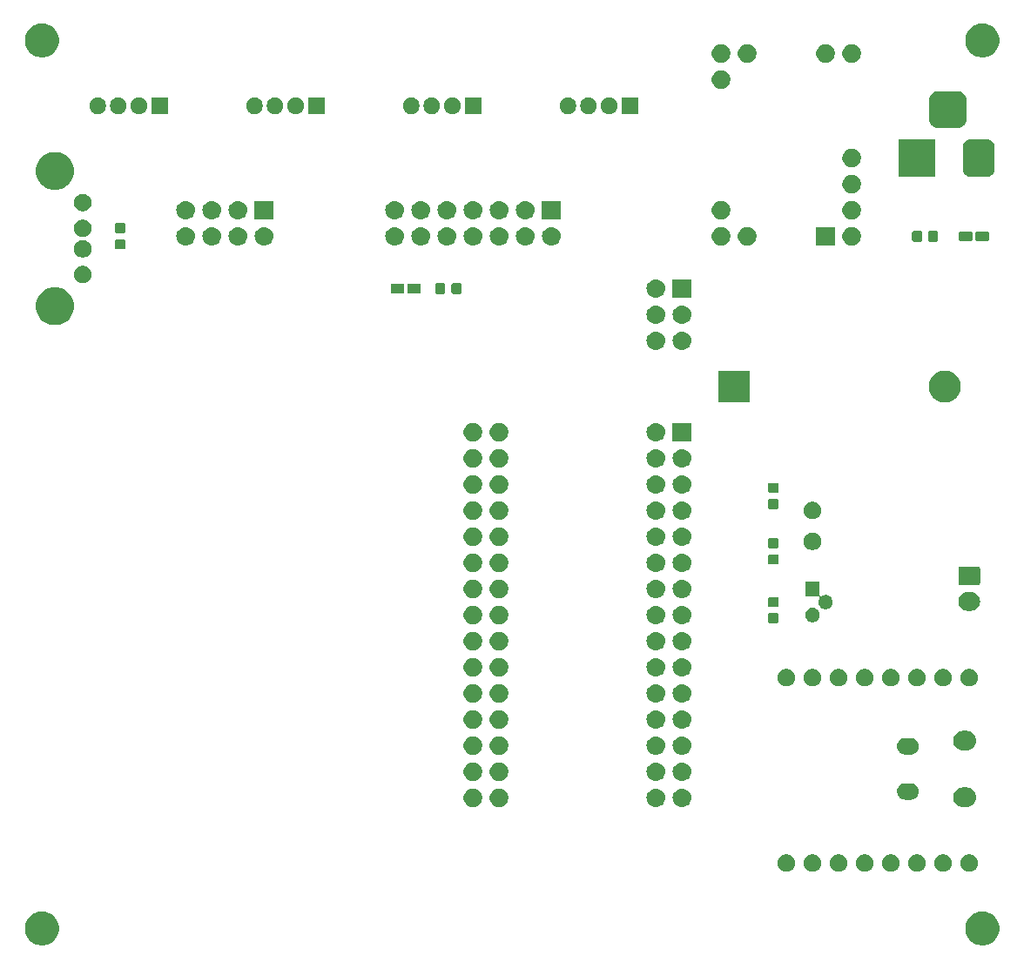
<source format=gts>
G04 #@! TF.GenerationSoftware,KiCad,Pcbnew,(5.1.4)-1*
G04 #@! TF.CreationDate,2019-10-14T19:34:20+09:00*
G04 #@! TF.ProjectId,bf-010,62662d30-3130-42e6-9b69-6361645f7063,V01L01*
G04 #@! TF.SameCoordinates,Original*
G04 #@! TF.FileFunction,Soldermask,Top*
G04 #@! TF.FilePolarity,Negative*
%FSLAX46Y46*%
G04 Gerber Fmt 4.6, Leading zero omitted, Abs format (unit mm)*
G04 Created by KiCad (PCBNEW (5.1.4)-1) date 2019-10-14 19:34:20*
%MOMM*%
%LPD*%
G04 APERTURE LIST*
%ADD10C,0.100000*%
G04 APERTURE END LIST*
D10*
G36*
X194685256Y-139361298D02*
G01*
X194791579Y-139382447D01*
X195092042Y-139506903D01*
X195362451Y-139687585D01*
X195592415Y-139917549D01*
X195773097Y-140187958D01*
X195897553Y-140488421D01*
X195961000Y-140807391D01*
X195961000Y-141132609D01*
X195897553Y-141451579D01*
X195773097Y-141752042D01*
X195592415Y-142022451D01*
X195362451Y-142252415D01*
X195092042Y-142433097D01*
X194791579Y-142557553D01*
X194685256Y-142578702D01*
X194472611Y-142621000D01*
X194147389Y-142621000D01*
X193934744Y-142578702D01*
X193828421Y-142557553D01*
X193527958Y-142433097D01*
X193257549Y-142252415D01*
X193027585Y-142022451D01*
X192846903Y-141752042D01*
X192722447Y-141451579D01*
X192659000Y-141132609D01*
X192659000Y-140807391D01*
X192722447Y-140488421D01*
X192846903Y-140187958D01*
X193027585Y-139917549D01*
X193257549Y-139687585D01*
X193527958Y-139506903D01*
X193828421Y-139382447D01*
X193934744Y-139361298D01*
X194147389Y-139319000D01*
X194472611Y-139319000D01*
X194685256Y-139361298D01*
X194685256Y-139361298D01*
G37*
G36*
X103245256Y-139361298D02*
G01*
X103351579Y-139382447D01*
X103652042Y-139506903D01*
X103922451Y-139687585D01*
X104152415Y-139917549D01*
X104333097Y-140187958D01*
X104457553Y-140488421D01*
X104521000Y-140807391D01*
X104521000Y-141132609D01*
X104457553Y-141451579D01*
X104333097Y-141752042D01*
X104152415Y-142022451D01*
X103922451Y-142252415D01*
X103652042Y-142433097D01*
X103351579Y-142557553D01*
X103245256Y-142578702D01*
X103032611Y-142621000D01*
X102707389Y-142621000D01*
X102494744Y-142578702D01*
X102388421Y-142557553D01*
X102087958Y-142433097D01*
X101817549Y-142252415D01*
X101587585Y-142022451D01*
X101406903Y-141752042D01*
X101282447Y-141451579D01*
X101219000Y-141132609D01*
X101219000Y-140807391D01*
X101282447Y-140488421D01*
X101406903Y-140187958D01*
X101587585Y-139917549D01*
X101817549Y-139687585D01*
X102087958Y-139506903D01*
X102388421Y-139382447D01*
X102494744Y-139361298D01*
X102707389Y-139319000D01*
X103032611Y-139319000D01*
X103245256Y-139361298D01*
X103245256Y-139361298D01*
G37*
G36*
X183128228Y-133801703D02*
G01*
X183283100Y-133865853D01*
X183422481Y-133958985D01*
X183541015Y-134077519D01*
X183634147Y-134216900D01*
X183698297Y-134371772D01*
X183731000Y-134536184D01*
X183731000Y-134703816D01*
X183698297Y-134868228D01*
X183634147Y-135023100D01*
X183541015Y-135162481D01*
X183422481Y-135281015D01*
X183283100Y-135374147D01*
X183128228Y-135438297D01*
X182963816Y-135471000D01*
X182796184Y-135471000D01*
X182631772Y-135438297D01*
X182476900Y-135374147D01*
X182337519Y-135281015D01*
X182218985Y-135162481D01*
X182125853Y-135023100D01*
X182061703Y-134868228D01*
X182029000Y-134703816D01*
X182029000Y-134536184D01*
X182061703Y-134371772D01*
X182125853Y-134216900D01*
X182218985Y-134077519D01*
X182337519Y-133958985D01*
X182476900Y-133865853D01*
X182631772Y-133801703D01*
X182796184Y-133769000D01*
X182963816Y-133769000D01*
X183128228Y-133801703D01*
X183128228Y-133801703D01*
G37*
G36*
X193288228Y-133801703D02*
G01*
X193443100Y-133865853D01*
X193582481Y-133958985D01*
X193701015Y-134077519D01*
X193794147Y-134216900D01*
X193858297Y-134371772D01*
X193891000Y-134536184D01*
X193891000Y-134703816D01*
X193858297Y-134868228D01*
X193794147Y-135023100D01*
X193701015Y-135162481D01*
X193582481Y-135281015D01*
X193443100Y-135374147D01*
X193288228Y-135438297D01*
X193123816Y-135471000D01*
X192956184Y-135471000D01*
X192791772Y-135438297D01*
X192636900Y-135374147D01*
X192497519Y-135281015D01*
X192378985Y-135162481D01*
X192285853Y-135023100D01*
X192221703Y-134868228D01*
X192189000Y-134703816D01*
X192189000Y-134536184D01*
X192221703Y-134371772D01*
X192285853Y-134216900D01*
X192378985Y-134077519D01*
X192497519Y-133958985D01*
X192636900Y-133865853D01*
X192791772Y-133801703D01*
X192956184Y-133769000D01*
X193123816Y-133769000D01*
X193288228Y-133801703D01*
X193288228Y-133801703D01*
G37*
G36*
X190748228Y-133801703D02*
G01*
X190903100Y-133865853D01*
X191042481Y-133958985D01*
X191161015Y-134077519D01*
X191254147Y-134216900D01*
X191318297Y-134371772D01*
X191351000Y-134536184D01*
X191351000Y-134703816D01*
X191318297Y-134868228D01*
X191254147Y-135023100D01*
X191161015Y-135162481D01*
X191042481Y-135281015D01*
X190903100Y-135374147D01*
X190748228Y-135438297D01*
X190583816Y-135471000D01*
X190416184Y-135471000D01*
X190251772Y-135438297D01*
X190096900Y-135374147D01*
X189957519Y-135281015D01*
X189838985Y-135162481D01*
X189745853Y-135023100D01*
X189681703Y-134868228D01*
X189649000Y-134703816D01*
X189649000Y-134536184D01*
X189681703Y-134371772D01*
X189745853Y-134216900D01*
X189838985Y-134077519D01*
X189957519Y-133958985D01*
X190096900Y-133865853D01*
X190251772Y-133801703D01*
X190416184Y-133769000D01*
X190583816Y-133769000D01*
X190748228Y-133801703D01*
X190748228Y-133801703D01*
G37*
G36*
X188208228Y-133801703D02*
G01*
X188363100Y-133865853D01*
X188502481Y-133958985D01*
X188621015Y-134077519D01*
X188714147Y-134216900D01*
X188778297Y-134371772D01*
X188811000Y-134536184D01*
X188811000Y-134703816D01*
X188778297Y-134868228D01*
X188714147Y-135023100D01*
X188621015Y-135162481D01*
X188502481Y-135281015D01*
X188363100Y-135374147D01*
X188208228Y-135438297D01*
X188043816Y-135471000D01*
X187876184Y-135471000D01*
X187711772Y-135438297D01*
X187556900Y-135374147D01*
X187417519Y-135281015D01*
X187298985Y-135162481D01*
X187205853Y-135023100D01*
X187141703Y-134868228D01*
X187109000Y-134703816D01*
X187109000Y-134536184D01*
X187141703Y-134371772D01*
X187205853Y-134216900D01*
X187298985Y-134077519D01*
X187417519Y-133958985D01*
X187556900Y-133865853D01*
X187711772Y-133801703D01*
X187876184Y-133769000D01*
X188043816Y-133769000D01*
X188208228Y-133801703D01*
X188208228Y-133801703D01*
G37*
G36*
X185668228Y-133801703D02*
G01*
X185823100Y-133865853D01*
X185962481Y-133958985D01*
X186081015Y-134077519D01*
X186174147Y-134216900D01*
X186238297Y-134371772D01*
X186271000Y-134536184D01*
X186271000Y-134703816D01*
X186238297Y-134868228D01*
X186174147Y-135023100D01*
X186081015Y-135162481D01*
X185962481Y-135281015D01*
X185823100Y-135374147D01*
X185668228Y-135438297D01*
X185503816Y-135471000D01*
X185336184Y-135471000D01*
X185171772Y-135438297D01*
X185016900Y-135374147D01*
X184877519Y-135281015D01*
X184758985Y-135162481D01*
X184665853Y-135023100D01*
X184601703Y-134868228D01*
X184569000Y-134703816D01*
X184569000Y-134536184D01*
X184601703Y-134371772D01*
X184665853Y-134216900D01*
X184758985Y-134077519D01*
X184877519Y-133958985D01*
X185016900Y-133865853D01*
X185171772Y-133801703D01*
X185336184Y-133769000D01*
X185503816Y-133769000D01*
X185668228Y-133801703D01*
X185668228Y-133801703D01*
G37*
G36*
X180588228Y-133801703D02*
G01*
X180743100Y-133865853D01*
X180882481Y-133958985D01*
X181001015Y-134077519D01*
X181094147Y-134216900D01*
X181158297Y-134371772D01*
X181191000Y-134536184D01*
X181191000Y-134703816D01*
X181158297Y-134868228D01*
X181094147Y-135023100D01*
X181001015Y-135162481D01*
X180882481Y-135281015D01*
X180743100Y-135374147D01*
X180588228Y-135438297D01*
X180423816Y-135471000D01*
X180256184Y-135471000D01*
X180091772Y-135438297D01*
X179936900Y-135374147D01*
X179797519Y-135281015D01*
X179678985Y-135162481D01*
X179585853Y-135023100D01*
X179521703Y-134868228D01*
X179489000Y-134703816D01*
X179489000Y-134536184D01*
X179521703Y-134371772D01*
X179585853Y-134216900D01*
X179678985Y-134077519D01*
X179797519Y-133958985D01*
X179936900Y-133865853D01*
X180091772Y-133801703D01*
X180256184Y-133769000D01*
X180423816Y-133769000D01*
X180588228Y-133801703D01*
X180588228Y-133801703D01*
G37*
G36*
X178048228Y-133801703D02*
G01*
X178203100Y-133865853D01*
X178342481Y-133958985D01*
X178461015Y-134077519D01*
X178554147Y-134216900D01*
X178618297Y-134371772D01*
X178651000Y-134536184D01*
X178651000Y-134703816D01*
X178618297Y-134868228D01*
X178554147Y-135023100D01*
X178461015Y-135162481D01*
X178342481Y-135281015D01*
X178203100Y-135374147D01*
X178048228Y-135438297D01*
X177883816Y-135471000D01*
X177716184Y-135471000D01*
X177551772Y-135438297D01*
X177396900Y-135374147D01*
X177257519Y-135281015D01*
X177138985Y-135162481D01*
X177045853Y-135023100D01*
X176981703Y-134868228D01*
X176949000Y-134703816D01*
X176949000Y-134536184D01*
X176981703Y-134371772D01*
X177045853Y-134216900D01*
X177138985Y-134077519D01*
X177257519Y-133958985D01*
X177396900Y-133865853D01*
X177551772Y-133801703D01*
X177716184Y-133769000D01*
X177883816Y-133769000D01*
X178048228Y-133801703D01*
X178048228Y-133801703D01*
G37*
G36*
X175508228Y-133801703D02*
G01*
X175663100Y-133865853D01*
X175802481Y-133958985D01*
X175921015Y-134077519D01*
X176014147Y-134216900D01*
X176078297Y-134371772D01*
X176111000Y-134536184D01*
X176111000Y-134703816D01*
X176078297Y-134868228D01*
X176014147Y-135023100D01*
X175921015Y-135162481D01*
X175802481Y-135281015D01*
X175663100Y-135374147D01*
X175508228Y-135438297D01*
X175343816Y-135471000D01*
X175176184Y-135471000D01*
X175011772Y-135438297D01*
X174856900Y-135374147D01*
X174717519Y-135281015D01*
X174598985Y-135162481D01*
X174505853Y-135023100D01*
X174441703Y-134868228D01*
X174409000Y-134703816D01*
X174409000Y-134536184D01*
X174441703Y-134371772D01*
X174505853Y-134216900D01*
X174598985Y-134077519D01*
X174717519Y-133958985D01*
X174856900Y-133865853D01*
X175011772Y-133801703D01*
X175176184Y-133769000D01*
X175343816Y-133769000D01*
X175508228Y-133801703D01*
X175508228Y-133801703D01*
G37*
G36*
X165210442Y-127375518D02*
G01*
X165276627Y-127382037D01*
X165446466Y-127433557D01*
X165602991Y-127517222D01*
X165638729Y-127546552D01*
X165740186Y-127629814D01*
X165823448Y-127731271D01*
X165852778Y-127767009D01*
X165936443Y-127923534D01*
X165987963Y-128093373D01*
X166005359Y-128270000D01*
X165987963Y-128446627D01*
X165936443Y-128616466D01*
X165852778Y-128772991D01*
X165823448Y-128808729D01*
X165740186Y-128910186D01*
X165667480Y-128969853D01*
X165602991Y-129022778D01*
X165446466Y-129106443D01*
X165276627Y-129157963D01*
X165210442Y-129164482D01*
X165144260Y-129171000D01*
X165055740Y-129171000D01*
X164989558Y-129164482D01*
X164923373Y-129157963D01*
X164753534Y-129106443D01*
X164597009Y-129022778D01*
X164532520Y-128969853D01*
X164459814Y-128910186D01*
X164376552Y-128808729D01*
X164347222Y-128772991D01*
X164263557Y-128616466D01*
X164212037Y-128446627D01*
X164194641Y-128270000D01*
X164212037Y-128093373D01*
X164263557Y-127923534D01*
X164347222Y-127767009D01*
X164376552Y-127731271D01*
X164459814Y-127629814D01*
X164561271Y-127546552D01*
X164597009Y-127517222D01*
X164753534Y-127433557D01*
X164923373Y-127382037D01*
X164989558Y-127375518D01*
X165055740Y-127369000D01*
X165144260Y-127369000D01*
X165210442Y-127375518D01*
X165210442Y-127375518D01*
G37*
G36*
X147433512Y-127373927D02*
G01*
X147582812Y-127403624D01*
X147746784Y-127471544D01*
X147894354Y-127570147D01*
X148019853Y-127695646D01*
X148118456Y-127843216D01*
X148186376Y-128007188D01*
X148221000Y-128181259D01*
X148221000Y-128358741D01*
X148186376Y-128532812D01*
X148118456Y-128696784D01*
X148019853Y-128844354D01*
X147894354Y-128969853D01*
X147746784Y-129068456D01*
X147582812Y-129136376D01*
X147433512Y-129166073D01*
X147408742Y-129171000D01*
X147231258Y-129171000D01*
X147206488Y-129166073D01*
X147057188Y-129136376D01*
X146893216Y-129068456D01*
X146745646Y-128969853D01*
X146620147Y-128844354D01*
X146521544Y-128696784D01*
X146453624Y-128532812D01*
X146419000Y-128358741D01*
X146419000Y-128181259D01*
X146453624Y-128007188D01*
X146521544Y-127843216D01*
X146620147Y-127695646D01*
X146745646Y-127570147D01*
X146893216Y-127471544D01*
X147057188Y-127403624D01*
X147206488Y-127373927D01*
X147231258Y-127369000D01*
X147408742Y-127369000D01*
X147433512Y-127373927D01*
X147433512Y-127373927D01*
G37*
G36*
X162670442Y-127375518D02*
G01*
X162736627Y-127382037D01*
X162906466Y-127433557D01*
X163062991Y-127517222D01*
X163098729Y-127546552D01*
X163200186Y-127629814D01*
X163283448Y-127731271D01*
X163312778Y-127767009D01*
X163396443Y-127923534D01*
X163447963Y-128093373D01*
X163465359Y-128270000D01*
X163447963Y-128446627D01*
X163396443Y-128616466D01*
X163312778Y-128772991D01*
X163283448Y-128808729D01*
X163200186Y-128910186D01*
X163127480Y-128969853D01*
X163062991Y-129022778D01*
X162906466Y-129106443D01*
X162736627Y-129157963D01*
X162670442Y-129164482D01*
X162604260Y-129171000D01*
X162515740Y-129171000D01*
X162449558Y-129164482D01*
X162383373Y-129157963D01*
X162213534Y-129106443D01*
X162057009Y-129022778D01*
X161992520Y-128969853D01*
X161919814Y-128910186D01*
X161836552Y-128808729D01*
X161807222Y-128772991D01*
X161723557Y-128616466D01*
X161672037Y-128446627D01*
X161654641Y-128270000D01*
X161672037Y-128093373D01*
X161723557Y-127923534D01*
X161807222Y-127767009D01*
X161836552Y-127731271D01*
X161919814Y-127629814D01*
X162021271Y-127546552D01*
X162057009Y-127517222D01*
X162213534Y-127433557D01*
X162383373Y-127382037D01*
X162449558Y-127375518D01*
X162515740Y-127369000D01*
X162604260Y-127369000D01*
X162670442Y-127375518D01*
X162670442Y-127375518D01*
G37*
G36*
X144893512Y-127373927D02*
G01*
X145042812Y-127403624D01*
X145206784Y-127471544D01*
X145354354Y-127570147D01*
X145479853Y-127695646D01*
X145578456Y-127843216D01*
X145646376Y-128007188D01*
X145681000Y-128181259D01*
X145681000Y-128358741D01*
X145646376Y-128532812D01*
X145578456Y-128696784D01*
X145479853Y-128844354D01*
X145354354Y-128969853D01*
X145206784Y-129068456D01*
X145042812Y-129136376D01*
X144893512Y-129166073D01*
X144868742Y-129171000D01*
X144691258Y-129171000D01*
X144666488Y-129166073D01*
X144517188Y-129136376D01*
X144353216Y-129068456D01*
X144205646Y-128969853D01*
X144080147Y-128844354D01*
X143981544Y-128696784D01*
X143913624Y-128532812D01*
X143879000Y-128358741D01*
X143879000Y-128181259D01*
X143913624Y-128007188D01*
X143981544Y-127843216D01*
X144080147Y-127695646D01*
X144205646Y-127570147D01*
X144353216Y-127471544D01*
X144517188Y-127403624D01*
X144666488Y-127373927D01*
X144691258Y-127369000D01*
X144868742Y-127369000D01*
X144893512Y-127373927D01*
X144893512Y-127373927D01*
G37*
G36*
X192916425Y-127262760D02*
G01*
X192916428Y-127262761D01*
X192916429Y-127262761D01*
X193095693Y-127317140D01*
X193095696Y-127317142D01*
X193095697Y-127317142D01*
X193260903Y-127405446D01*
X193405712Y-127524288D01*
X193524554Y-127669097D01*
X193612858Y-127834303D01*
X193612860Y-127834307D01*
X193665303Y-128007188D01*
X193667240Y-128013575D01*
X193685601Y-128200000D01*
X193667240Y-128386425D01*
X193667239Y-128386428D01*
X193667239Y-128386429D01*
X193612860Y-128565693D01*
X193612858Y-128565696D01*
X193612858Y-128565697D01*
X193524554Y-128730903D01*
X193405712Y-128875712D01*
X193260903Y-128994554D01*
X193122641Y-129068456D01*
X193095693Y-129082860D01*
X192916429Y-129137239D01*
X192916428Y-129137239D01*
X192916425Y-129137240D01*
X192776718Y-129151000D01*
X192383282Y-129151000D01*
X192243575Y-129137240D01*
X192243572Y-129137239D01*
X192243571Y-129137239D01*
X192064307Y-129082860D01*
X192037359Y-129068456D01*
X191899097Y-128994554D01*
X191754288Y-128875712D01*
X191635446Y-128730903D01*
X191547142Y-128565697D01*
X191547142Y-128565696D01*
X191547140Y-128565693D01*
X191492761Y-128386429D01*
X191492761Y-128386428D01*
X191492760Y-128386425D01*
X191474399Y-128200000D01*
X191492760Y-128013575D01*
X191494697Y-128007188D01*
X191547140Y-127834307D01*
X191547142Y-127834303D01*
X191635446Y-127669097D01*
X191754288Y-127524288D01*
X191899097Y-127405446D01*
X192064303Y-127317142D01*
X192064304Y-127317142D01*
X192064307Y-127317140D01*
X192243571Y-127262761D01*
X192243572Y-127262761D01*
X192243575Y-127262760D01*
X192383282Y-127249000D01*
X192776718Y-127249000D01*
X192916425Y-127262760D01*
X192916425Y-127262760D01*
G37*
G36*
X187408571Y-126852863D02*
G01*
X187487023Y-126860590D01*
X187587682Y-126891125D01*
X187638013Y-126906392D01*
X187777165Y-126980771D01*
X187899133Y-127080867D01*
X187999229Y-127202835D01*
X188073608Y-127341987D01*
X188073608Y-127341988D01*
X188119410Y-127492977D01*
X188134875Y-127650000D01*
X188119410Y-127807023D01*
X188111133Y-127834307D01*
X188073608Y-127958013D01*
X187999229Y-128097165D01*
X187899133Y-128219133D01*
X187777165Y-128319229D01*
X187638013Y-128393608D01*
X187587682Y-128408875D01*
X187487023Y-128439410D01*
X187413766Y-128446625D01*
X187369346Y-128451000D01*
X186790654Y-128451000D01*
X186746234Y-128446625D01*
X186672977Y-128439410D01*
X186572318Y-128408875D01*
X186521987Y-128393608D01*
X186382835Y-128319229D01*
X186260867Y-128219133D01*
X186160771Y-128097165D01*
X186086392Y-127958013D01*
X186048867Y-127834307D01*
X186040590Y-127807023D01*
X186025125Y-127650000D01*
X186040590Y-127492977D01*
X186086392Y-127341988D01*
X186086392Y-127341987D01*
X186160771Y-127202835D01*
X186260867Y-127080867D01*
X186382835Y-126980771D01*
X186521987Y-126906392D01*
X186572318Y-126891125D01*
X186672977Y-126860590D01*
X186751429Y-126852863D01*
X186790654Y-126849000D01*
X187369346Y-126849000D01*
X187408571Y-126852863D01*
X187408571Y-126852863D01*
G37*
G36*
X165210443Y-124835519D02*
G01*
X165276627Y-124842037D01*
X165446466Y-124893557D01*
X165602991Y-124977222D01*
X165638729Y-125006552D01*
X165740186Y-125089814D01*
X165823448Y-125191271D01*
X165852778Y-125227009D01*
X165936443Y-125383534D01*
X165987963Y-125553373D01*
X166005359Y-125730000D01*
X165987963Y-125906627D01*
X165936443Y-126076466D01*
X165852778Y-126232991D01*
X165823448Y-126268729D01*
X165740186Y-126370186D01*
X165667480Y-126429853D01*
X165602991Y-126482778D01*
X165446466Y-126566443D01*
X165276627Y-126617963D01*
X165210442Y-126624482D01*
X165144260Y-126631000D01*
X165055740Y-126631000D01*
X164989558Y-126624482D01*
X164923373Y-126617963D01*
X164753534Y-126566443D01*
X164597009Y-126482778D01*
X164532520Y-126429853D01*
X164459814Y-126370186D01*
X164376552Y-126268729D01*
X164347222Y-126232991D01*
X164263557Y-126076466D01*
X164212037Y-125906627D01*
X164194641Y-125730000D01*
X164212037Y-125553373D01*
X164263557Y-125383534D01*
X164347222Y-125227009D01*
X164376552Y-125191271D01*
X164459814Y-125089814D01*
X164561271Y-125006552D01*
X164597009Y-124977222D01*
X164753534Y-124893557D01*
X164923373Y-124842037D01*
X164989557Y-124835519D01*
X165055740Y-124829000D01*
X165144260Y-124829000D01*
X165210443Y-124835519D01*
X165210443Y-124835519D01*
G37*
G36*
X147433512Y-124833927D02*
G01*
X147582812Y-124863624D01*
X147746784Y-124931544D01*
X147894354Y-125030147D01*
X148019853Y-125155646D01*
X148118456Y-125303216D01*
X148186376Y-125467188D01*
X148221000Y-125641259D01*
X148221000Y-125818741D01*
X148186376Y-125992812D01*
X148118456Y-126156784D01*
X148019853Y-126304354D01*
X147894354Y-126429853D01*
X147746784Y-126528456D01*
X147582812Y-126596376D01*
X147433512Y-126626073D01*
X147408742Y-126631000D01*
X147231258Y-126631000D01*
X147206488Y-126626073D01*
X147057188Y-126596376D01*
X146893216Y-126528456D01*
X146745646Y-126429853D01*
X146620147Y-126304354D01*
X146521544Y-126156784D01*
X146453624Y-125992812D01*
X146419000Y-125818741D01*
X146419000Y-125641259D01*
X146453624Y-125467188D01*
X146521544Y-125303216D01*
X146620147Y-125155646D01*
X146745646Y-125030147D01*
X146893216Y-124931544D01*
X147057188Y-124863624D01*
X147206488Y-124833927D01*
X147231258Y-124829000D01*
X147408742Y-124829000D01*
X147433512Y-124833927D01*
X147433512Y-124833927D01*
G37*
G36*
X162670443Y-124835519D02*
G01*
X162736627Y-124842037D01*
X162906466Y-124893557D01*
X163062991Y-124977222D01*
X163098729Y-125006552D01*
X163200186Y-125089814D01*
X163283448Y-125191271D01*
X163312778Y-125227009D01*
X163396443Y-125383534D01*
X163447963Y-125553373D01*
X163465359Y-125730000D01*
X163447963Y-125906627D01*
X163396443Y-126076466D01*
X163312778Y-126232991D01*
X163283448Y-126268729D01*
X163200186Y-126370186D01*
X163127480Y-126429853D01*
X163062991Y-126482778D01*
X162906466Y-126566443D01*
X162736627Y-126617963D01*
X162670442Y-126624482D01*
X162604260Y-126631000D01*
X162515740Y-126631000D01*
X162449558Y-126624482D01*
X162383373Y-126617963D01*
X162213534Y-126566443D01*
X162057009Y-126482778D01*
X161992520Y-126429853D01*
X161919814Y-126370186D01*
X161836552Y-126268729D01*
X161807222Y-126232991D01*
X161723557Y-126076466D01*
X161672037Y-125906627D01*
X161654641Y-125730000D01*
X161672037Y-125553373D01*
X161723557Y-125383534D01*
X161807222Y-125227009D01*
X161836552Y-125191271D01*
X161919814Y-125089814D01*
X162021271Y-125006552D01*
X162057009Y-124977222D01*
X162213534Y-124893557D01*
X162383373Y-124842037D01*
X162449557Y-124835519D01*
X162515740Y-124829000D01*
X162604260Y-124829000D01*
X162670443Y-124835519D01*
X162670443Y-124835519D01*
G37*
G36*
X144893512Y-124833927D02*
G01*
X145042812Y-124863624D01*
X145206784Y-124931544D01*
X145354354Y-125030147D01*
X145479853Y-125155646D01*
X145578456Y-125303216D01*
X145646376Y-125467188D01*
X145681000Y-125641259D01*
X145681000Y-125818741D01*
X145646376Y-125992812D01*
X145578456Y-126156784D01*
X145479853Y-126304354D01*
X145354354Y-126429853D01*
X145206784Y-126528456D01*
X145042812Y-126596376D01*
X144893512Y-126626073D01*
X144868742Y-126631000D01*
X144691258Y-126631000D01*
X144666488Y-126626073D01*
X144517188Y-126596376D01*
X144353216Y-126528456D01*
X144205646Y-126429853D01*
X144080147Y-126304354D01*
X143981544Y-126156784D01*
X143913624Y-125992812D01*
X143879000Y-125818741D01*
X143879000Y-125641259D01*
X143913624Y-125467188D01*
X143981544Y-125303216D01*
X144080147Y-125155646D01*
X144205646Y-125030147D01*
X144353216Y-124931544D01*
X144517188Y-124863624D01*
X144666488Y-124833927D01*
X144691258Y-124829000D01*
X144868742Y-124829000D01*
X144893512Y-124833927D01*
X144893512Y-124833927D01*
G37*
G36*
X147433512Y-122293927D02*
G01*
X147582812Y-122323624D01*
X147746784Y-122391544D01*
X147894354Y-122490147D01*
X148019853Y-122615646D01*
X148118456Y-122763216D01*
X148186376Y-122927188D01*
X148221000Y-123101259D01*
X148221000Y-123278741D01*
X148186376Y-123452812D01*
X148118456Y-123616784D01*
X148019853Y-123764354D01*
X147894354Y-123889853D01*
X147746784Y-123988456D01*
X147582812Y-124056376D01*
X147433512Y-124086073D01*
X147408742Y-124091000D01*
X147231258Y-124091000D01*
X147206488Y-124086073D01*
X147057188Y-124056376D01*
X146893216Y-123988456D01*
X146745646Y-123889853D01*
X146620147Y-123764354D01*
X146521544Y-123616784D01*
X146453624Y-123452812D01*
X146419000Y-123278741D01*
X146419000Y-123101259D01*
X146453624Y-122927188D01*
X146521544Y-122763216D01*
X146620147Y-122615646D01*
X146745646Y-122490147D01*
X146893216Y-122391544D01*
X147057188Y-122323624D01*
X147206488Y-122293927D01*
X147231258Y-122289000D01*
X147408742Y-122289000D01*
X147433512Y-122293927D01*
X147433512Y-122293927D01*
G37*
G36*
X144893512Y-122293927D02*
G01*
X145042812Y-122323624D01*
X145206784Y-122391544D01*
X145354354Y-122490147D01*
X145479853Y-122615646D01*
X145578456Y-122763216D01*
X145646376Y-122927188D01*
X145681000Y-123101259D01*
X145681000Y-123278741D01*
X145646376Y-123452812D01*
X145578456Y-123616784D01*
X145479853Y-123764354D01*
X145354354Y-123889853D01*
X145206784Y-123988456D01*
X145042812Y-124056376D01*
X144893512Y-124086073D01*
X144868742Y-124091000D01*
X144691258Y-124091000D01*
X144666488Y-124086073D01*
X144517188Y-124056376D01*
X144353216Y-123988456D01*
X144205646Y-123889853D01*
X144080147Y-123764354D01*
X143981544Y-123616784D01*
X143913624Y-123452812D01*
X143879000Y-123278741D01*
X143879000Y-123101259D01*
X143913624Y-122927188D01*
X143981544Y-122763216D01*
X144080147Y-122615646D01*
X144205646Y-122490147D01*
X144353216Y-122391544D01*
X144517188Y-122323624D01*
X144666488Y-122293927D01*
X144691258Y-122289000D01*
X144868742Y-122289000D01*
X144893512Y-122293927D01*
X144893512Y-122293927D01*
G37*
G36*
X165210443Y-122295519D02*
G01*
X165276627Y-122302037D01*
X165446466Y-122353557D01*
X165602991Y-122437222D01*
X165617342Y-122449000D01*
X165740186Y-122549814D01*
X165823448Y-122651271D01*
X165852778Y-122687009D01*
X165936443Y-122843534D01*
X165987963Y-123013373D01*
X166005359Y-123190000D01*
X165987963Y-123366627D01*
X165936443Y-123536466D01*
X165852778Y-123692991D01*
X165849352Y-123697165D01*
X165740186Y-123830186D01*
X165667480Y-123889853D01*
X165602991Y-123942778D01*
X165602989Y-123942779D01*
X165507896Y-123993608D01*
X165446466Y-124026443D01*
X165276627Y-124077963D01*
X165210442Y-124084482D01*
X165144260Y-124091000D01*
X165055740Y-124091000D01*
X164989558Y-124084482D01*
X164923373Y-124077963D01*
X164753534Y-124026443D01*
X164692105Y-123993608D01*
X164597011Y-123942779D01*
X164597009Y-123942778D01*
X164532520Y-123889853D01*
X164459814Y-123830186D01*
X164350648Y-123697165D01*
X164347222Y-123692991D01*
X164263557Y-123536466D01*
X164212037Y-123366627D01*
X164194641Y-123190000D01*
X164212037Y-123013373D01*
X164263557Y-122843534D01*
X164347222Y-122687009D01*
X164376552Y-122651271D01*
X164459814Y-122549814D01*
X164582658Y-122449000D01*
X164597009Y-122437222D01*
X164753534Y-122353557D01*
X164923373Y-122302037D01*
X164989557Y-122295519D01*
X165055740Y-122289000D01*
X165144260Y-122289000D01*
X165210443Y-122295519D01*
X165210443Y-122295519D01*
G37*
G36*
X162670443Y-122295519D02*
G01*
X162736627Y-122302037D01*
X162906466Y-122353557D01*
X163062991Y-122437222D01*
X163077342Y-122449000D01*
X163200186Y-122549814D01*
X163283448Y-122651271D01*
X163312778Y-122687009D01*
X163396443Y-122843534D01*
X163447963Y-123013373D01*
X163465359Y-123190000D01*
X163447963Y-123366627D01*
X163396443Y-123536466D01*
X163312778Y-123692991D01*
X163309352Y-123697165D01*
X163200186Y-123830186D01*
X163127480Y-123889853D01*
X163062991Y-123942778D01*
X163062989Y-123942779D01*
X162967896Y-123993608D01*
X162906466Y-124026443D01*
X162736627Y-124077963D01*
X162670442Y-124084482D01*
X162604260Y-124091000D01*
X162515740Y-124091000D01*
X162449558Y-124084482D01*
X162383373Y-124077963D01*
X162213534Y-124026443D01*
X162152105Y-123993608D01*
X162057011Y-123942779D01*
X162057009Y-123942778D01*
X161992520Y-123889853D01*
X161919814Y-123830186D01*
X161810648Y-123697165D01*
X161807222Y-123692991D01*
X161723557Y-123536466D01*
X161672037Y-123366627D01*
X161654641Y-123190000D01*
X161672037Y-123013373D01*
X161723557Y-122843534D01*
X161807222Y-122687009D01*
X161836552Y-122651271D01*
X161919814Y-122549814D01*
X162042658Y-122449000D01*
X162057009Y-122437222D01*
X162213534Y-122353557D01*
X162383373Y-122302037D01*
X162449557Y-122295519D01*
X162515740Y-122289000D01*
X162604260Y-122289000D01*
X162670443Y-122295519D01*
X162670443Y-122295519D01*
G37*
G36*
X187408571Y-122452863D02*
G01*
X187487023Y-122460590D01*
X187584459Y-122490147D01*
X187638013Y-122506392D01*
X187777165Y-122580771D01*
X187899133Y-122680867D01*
X187999229Y-122802835D01*
X188073608Y-122941987D01*
X188073608Y-122941988D01*
X188119410Y-123092977D01*
X188134875Y-123250000D01*
X188119410Y-123407023D01*
X188105520Y-123452811D01*
X188073608Y-123558013D01*
X187999229Y-123697165D01*
X187899133Y-123819133D01*
X187777165Y-123919229D01*
X187638013Y-123993608D01*
X187587682Y-124008875D01*
X187487023Y-124039410D01*
X187408571Y-124047137D01*
X187369346Y-124051000D01*
X186790654Y-124051000D01*
X186751429Y-124047137D01*
X186672977Y-124039410D01*
X186572318Y-124008875D01*
X186521987Y-123993608D01*
X186382835Y-123919229D01*
X186260867Y-123819133D01*
X186160771Y-123697165D01*
X186086392Y-123558013D01*
X186054480Y-123452811D01*
X186040590Y-123407023D01*
X186025125Y-123250000D01*
X186040590Y-123092977D01*
X186086392Y-122941988D01*
X186086392Y-122941987D01*
X186160771Y-122802835D01*
X186260867Y-122680867D01*
X186382835Y-122580771D01*
X186521987Y-122506392D01*
X186575541Y-122490147D01*
X186672977Y-122460590D01*
X186751429Y-122452863D01*
X186790654Y-122449000D01*
X187369346Y-122449000D01*
X187408571Y-122452863D01*
X187408571Y-122452863D01*
G37*
G36*
X192916425Y-121762760D02*
G01*
X192916428Y-121762761D01*
X192916429Y-121762761D01*
X193095693Y-121817140D01*
X193095696Y-121817142D01*
X193095697Y-121817142D01*
X193260903Y-121905446D01*
X193405712Y-122024288D01*
X193524554Y-122169097D01*
X193612858Y-122334303D01*
X193612860Y-122334307D01*
X193665061Y-122506392D01*
X193667240Y-122513575D01*
X193685601Y-122700000D01*
X193667240Y-122886425D01*
X193667239Y-122886428D01*
X193667239Y-122886429D01*
X193612860Y-123065693D01*
X193612858Y-123065696D01*
X193612858Y-123065697D01*
X193524554Y-123230903D01*
X193405712Y-123375712D01*
X193260903Y-123494554D01*
X193095697Y-123582858D01*
X193095693Y-123582860D01*
X192916429Y-123637239D01*
X192916428Y-123637239D01*
X192916425Y-123637240D01*
X192776718Y-123651000D01*
X192383282Y-123651000D01*
X192243575Y-123637240D01*
X192243572Y-123637239D01*
X192243571Y-123637239D01*
X192064307Y-123582860D01*
X192064303Y-123582858D01*
X191899097Y-123494554D01*
X191754288Y-123375712D01*
X191635446Y-123230903D01*
X191547142Y-123065697D01*
X191547142Y-123065696D01*
X191547140Y-123065693D01*
X191492761Y-122886429D01*
X191492761Y-122886428D01*
X191492760Y-122886425D01*
X191474399Y-122700000D01*
X191492760Y-122513575D01*
X191494939Y-122506392D01*
X191547140Y-122334307D01*
X191547142Y-122334303D01*
X191635446Y-122169097D01*
X191754288Y-122024288D01*
X191899097Y-121905446D01*
X192064303Y-121817142D01*
X192064304Y-121817142D01*
X192064307Y-121817140D01*
X192243571Y-121762761D01*
X192243572Y-121762761D01*
X192243575Y-121762760D01*
X192383282Y-121749000D01*
X192776718Y-121749000D01*
X192916425Y-121762760D01*
X192916425Y-121762760D01*
G37*
G36*
X165210442Y-119755518D02*
G01*
X165276627Y-119762037D01*
X165446466Y-119813557D01*
X165602991Y-119897222D01*
X165638729Y-119926552D01*
X165740186Y-120009814D01*
X165823448Y-120111271D01*
X165852778Y-120147009D01*
X165936443Y-120303534D01*
X165987963Y-120473373D01*
X166005359Y-120650000D01*
X165987963Y-120826627D01*
X165936443Y-120996466D01*
X165852778Y-121152991D01*
X165823448Y-121188729D01*
X165740186Y-121290186D01*
X165667480Y-121349853D01*
X165602991Y-121402778D01*
X165446466Y-121486443D01*
X165276627Y-121537963D01*
X165210443Y-121544481D01*
X165144260Y-121551000D01*
X165055740Y-121551000D01*
X164989557Y-121544481D01*
X164923373Y-121537963D01*
X164753534Y-121486443D01*
X164597009Y-121402778D01*
X164532520Y-121349853D01*
X164459814Y-121290186D01*
X164376552Y-121188729D01*
X164347222Y-121152991D01*
X164263557Y-120996466D01*
X164212037Y-120826627D01*
X164194641Y-120650000D01*
X164212037Y-120473373D01*
X164263557Y-120303534D01*
X164347222Y-120147009D01*
X164376552Y-120111271D01*
X164459814Y-120009814D01*
X164561271Y-119926552D01*
X164597009Y-119897222D01*
X164753534Y-119813557D01*
X164923373Y-119762037D01*
X164989558Y-119755518D01*
X165055740Y-119749000D01*
X165144260Y-119749000D01*
X165210442Y-119755518D01*
X165210442Y-119755518D01*
G37*
G36*
X162670442Y-119755518D02*
G01*
X162736627Y-119762037D01*
X162906466Y-119813557D01*
X163062991Y-119897222D01*
X163098729Y-119926552D01*
X163200186Y-120009814D01*
X163283448Y-120111271D01*
X163312778Y-120147009D01*
X163396443Y-120303534D01*
X163447963Y-120473373D01*
X163465359Y-120650000D01*
X163447963Y-120826627D01*
X163396443Y-120996466D01*
X163312778Y-121152991D01*
X163283448Y-121188729D01*
X163200186Y-121290186D01*
X163127480Y-121349853D01*
X163062991Y-121402778D01*
X162906466Y-121486443D01*
X162736627Y-121537963D01*
X162670443Y-121544481D01*
X162604260Y-121551000D01*
X162515740Y-121551000D01*
X162449557Y-121544481D01*
X162383373Y-121537963D01*
X162213534Y-121486443D01*
X162057009Y-121402778D01*
X161992520Y-121349853D01*
X161919814Y-121290186D01*
X161836552Y-121188729D01*
X161807222Y-121152991D01*
X161723557Y-120996466D01*
X161672037Y-120826627D01*
X161654641Y-120650000D01*
X161672037Y-120473373D01*
X161723557Y-120303534D01*
X161807222Y-120147009D01*
X161836552Y-120111271D01*
X161919814Y-120009814D01*
X162021271Y-119926552D01*
X162057009Y-119897222D01*
X162213534Y-119813557D01*
X162383373Y-119762037D01*
X162449558Y-119755518D01*
X162515740Y-119749000D01*
X162604260Y-119749000D01*
X162670442Y-119755518D01*
X162670442Y-119755518D01*
G37*
G36*
X147433512Y-119753927D02*
G01*
X147582812Y-119783624D01*
X147746784Y-119851544D01*
X147894354Y-119950147D01*
X148019853Y-120075646D01*
X148118456Y-120223216D01*
X148186376Y-120387188D01*
X148221000Y-120561259D01*
X148221000Y-120738741D01*
X148186376Y-120912812D01*
X148118456Y-121076784D01*
X148019853Y-121224354D01*
X147894354Y-121349853D01*
X147746784Y-121448456D01*
X147582812Y-121516376D01*
X147433512Y-121546073D01*
X147408742Y-121551000D01*
X147231258Y-121551000D01*
X147206488Y-121546073D01*
X147057188Y-121516376D01*
X146893216Y-121448456D01*
X146745646Y-121349853D01*
X146620147Y-121224354D01*
X146521544Y-121076784D01*
X146453624Y-120912812D01*
X146419000Y-120738741D01*
X146419000Y-120561259D01*
X146453624Y-120387188D01*
X146521544Y-120223216D01*
X146620147Y-120075646D01*
X146745646Y-119950147D01*
X146893216Y-119851544D01*
X147057188Y-119783624D01*
X147206488Y-119753927D01*
X147231258Y-119749000D01*
X147408742Y-119749000D01*
X147433512Y-119753927D01*
X147433512Y-119753927D01*
G37*
G36*
X144893512Y-119753927D02*
G01*
X145042812Y-119783624D01*
X145206784Y-119851544D01*
X145354354Y-119950147D01*
X145479853Y-120075646D01*
X145578456Y-120223216D01*
X145646376Y-120387188D01*
X145681000Y-120561259D01*
X145681000Y-120738741D01*
X145646376Y-120912812D01*
X145578456Y-121076784D01*
X145479853Y-121224354D01*
X145354354Y-121349853D01*
X145206784Y-121448456D01*
X145042812Y-121516376D01*
X144893512Y-121546073D01*
X144868742Y-121551000D01*
X144691258Y-121551000D01*
X144666488Y-121546073D01*
X144517188Y-121516376D01*
X144353216Y-121448456D01*
X144205646Y-121349853D01*
X144080147Y-121224354D01*
X143981544Y-121076784D01*
X143913624Y-120912812D01*
X143879000Y-120738741D01*
X143879000Y-120561259D01*
X143913624Y-120387188D01*
X143981544Y-120223216D01*
X144080147Y-120075646D01*
X144205646Y-119950147D01*
X144353216Y-119851544D01*
X144517188Y-119783624D01*
X144666488Y-119753927D01*
X144691258Y-119749000D01*
X144868742Y-119749000D01*
X144893512Y-119753927D01*
X144893512Y-119753927D01*
G37*
G36*
X147433512Y-117213927D02*
G01*
X147582812Y-117243624D01*
X147746784Y-117311544D01*
X147894354Y-117410147D01*
X148019853Y-117535646D01*
X148118456Y-117683216D01*
X148186376Y-117847188D01*
X148221000Y-118021259D01*
X148221000Y-118198741D01*
X148186376Y-118372812D01*
X148118456Y-118536784D01*
X148019853Y-118684354D01*
X147894354Y-118809853D01*
X147746784Y-118908456D01*
X147582812Y-118976376D01*
X147433512Y-119006073D01*
X147408742Y-119011000D01*
X147231258Y-119011000D01*
X147206488Y-119006073D01*
X147057188Y-118976376D01*
X146893216Y-118908456D01*
X146745646Y-118809853D01*
X146620147Y-118684354D01*
X146521544Y-118536784D01*
X146453624Y-118372812D01*
X146419000Y-118198741D01*
X146419000Y-118021259D01*
X146453624Y-117847188D01*
X146521544Y-117683216D01*
X146620147Y-117535646D01*
X146745646Y-117410147D01*
X146893216Y-117311544D01*
X147057188Y-117243624D01*
X147206488Y-117213927D01*
X147231258Y-117209000D01*
X147408742Y-117209000D01*
X147433512Y-117213927D01*
X147433512Y-117213927D01*
G37*
G36*
X165210443Y-117215519D02*
G01*
X165276627Y-117222037D01*
X165446466Y-117273557D01*
X165602991Y-117357222D01*
X165638729Y-117386552D01*
X165740186Y-117469814D01*
X165823448Y-117571271D01*
X165852778Y-117607009D01*
X165936443Y-117763534D01*
X165987963Y-117933373D01*
X166005359Y-118110000D01*
X165987963Y-118286627D01*
X165936443Y-118456466D01*
X165852778Y-118612991D01*
X165823448Y-118648729D01*
X165740186Y-118750186D01*
X165667480Y-118809853D01*
X165602991Y-118862778D01*
X165446466Y-118946443D01*
X165276627Y-118997963D01*
X165210443Y-119004481D01*
X165144260Y-119011000D01*
X165055740Y-119011000D01*
X164989557Y-119004481D01*
X164923373Y-118997963D01*
X164753534Y-118946443D01*
X164597009Y-118862778D01*
X164532520Y-118809853D01*
X164459814Y-118750186D01*
X164376552Y-118648729D01*
X164347222Y-118612991D01*
X164263557Y-118456466D01*
X164212037Y-118286627D01*
X164194641Y-118110000D01*
X164212037Y-117933373D01*
X164263557Y-117763534D01*
X164347222Y-117607009D01*
X164376552Y-117571271D01*
X164459814Y-117469814D01*
X164561271Y-117386552D01*
X164597009Y-117357222D01*
X164753534Y-117273557D01*
X164923373Y-117222037D01*
X164989557Y-117215519D01*
X165055740Y-117209000D01*
X165144260Y-117209000D01*
X165210443Y-117215519D01*
X165210443Y-117215519D01*
G37*
G36*
X162670443Y-117215519D02*
G01*
X162736627Y-117222037D01*
X162906466Y-117273557D01*
X163062991Y-117357222D01*
X163098729Y-117386552D01*
X163200186Y-117469814D01*
X163283448Y-117571271D01*
X163312778Y-117607009D01*
X163396443Y-117763534D01*
X163447963Y-117933373D01*
X163465359Y-118110000D01*
X163447963Y-118286627D01*
X163396443Y-118456466D01*
X163312778Y-118612991D01*
X163283448Y-118648729D01*
X163200186Y-118750186D01*
X163127480Y-118809853D01*
X163062991Y-118862778D01*
X162906466Y-118946443D01*
X162736627Y-118997963D01*
X162670443Y-119004481D01*
X162604260Y-119011000D01*
X162515740Y-119011000D01*
X162449557Y-119004481D01*
X162383373Y-118997963D01*
X162213534Y-118946443D01*
X162057009Y-118862778D01*
X161992520Y-118809853D01*
X161919814Y-118750186D01*
X161836552Y-118648729D01*
X161807222Y-118612991D01*
X161723557Y-118456466D01*
X161672037Y-118286627D01*
X161654641Y-118110000D01*
X161672037Y-117933373D01*
X161723557Y-117763534D01*
X161807222Y-117607009D01*
X161836552Y-117571271D01*
X161919814Y-117469814D01*
X162021271Y-117386552D01*
X162057009Y-117357222D01*
X162213534Y-117273557D01*
X162383373Y-117222037D01*
X162449557Y-117215519D01*
X162515740Y-117209000D01*
X162604260Y-117209000D01*
X162670443Y-117215519D01*
X162670443Y-117215519D01*
G37*
G36*
X144893512Y-117213927D02*
G01*
X145042812Y-117243624D01*
X145206784Y-117311544D01*
X145354354Y-117410147D01*
X145479853Y-117535646D01*
X145578456Y-117683216D01*
X145646376Y-117847188D01*
X145681000Y-118021259D01*
X145681000Y-118198741D01*
X145646376Y-118372812D01*
X145578456Y-118536784D01*
X145479853Y-118684354D01*
X145354354Y-118809853D01*
X145206784Y-118908456D01*
X145042812Y-118976376D01*
X144893512Y-119006073D01*
X144868742Y-119011000D01*
X144691258Y-119011000D01*
X144666488Y-119006073D01*
X144517188Y-118976376D01*
X144353216Y-118908456D01*
X144205646Y-118809853D01*
X144080147Y-118684354D01*
X143981544Y-118536784D01*
X143913624Y-118372812D01*
X143879000Y-118198741D01*
X143879000Y-118021259D01*
X143913624Y-117847188D01*
X143981544Y-117683216D01*
X144080147Y-117535646D01*
X144205646Y-117410147D01*
X144353216Y-117311544D01*
X144517188Y-117243624D01*
X144666488Y-117213927D01*
X144691258Y-117209000D01*
X144868742Y-117209000D01*
X144893512Y-117213927D01*
X144893512Y-117213927D01*
G37*
G36*
X185668228Y-115767703D02*
G01*
X185823100Y-115831853D01*
X185962481Y-115924985D01*
X186081015Y-116043519D01*
X186174147Y-116182900D01*
X186238297Y-116337772D01*
X186271000Y-116502184D01*
X186271000Y-116669816D01*
X186238297Y-116834228D01*
X186174147Y-116989100D01*
X186081015Y-117128481D01*
X185962481Y-117247015D01*
X185823100Y-117340147D01*
X185668228Y-117404297D01*
X185503816Y-117437000D01*
X185336184Y-117437000D01*
X185171772Y-117404297D01*
X185016900Y-117340147D01*
X184877519Y-117247015D01*
X184758985Y-117128481D01*
X184665853Y-116989100D01*
X184601703Y-116834228D01*
X184569000Y-116669816D01*
X184569000Y-116502184D01*
X184601703Y-116337772D01*
X184665853Y-116182900D01*
X184758985Y-116043519D01*
X184877519Y-115924985D01*
X185016900Y-115831853D01*
X185171772Y-115767703D01*
X185336184Y-115735000D01*
X185503816Y-115735000D01*
X185668228Y-115767703D01*
X185668228Y-115767703D01*
G37*
G36*
X193288228Y-115767703D02*
G01*
X193443100Y-115831853D01*
X193582481Y-115924985D01*
X193701015Y-116043519D01*
X193794147Y-116182900D01*
X193858297Y-116337772D01*
X193891000Y-116502184D01*
X193891000Y-116669816D01*
X193858297Y-116834228D01*
X193794147Y-116989100D01*
X193701015Y-117128481D01*
X193582481Y-117247015D01*
X193443100Y-117340147D01*
X193288228Y-117404297D01*
X193123816Y-117437000D01*
X192956184Y-117437000D01*
X192791772Y-117404297D01*
X192636900Y-117340147D01*
X192497519Y-117247015D01*
X192378985Y-117128481D01*
X192285853Y-116989100D01*
X192221703Y-116834228D01*
X192189000Y-116669816D01*
X192189000Y-116502184D01*
X192221703Y-116337772D01*
X192285853Y-116182900D01*
X192378985Y-116043519D01*
X192497519Y-115924985D01*
X192636900Y-115831853D01*
X192791772Y-115767703D01*
X192956184Y-115735000D01*
X193123816Y-115735000D01*
X193288228Y-115767703D01*
X193288228Y-115767703D01*
G37*
G36*
X190748228Y-115767703D02*
G01*
X190903100Y-115831853D01*
X191042481Y-115924985D01*
X191161015Y-116043519D01*
X191254147Y-116182900D01*
X191318297Y-116337772D01*
X191351000Y-116502184D01*
X191351000Y-116669816D01*
X191318297Y-116834228D01*
X191254147Y-116989100D01*
X191161015Y-117128481D01*
X191042481Y-117247015D01*
X190903100Y-117340147D01*
X190748228Y-117404297D01*
X190583816Y-117437000D01*
X190416184Y-117437000D01*
X190251772Y-117404297D01*
X190096900Y-117340147D01*
X189957519Y-117247015D01*
X189838985Y-117128481D01*
X189745853Y-116989100D01*
X189681703Y-116834228D01*
X189649000Y-116669816D01*
X189649000Y-116502184D01*
X189681703Y-116337772D01*
X189745853Y-116182900D01*
X189838985Y-116043519D01*
X189957519Y-115924985D01*
X190096900Y-115831853D01*
X190251772Y-115767703D01*
X190416184Y-115735000D01*
X190583816Y-115735000D01*
X190748228Y-115767703D01*
X190748228Y-115767703D01*
G37*
G36*
X188208228Y-115767703D02*
G01*
X188363100Y-115831853D01*
X188502481Y-115924985D01*
X188621015Y-116043519D01*
X188714147Y-116182900D01*
X188778297Y-116337772D01*
X188811000Y-116502184D01*
X188811000Y-116669816D01*
X188778297Y-116834228D01*
X188714147Y-116989100D01*
X188621015Y-117128481D01*
X188502481Y-117247015D01*
X188363100Y-117340147D01*
X188208228Y-117404297D01*
X188043816Y-117437000D01*
X187876184Y-117437000D01*
X187711772Y-117404297D01*
X187556900Y-117340147D01*
X187417519Y-117247015D01*
X187298985Y-117128481D01*
X187205853Y-116989100D01*
X187141703Y-116834228D01*
X187109000Y-116669816D01*
X187109000Y-116502184D01*
X187141703Y-116337772D01*
X187205853Y-116182900D01*
X187298985Y-116043519D01*
X187417519Y-115924985D01*
X187556900Y-115831853D01*
X187711772Y-115767703D01*
X187876184Y-115735000D01*
X188043816Y-115735000D01*
X188208228Y-115767703D01*
X188208228Y-115767703D01*
G37*
G36*
X183128228Y-115767703D02*
G01*
X183283100Y-115831853D01*
X183422481Y-115924985D01*
X183541015Y-116043519D01*
X183634147Y-116182900D01*
X183698297Y-116337772D01*
X183731000Y-116502184D01*
X183731000Y-116669816D01*
X183698297Y-116834228D01*
X183634147Y-116989100D01*
X183541015Y-117128481D01*
X183422481Y-117247015D01*
X183283100Y-117340147D01*
X183128228Y-117404297D01*
X182963816Y-117437000D01*
X182796184Y-117437000D01*
X182631772Y-117404297D01*
X182476900Y-117340147D01*
X182337519Y-117247015D01*
X182218985Y-117128481D01*
X182125853Y-116989100D01*
X182061703Y-116834228D01*
X182029000Y-116669816D01*
X182029000Y-116502184D01*
X182061703Y-116337772D01*
X182125853Y-116182900D01*
X182218985Y-116043519D01*
X182337519Y-115924985D01*
X182476900Y-115831853D01*
X182631772Y-115767703D01*
X182796184Y-115735000D01*
X182963816Y-115735000D01*
X183128228Y-115767703D01*
X183128228Y-115767703D01*
G37*
G36*
X180588228Y-115767703D02*
G01*
X180743100Y-115831853D01*
X180882481Y-115924985D01*
X181001015Y-116043519D01*
X181094147Y-116182900D01*
X181158297Y-116337772D01*
X181191000Y-116502184D01*
X181191000Y-116669816D01*
X181158297Y-116834228D01*
X181094147Y-116989100D01*
X181001015Y-117128481D01*
X180882481Y-117247015D01*
X180743100Y-117340147D01*
X180588228Y-117404297D01*
X180423816Y-117437000D01*
X180256184Y-117437000D01*
X180091772Y-117404297D01*
X179936900Y-117340147D01*
X179797519Y-117247015D01*
X179678985Y-117128481D01*
X179585853Y-116989100D01*
X179521703Y-116834228D01*
X179489000Y-116669816D01*
X179489000Y-116502184D01*
X179521703Y-116337772D01*
X179585853Y-116182900D01*
X179678985Y-116043519D01*
X179797519Y-115924985D01*
X179936900Y-115831853D01*
X180091772Y-115767703D01*
X180256184Y-115735000D01*
X180423816Y-115735000D01*
X180588228Y-115767703D01*
X180588228Y-115767703D01*
G37*
G36*
X178048228Y-115767703D02*
G01*
X178203100Y-115831853D01*
X178342481Y-115924985D01*
X178461015Y-116043519D01*
X178554147Y-116182900D01*
X178618297Y-116337772D01*
X178651000Y-116502184D01*
X178651000Y-116669816D01*
X178618297Y-116834228D01*
X178554147Y-116989100D01*
X178461015Y-117128481D01*
X178342481Y-117247015D01*
X178203100Y-117340147D01*
X178048228Y-117404297D01*
X177883816Y-117437000D01*
X177716184Y-117437000D01*
X177551772Y-117404297D01*
X177396900Y-117340147D01*
X177257519Y-117247015D01*
X177138985Y-117128481D01*
X177045853Y-116989100D01*
X176981703Y-116834228D01*
X176949000Y-116669816D01*
X176949000Y-116502184D01*
X176981703Y-116337772D01*
X177045853Y-116182900D01*
X177138985Y-116043519D01*
X177257519Y-115924985D01*
X177396900Y-115831853D01*
X177551772Y-115767703D01*
X177716184Y-115735000D01*
X177883816Y-115735000D01*
X178048228Y-115767703D01*
X178048228Y-115767703D01*
G37*
G36*
X175508228Y-115767703D02*
G01*
X175663100Y-115831853D01*
X175802481Y-115924985D01*
X175921015Y-116043519D01*
X176014147Y-116182900D01*
X176078297Y-116337772D01*
X176111000Y-116502184D01*
X176111000Y-116669816D01*
X176078297Y-116834228D01*
X176014147Y-116989100D01*
X175921015Y-117128481D01*
X175802481Y-117247015D01*
X175663100Y-117340147D01*
X175508228Y-117404297D01*
X175343816Y-117437000D01*
X175176184Y-117437000D01*
X175011772Y-117404297D01*
X174856900Y-117340147D01*
X174717519Y-117247015D01*
X174598985Y-117128481D01*
X174505853Y-116989100D01*
X174441703Y-116834228D01*
X174409000Y-116669816D01*
X174409000Y-116502184D01*
X174441703Y-116337772D01*
X174505853Y-116182900D01*
X174598985Y-116043519D01*
X174717519Y-115924985D01*
X174856900Y-115831853D01*
X175011772Y-115767703D01*
X175176184Y-115735000D01*
X175343816Y-115735000D01*
X175508228Y-115767703D01*
X175508228Y-115767703D01*
G37*
G36*
X162670443Y-114675519D02*
G01*
X162736627Y-114682037D01*
X162906466Y-114733557D01*
X163062991Y-114817222D01*
X163098729Y-114846552D01*
X163200186Y-114929814D01*
X163283448Y-115031271D01*
X163312778Y-115067009D01*
X163396443Y-115223534D01*
X163447963Y-115393373D01*
X163465359Y-115570000D01*
X163447963Y-115746627D01*
X163422110Y-115831852D01*
X163396442Y-115916468D01*
X163354610Y-115994729D01*
X163312778Y-116072991D01*
X163283448Y-116108729D01*
X163200186Y-116210186D01*
X163127480Y-116269853D01*
X163062991Y-116322778D01*
X162906466Y-116406443D01*
X162736627Y-116457963D01*
X162670442Y-116464482D01*
X162604260Y-116471000D01*
X162515740Y-116471000D01*
X162449558Y-116464482D01*
X162383373Y-116457963D01*
X162213534Y-116406443D01*
X162057009Y-116322778D01*
X161992520Y-116269853D01*
X161919814Y-116210186D01*
X161836552Y-116108729D01*
X161807222Y-116072991D01*
X161765390Y-115994729D01*
X161723558Y-115916468D01*
X161697890Y-115831852D01*
X161672037Y-115746627D01*
X161654641Y-115570000D01*
X161672037Y-115393373D01*
X161723557Y-115223534D01*
X161807222Y-115067009D01*
X161836552Y-115031271D01*
X161919814Y-114929814D01*
X162021271Y-114846552D01*
X162057009Y-114817222D01*
X162213534Y-114733557D01*
X162383373Y-114682037D01*
X162449557Y-114675519D01*
X162515740Y-114669000D01*
X162604260Y-114669000D01*
X162670443Y-114675519D01*
X162670443Y-114675519D01*
G37*
G36*
X147433512Y-114673927D02*
G01*
X147582812Y-114703624D01*
X147746784Y-114771544D01*
X147894354Y-114870147D01*
X148019853Y-114995646D01*
X148118456Y-115143216D01*
X148186376Y-115307188D01*
X148221000Y-115481259D01*
X148221000Y-115658741D01*
X148186376Y-115832812D01*
X148118456Y-115996784D01*
X148019853Y-116144354D01*
X147894354Y-116269853D01*
X147746784Y-116368456D01*
X147582812Y-116436376D01*
X147433512Y-116466073D01*
X147408742Y-116471000D01*
X147231258Y-116471000D01*
X147206488Y-116466073D01*
X147057188Y-116436376D01*
X146893216Y-116368456D01*
X146745646Y-116269853D01*
X146620147Y-116144354D01*
X146521544Y-115996784D01*
X146453624Y-115832812D01*
X146419000Y-115658741D01*
X146419000Y-115481259D01*
X146453624Y-115307188D01*
X146521544Y-115143216D01*
X146620147Y-114995646D01*
X146745646Y-114870147D01*
X146893216Y-114771544D01*
X147057188Y-114703624D01*
X147206488Y-114673927D01*
X147231258Y-114669000D01*
X147408742Y-114669000D01*
X147433512Y-114673927D01*
X147433512Y-114673927D01*
G37*
G36*
X144893512Y-114673927D02*
G01*
X145042812Y-114703624D01*
X145206784Y-114771544D01*
X145354354Y-114870147D01*
X145479853Y-114995646D01*
X145578456Y-115143216D01*
X145646376Y-115307188D01*
X145681000Y-115481259D01*
X145681000Y-115658741D01*
X145646376Y-115832812D01*
X145578456Y-115996784D01*
X145479853Y-116144354D01*
X145354354Y-116269853D01*
X145206784Y-116368456D01*
X145042812Y-116436376D01*
X144893512Y-116466073D01*
X144868742Y-116471000D01*
X144691258Y-116471000D01*
X144666488Y-116466073D01*
X144517188Y-116436376D01*
X144353216Y-116368456D01*
X144205646Y-116269853D01*
X144080147Y-116144354D01*
X143981544Y-115996784D01*
X143913624Y-115832812D01*
X143879000Y-115658741D01*
X143879000Y-115481259D01*
X143913624Y-115307188D01*
X143981544Y-115143216D01*
X144080147Y-114995646D01*
X144205646Y-114870147D01*
X144353216Y-114771544D01*
X144517188Y-114703624D01*
X144666488Y-114673927D01*
X144691258Y-114669000D01*
X144868742Y-114669000D01*
X144893512Y-114673927D01*
X144893512Y-114673927D01*
G37*
G36*
X165210443Y-114675519D02*
G01*
X165276627Y-114682037D01*
X165446466Y-114733557D01*
X165602991Y-114817222D01*
X165638729Y-114846552D01*
X165740186Y-114929814D01*
X165823448Y-115031271D01*
X165852778Y-115067009D01*
X165936443Y-115223534D01*
X165987963Y-115393373D01*
X166005359Y-115570000D01*
X165987963Y-115746627D01*
X165962110Y-115831852D01*
X165936442Y-115916468D01*
X165894610Y-115994729D01*
X165852778Y-116072991D01*
X165823448Y-116108729D01*
X165740186Y-116210186D01*
X165667480Y-116269853D01*
X165602991Y-116322778D01*
X165446466Y-116406443D01*
X165276627Y-116457963D01*
X165210442Y-116464482D01*
X165144260Y-116471000D01*
X165055740Y-116471000D01*
X164989558Y-116464482D01*
X164923373Y-116457963D01*
X164753534Y-116406443D01*
X164597009Y-116322778D01*
X164532520Y-116269853D01*
X164459814Y-116210186D01*
X164376552Y-116108729D01*
X164347222Y-116072991D01*
X164305390Y-115994729D01*
X164263558Y-115916468D01*
X164237890Y-115831852D01*
X164212037Y-115746627D01*
X164194641Y-115570000D01*
X164212037Y-115393373D01*
X164263557Y-115223534D01*
X164347222Y-115067009D01*
X164376552Y-115031271D01*
X164459814Y-114929814D01*
X164561271Y-114846552D01*
X164597009Y-114817222D01*
X164753534Y-114733557D01*
X164923373Y-114682037D01*
X164989557Y-114675519D01*
X165055740Y-114669000D01*
X165144260Y-114669000D01*
X165210443Y-114675519D01*
X165210443Y-114675519D01*
G37*
G36*
X165210443Y-112135519D02*
G01*
X165276627Y-112142037D01*
X165446466Y-112193557D01*
X165602991Y-112277222D01*
X165638729Y-112306552D01*
X165740186Y-112389814D01*
X165823448Y-112491271D01*
X165852778Y-112527009D01*
X165936443Y-112683534D01*
X165987963Y-112853373D01*
X166005359Y-113030000D01*
X165987963Y-113206627D01*
X165936443Y-113376466D01*
X165852778Y-113532991D01*
X165823448Y-113568729D01*
X165740186Y-113670186D01*
X165667480Y-113729853D01*
X165602991Y-113782778D01*
X165446466Y-113866443D01*
X165276627Y-113917963D01*
X165210443Y-113924481D01*
X165144260Y-113931000D01*
X165055740Y-113931000D01*
X164989557Y-113924481D01*
X164923373Y-113917963D01*
X164753534Y-113866443D01*
X164597009Y-113782778D01*
X164532520Y-113729853D01*
X164459814Y-113670186D01*
X164376552Y-113568729D01*
X164347222Y-113532991D01*
X164263557Y-113376466D01*
X164212037Y-113206627D01*
X164194641Y-113030000D01*
X164212037Y-112853373D01*
X164263557Y-112683534D01*
X164347222Y-112527009D01*
X164376552Y-112491271D01*
X164459814Y-112389814D01*
X164561271Y-112306552D01*
X164597009Y-112277222D01*
X164753534Y-112193557D01*
X164923373Y-112142037D01*
X164989557Y-112135519D01*
X165055740Y-112129000D01*
X165144260Y-112129000D01*
X165210443Y-112135519D01*
X165210443Y-112135519D01*
G37*
G36*
X144893512Y-112133927D02*
G01*
X145042812Y-112163624D01*
X145206784Y-112231544D01*
X145354354Y-112330147D01*
X145479853Y-112455646D01*
X145578456Y-112603216D01*
X145646376Y-112767188D01*
X145681000Y-112941259D01*
X145681000Y-113118741D01*
X145646376Y-113292812D01*
X145578456Y-113456784D01*
X145479853Y-113604354D01*
X145354354Y-113729853D01*
X145206784Y-113828456D01*
X145042812Y-113896376D01*
X144893512Y-113926073D01*
X144868742Y-113931000D01*
X144691258Y-113931000D01*
X144666488Y-113926073D01*
X144517188Y-113896376D01*
X144353216Y-113828456D01*
X144205646Y-113729853D01*
X144080147Y-113604354D01*
X143981544Y-113456784D01*
X143913624Y-113292812D01*
X143879000Y-113118741D01*
X143879000Y-112941259D01*
X143913624Y-112767188D01*
X143981544Y-112603216D01*
X144080147Y-112455646D01*
X144205646Y-112330147D01*
X144353216Y-112231544D01*
X144517188Y-112163624D01*
X144666488Y-112133927D01*
X144691258Y-112129000D01*
X144868742Y-112129000D01*
X144893512Y-112133927D01*
X144893512Y-112133927D01*
G37*
G36*
X147433512Y-112133927D02*
G01*
X147582812Y-112163624D01*
X147746784Y-112231544D01*
X147894354Y-112330147D01*
X148019853Y-112455646D01*
X148118456Y-112603216D01*
X148186376Y-112767188D01*
X148221000Y-112941259D01*
X148221000Y-113118741D01*
X148186376Y-113292812D01*
X148118456Y-113456784D01*
X148019853Y-113604354D01*
X147894354Y-113729853D01*
X147746784Y-113828456D01*
X147582812Y-113896376D01*
X147433512Y-113926073D01*
X147408742Y-113931000D01*
X147231258Y-113931000D01*
X147206488Y-113926073D01*
X147057188Y-113896376D01*
X146893216Y-113828456D01*
X146745646Y-113729853D01*
X146620147Y-113604354D01*
X146521544Y-113456784D01*
X146453624Y-113292812D01*
X146419000Y-113118741D01*
X146419000Y-112941259D01*
X146453624Y-112767188D01*
X146521544Y-112603216D01*
X146620147Y-112455646D01*
X146745646Y-112330147D01*
X146893216Y-112231544D01*
X147057188Y-112163624D01*
X147206488Y-112133927D01*
X147231258Y-112129000D01*
X147408742Y-112129000D01*
X147433512Y-112133927D01*
X147433512Y-112133927D01*
G37*
G36*
X162670443Y-112135519D02*
G01*
X162736627Y-112142037D01*
X162906466Y-112193557D01*
X163062991Y-112277222D01*
X163098729Y-112306552D01*
X163200186Y-112389814D01*
X163283448Y-112491271D01*
X163312778Y-112527009D01*
X163396443Y-112683534D01*
X163447963Y-112853373D01*
X163465359Y-113030000D01*
X163447963Y-113206627D01*
X163396443Y-113376466D01*
X163312778Y-113532991D01*
X163283448Y-113568729D01*
X163200186Y-113670186D01*
X163127480Y-113729853D01*
X163062991Y-113782778D01*
X162906466Y-113866443D01*
X162736627Y-113917963D01*
X162670443Y-113924481D01*
X162604260Y-113931000D01*
X162515740Y-113931000D01*
X162449557Y-113924481D01*
X162383373Y-113917963D01*
X162213534Y-113866443D01*
X162057009Y-113782778D01*
X161992520Y-113729853D01*
X161919814Y-113670186D01*
X161836552Y-113568729D01*
X161807222Y-113532991D01*
X161723557Y-113376466D01*
X161672037Y-113206627D01*
X161654641Y-113030000D01*
X161672037Y-112853373D01*
X161723557Y-112683534D01*
X161807222Y-112527009D01*
X161836552Y-112491271D01*
X161919814Y-112389814D01*
X162021271Y-112306552D01*
X162057009Y-112277222D01*
X162213534Y-112193557D01*
X162383373Y-112142037D01*
X162449557Y-112135519D01*
X162515740Y-112129000D01*
X162604260Y-112129000D01*
X162670443Y-112135519D01*
X162670443Y-112135519D01*
G37*
G36*
X162670442Y-109595518D02*
G01*
X162736627Y-109602037D01*
X162906466Y-109653557D01*
X162906468Y-109653558D01*
X162950061Y-109676859D01*
X163062991Y-109737222D01*
X163098729Y-109766552D01*
X163200186Y-109849814D01*
X163278708Y-109945495D01*
X163312778Y-109987009D01*
X163396443Y-110143534D01*
X163447963Y-110313373D01*
X163465359Y-110490000D01*
X163447963Y-110666627D01*
X163396443Y-110836466D01*
X163312778Y-110992991D01*
X163283448Y-111028729D01*
X163200186Y-111130186D01*
X163112204Y-111202390D01*
X163062991Y-111242778D01*
X162906466Y-111326443D01*
X162736627Y-111377963D01*
X162670443Y-111384481D01*
X162604260Y-111391000D01*
X162515740Y-111391000D01*
X162449557Y-111384481D01*
X162383373Y-111377963D01*
X162213534Y-111326443D01*
X162057009Y-111242778D01*
X162007796Y-111202390D01*
X161919814Y-111130186D01*
X161836552Y-111028729D01*
X161807222Y-110992991D01*
X161723557Y-110836466D01*
X161672037Y-110666627D01*
X161654641Y-110490000D01*
X161672037Y-110313373D01*
X161723557Y-110143534D01*
X161807222Y-109987009D01*
X161841292Y-109945495D01*
X161919814Y-109849814D01*
X162021271Y-109766552D01*
X162057009Y-109737222D01*
X162169939Y-109676859D01*
X162213532Y-109653558D01*
X162213534Y-109653557D01*
X162383373Y-109602037D01*
X162449558Y-109595518D01*
X162515740Y-109589000D01*
X162604260Y-109589000D01*
X162670442Y-109595518D01*
X162670442Y-109595518D01*
G37*
G36*
X144893512Y-109593927D02*
G01*
X145042812Y-109623624D01*
X145206784Y-109691544D01*
X145354354Y-109790147D01*
X145479853Y-109915646D01*
X145578456Y-110063216D01*
X145646376Y-110227188D01*
X145681000Y-110401259D01*
X145681000Y-110578741D01*
X145646376Y-110752812D01*
X145578456Y-110916784D01*
X145479853Y-111064354D01*
X145354354Y-111189853D01*
X145206784Y-111288456D01*
X145042812Y-111356376D01*
X144893512Y-111386073D01*
X144868742Y-111391000D01*
X144691258Y-111391000D01*
X144666488Y-111386073D01*
X144517188Y-111356376D01*
X144353216Y-111288456D01*
X144205646Y-111189853D01*
X144080147Y-111064354D01*
X143981544Y-110916784D01*
X143913624Y-110752812D01*
X143879000Y-110578741D01*
X143879000Y-110401259D01*
X143913624Y-110227188D01*
X143981544Y-110063216D01*
X144080147Y-109915646D01*
X144205646Y-109790147D01*
X144353216Y-109691544D01*
X144517188Y-109623624D01*
X144666488Y-109593927D01*
X144691258Y-109589000D01*
X144868742Y-109589000D01*
X144893512Y-109593927D01*
X144893512Y-109593927D01*
G37*
G36*
X147433512Y-109593927D02*
G01*
X147582812Y-109623624D01*
X147746784Y-109691544D01*
X147894354Y-109790147D01*
X148019853Y-109915646D01*
X148118456Y-110063216D01*
X148186376Y-110227188D01*
X148221000Y-110401259D01*
X148221000Y-110578741D01*
X148186376Y-110752812D01*
X148118456Y-110916784D01*
X148019853Y-111064354D01*
X147894354Y-111189853D01*
X147746784Y-111288456D01*
X147582812Y-111356376D01*
X147433512Y-111386073D01*
X147408742Y-111391000D01*
X147231258Y-111391000D01*
X147206488Y-111386073D01*
X147057188Y-111356376D01*
X146893216Y-111288456D01*
X146745646Y-111189853D01*
X146620147Y-111064354D01*
X146521544Y-110916784D01*
X146453624Y-110752812D01*
X146419000Y-110578741D01*
X146419000Y-110401259D01*
X146453624Y-110227188D01*
X146521544Y-110063216D01*
X146620147Y-109915646D01*
X146745646Y-109790147D01*
X146893216Y-109691544D01*
X147057188Y-109623624D01*
X147206488Y-109593927D01*
X147231258Y-109589000D01*
X147408742Y-109589000D01*
X147433512Y-109593927D01*
X147433512Y-109593927D01*
G37*
G36*
X165210442Y-109595518D02*
G01*
X165276627Y-109602037D01*
X165446466Y-109653557D01*
X165446468Y-109653558D01*
X165490061Y-109676859D01*
X165602991Y-109737222D01*
X165638729Y-109766552D01*
X165740186Y-109849814D01*
X165818708Y-109945495D01*
X165852778Y-109987009D01*
X165936443Y-110143534D01*
X165987963Y-110313373D01*
X166005359Y-110490000D01*
X165987963Y-110666627D01*
X165936443Y-110836466D01*
X165852778Y-110992991D01*
X165823448Y-111028729D01*
X165740186Y-111130186D01*
X165652204Y-111202390D01*
X165602991Y-111242778D01*
X165446466Y-111326443D01*
X165276627Y-111377963D01*
X165210443Y-111384481D01*
X165144260Y-111391000D01*
X165055740Y-111391000D01*
X164989557Y-111384481D01*
X164923373Y-111377963D01*
X164753534Y-111326443D01*
X164597009Y-111242778D01*
X164547796Y-111202390D01*
X164459814Y-111130186D01*
X164376552Y-111028729D01*
X164347222Y-110992991D01*
X164263557Y-110836466D01*
X164212037Y-110666627D01*
X164194641Y-110490000D01*
X164212037Y-110313373D01*
X164263557Y-110143534D01*
X164347222Y-109987009D01*
X164381292Y-109945495D01*
X164459814Y-109849814D01*
X164561271Y-109766552D01*
X164597009Y-109737222D01*
X164709939Y-109676859D01*
X164753532Y-109653558D01*
X164753534Y-109653557D01*
X164923373Y-109602037D01*
X164989558Y-109595518D01*
X165055740Y-109589000D01*
X165144260Y-109589000D01*
X165210442Y-109595518D01*
X165210442Y-109595518D01*
G37*
G36*
X174369591Y-110310585D02*
G01*
X174403569Y-110320893D01*
X174434890Y-110337634D01*
X174462339Y-110360161D01*
X174484866Y-110387610D01*
X174501607Y-110418931D01*
X174511915Y-110452909D01*
X174516000Y-110494390D01*
X174516000Y-111095610D01*
X174511915Y-111137091D01*
X174501607Y-111171069D01*
X174484866Y-111202390D01*
X174462339Y-111229839D01*
X174434890Y-111252366D01*
X174403569Y-111269107D01*
X174369591Y-111279415D01*
X174328110Y-111283500D01*
X173651890Y-111283500D01*
X173610409Y-111279415D01*
X173576431Y-111269107D01*
X173545110Y-111252366D01*
X173517661Y-111229839D01*
X173495134Y-111202390D01*
X173478393Y-111171069D01*
X173468085Y-111137091D01*
X173464000Y-111095610D01*
X173464000Y-110494390D01*
X173468085Y-110452909D01*
X173478393Y-110418931D01*
X173495134Y-110387610D01*
X173517661Y-110360161D01*
X173545110Y-110337634D01*
X173576431Y-110320893D01*
X173610409Y-110310585D01*
X173651890Y-110306500D01*
X174328110Y-110306500D01*
X174369591Y-110310585D01*
X174369591Y-110310585D01*
G37*
G36*
X178004473Y-109815938D02*
G01*
X178132049Y-109868782D01*
X178246859Y-109945495D01*
X178344505Y-110043141D01*
X178421218Y-110157951D01*
X178474062Y-110285527D01*
X178501000Y-110420956D01*
X178501000Y-110559044D01*
X178474062Y-110694473D01*
X178421218Y-110822049D01*
X178344505Y-110936859D01*
X178246859Y-111034505D01*
X178132049Y-111111218D01*
X178004473Y-111164062D01*
X177869044Y-111191000D01*
X177730956Y-111191000D01*
X177595527Y-111164062D01*
X177467951Y-111111218D01*
X177353141Y-111034505D01*
X177255495Y-110936859D01*
X177178782Y-110822049D01*
X177125938Y-110694473D01*
X177099000Y-110559044D01*
X177099000Y-110420956D01*
X177125938Y-110285527D01*
X177178782Y-110157951D01*
X177255495Y-110043141D01*
X177353141Y-109945495D01*
X177467951Y-109868782D01*
X177595527Y-109815938D01*
X177730956Y-109789000D01*
X177869044Y-109789000D01*
X178004473Y-109815938D01*
X178004473Y-109815938D01*
G37*
G36*
X193300443Y-108285519D02*
G01*
X193366627Y-108292037D01*
X193536466Y-108343557D01*
X193692991Y-108427222D01*
X193724388Y-108452989D01*
X193830186Y-108539814D01*
X193897337Y-108621639D01*
X193942778Y-108677009D01*
X194026443Y-108833534D01*
X194077963Y-109003373D01*
X194095359Y-109180000D01*
X194077963Y-109356627D01*
X194026443Y-109526466D01*
X193942778Y-109682991D01*
X193921843Y-109708500D01*
X193830186Y-109820186D01*
X193728729Y-109903448D01*
X193692991Y-109932778D01*
X193536466Y-110016443D01*
X193366627Y-110067963D01*
X193300442Y-110074482D01*
X193234260Y-110081000D01*
X192845740Y-110081000D01*
X192779558Y-110074482D01*
X192713373Y-110067963D01*
X192543534Y-110016443D01*
X192387009Y-109932778D01*
X192351271Y-109903448D01*
X192249814Y-109820186D01*
X192158157Y-109708500D01*
X192137222Y-109682991D01*
X192053557Y-109526466D01*
X192002037Y-109356627D01*
X191984641Y-109180000D01*
X192002037Y-109003373D01*
X192053557Y-108833534D01*
X192137222Y-108677009D01*
X192182663Y-108621639D01*
X192249814Y-108539814D01*
X192355612Y-108452989D01*
X192387009Y-108427222D01*
X192543534Y-108343557D01*
X192713373Y-108292037D01*
X192779557Y-108285519D01*
X192845740Y-108279000D01*
X193234260Y-108279000D01*
X193300443Y-108285519D01*
X193300443Y-108285519D01*
G37*
G36*
X178501000Y-108533251D02*
G01*
X178503402Y-108557637D01*
X178510515Y-108581086D01*
X178522066Y-108602697D01*
X178537611Y-108621639D01*
X178556553Y-108637184D01*
X178578164Y-108648735D01*
X178601613Y-108655848D01*
X178625999Y-108658250D01*
X178650385Y-108655848D01*
X178673834Y-108648735D01*
X178695444Y-108637184D01*
X178737951Y-108608782D01*
X178865527Y-108555938D01*
X179000956Y-108529000D01*
X179139044Y-108529000D01*
X179274473Y-108555938D01*
X179402049Y-108608782D01*
X179516859Y-108685495D01*
X179614505Y-108783141D01*
X179691218Y-108897951D01*
X179744062Y-109025527D01*
X179771000Y-109160956D01*
X179771000Y-109299044D01*
X179744062Y-109434473D01*
X179691218Y-109562049D01*
X179614505Y-109676859D01*
X179516859Y-109774505D01*
X179402049Y-109851218D01*
X179274473Y-109904062D01*
X179139044Y-109931000D01*
X179000956Y-109931000D01*
X178865527Y-109904062D01*
X178737951Y-109851218D01*
X178623141Y-109774505D01*
X178525495Y-109676859D01*
X178448782Y-109562049D01*
X178395938Y-109434473D01*
X178369000Y-109299044D01*
X178369000Y-109160956D01*
X178395938Y-109025527D01*
X178448782Y-108897951D01*
X178483866Y-108845444D01*
X178495417Y-108823834D01*
X178502530Y-108800385D01*
X178504932Y-108775999D01*
X178502530Y-108751613D01*
X178495417Y-108728164D01*
X178483866Y-108706553D01*
X178468320Y-108687611D01*
X178449378Y-108672066D01*
X178427768Y-108660515D01*
X178404319Y-108653402D01*
X178379933Y-108651000D01*
X177099000Y-108651000D01*
X177099000Y-107249000D01*
X178501000Y-107249000D01*
X178501000Y-108533251D01*
X178501000Y-108533251D01*
G37*
G36*
X174369591Y-108735585D02*
G01*
X174403569Y-108745893D01*
X174434890Y-108762634D01*
X174462339Y-108785161D01*
X174484866Y-108812610D01*
X174501607Y-108843931D01*
X174511915Y-108877909D01*
X174516000Y-108919390D01*
X174516000Y-109520610D01*
X174511915Y-109562091D01*
X174501607Y-109596069D01*
X174484866Y-109627390D01*
X174462339Y-109654839D01*
X174434890Y-109677366D01*
X174403569Y-109694107D01*
X174369591Y-109704415D01*
X174328110Y-109708500D01*
X173651890Y-109708500D01*
X173610409Y-109704415D01*
X173576431Y-109694107D01*
X173545110Y-109677366D01*
X173517661Y-109654839D01*
X173495134Y-109627390D01*
X173478393Y-109596069D01*
X173468085Y-109562091D01*
X173464000Y-109520610D01*
X173464000Y-108919390D01*
X173468085Y-108877909D01*
X173478393Y-108843931D01*
X173495134Y-108812610D01*
X173517661Y-108785161D01*
X173545110Y-108762634D01*
X173576431Y-108745893D01*
X173610409Y-108735585D01*
X173651890Y-108731500D01*
X174328110Y-108731500D01*
X174369591Y-108735585D01*
X174369591Y-108735585D01*
G37*
G36*
X165210442Y-107055518D02*
G01*
X165276627Y-107062037D01*
X165446466Y-107113557D01*
X165602991Y-107197222D01*
X165638729Y-107226552D01*
X165740186Y-107309814D01*
X165812637Y-107398097D01*
X165852778Y-107447009D01*
X165852779Y-107447011D01*
X165921677Y-107575908D01*
X165936443Y-107603534D01*
X165987963Y-107773373D01*
X166005359Y-107950000D01*
X165987963Y-108126627D01*
X165936443Y-108296466D01*
X165852778Y-108452991D01*
X165823448Y-108488729D01*
X165740186Y-108590186D01*
X165640413Y-108672066D01*
X165602991Y-108702778D01*
X165549256Y-108731500D01*
X165448865Y-108785161D01*
X165446466Y-108786443D01*
X165276627Y-108837963D01*
X165216032Y-108843931D01*
X165144260Y-108851000D01*
X165055740Y-108851000D01*
X164983968Y-108843931D01*
X164923373Y-108837963D01*
X164753534Y-108786443D01*
X164751136Y-108785161D01*
X164650744Y-108731500D01*
X164597009Y-108702778D01*
X164559587Y-108672066D01*
X164459814Y-108590186D01*
X164376552Y-108488729D01*
X164347222Y-108452991D01*
X164263557Y-108296466D01*
X164212037Y-108126627D01*
X164194641Y-107950000D01*
X164212037Y-107773373D01*
X164263557Y-107603534D01*
X164278324Y-107575908D01*
X164347221Y-107447011D01*
X164347222Y-107447009D01*
X164387363Y-107398097D01*
X164459814Y-107309814D01*
X164561271Y-107226552D01*
X164597009Y-107197222D01*
X164753534Y-107113557D01*
X164923373Y-107062037D01*
X164989558Y-107055518D01*
X165055740Y-107049000D01*
X165144260Y-107049000D01*
X165210442Y-107055518D01*
X165210442Y-107055518D01*
G37*
G36*
X144893512Y-107053927D02*
G01*
X145042812Y-107083624D01*
X145206784Y-107151544D01*
X145354354Y-107250147D01*
X145479853Y-107375646D01*
X145578456Y-107523216D01*
X145646376Y-107687188D01*
X145681000Y-107861259D01*
X145681000Y-108038741D01*
X145646376Y-108212812D01*
X145578456Y-108376784D01*
X145479853Y-108524354D01*
X145354354Y-108649853D01*
X145206784Y-108748456D01*
X145042812Y-108816376D01*
X144893512Y-108846073D01*
X144868742Y-108851000D01*
X144691258Y-108851000D01*
X144666488Y-108846073D01*
X144517188Y-108816376D01*
X144353216Y-108748456D01*
X144205646Y-108649853D01*
X144080147Y-108524354D01*
X143981544Y-108376784D01*
X143913624Y-108212812D01*
X143879000Y-108038741D01*
X143879000Y-107861259D01*
X143913624Y-107687188D01*
X143981544Y-107523216D01*
X144080147Y-107375646D01*
X144205646Y-107250147D01*
X144353216Y-107151544D01*
X144517188Y-107083624D01*
X144666488Y-107053927D01*
X144691258Y-107049000D01*
X144868742Y-107049000D01*
X144893512Y-107053927D01*
X144893512Y-107053927D01*
G37*
G36*
X147433512Y-107053927D02*
G01*
X147582812Y-107083624D01*
X147746784Y-107151544D01*
X147894354Y-107250147D01*
X148019853Y-107375646D01*
X148118456Y-107523216D01*
X148186376Y-107687188D01*
X148221000Y-107861259D01*
X148221000Y-108038741D01*
X148186376Y-108212812D01*
X148118456Y-108376784D01*
X148019853Y-108524354D01*
X147894354Y-108649853D01*
X147746784Y-108748456D01*
X147582812Y-108816376D01*
X147433512Y-108846073D01*
X147408742Y-108851000D01*
X147231258Y-108851000D01*
X147206488Y-108846073D01*
X147057188Y-108816376D01*
X146893216Y-108748456D01*
X146745646Y-108649853D01*
X146620147Y-108524354D01*
X146521544Y-108376784D01*
X146453624Y-108212812D01*
X146419000Y-108038741D01*
X146419000Y-107861259D01*
X146453624Y-107687188D01*
X146521544Y-107523216D01*
X146620147Y-107375646D01*
X146745646Y-107250147D01*
X146893216Y-107151544D01*
X147057188Y-107083624D01*
X147206488Y-107053927D01*
X147231258Y-107049000D01*
X147408742Y-107049000D01*
X147433512Y-107053927D01*
X147433512Y-107053927D01*
G37*
G36*
X162670442Y-107055518D02*
G01*
X162736627Y-107062037D01*
X162906466Y-107113557D01*
X163062991Y-107197222D01*
X163098729Y-107226552D01*
X163200186Y-107309814D01*
X163272637Y-107398097D01*
X163312778Y-107447009D01*
X163312779Y-107447011D01*
X163381677Y-107575908D01*
X163396443Y-107603534D01*
X163447963Y-107773373D01*
X163465359Y-107950000D01*
X163447963Y-108126627D01*
X163396443Y-108296466D01*
X163312778Y-108452991D01*
X163283448Y-108488729D01*
X163200186Y-108590186D01*
X163100413Y-108672066D01*
X163062991Y-108702778D01*
X163009256Y-108731500D01*
X162908865Y-108785161D01*
X162906466Y-108786443D01*
X162736627Y-108837963D01*
X162676032Y-108843931D01*
X162604260Y-108851000D01*
X162515740Y-108851000D01*
X162443968Y-108843931D01*
X162383373Y-108837963D01*
X162213534Y-108786443D01*
X162211136Y-108785161D01*
X162110744Y-108731500D01*
X162057009Y-108702778D01*
X162019587Y-108672066D01*
X161919814Y-108590186D01*
X161836552Y-108488729D01*
X161807222Y-108452991D01*
X161723557Y-108296466D01*
X161672037Y-108126627D01*
X161654641Y-107950000D01*
X161672037Y-107773373D01*
X161723557Y-107603534D01*
X161738324Y-107575908D01*
X161807221Y-107447011D01*
X161807222Y-107447009D01*
X161847363Y-107398097D01*
X161919814Y-107309814D01*
X162021271Y-107226552D01*
X162057009Y-107197222D01*
X162213534Y-107113557D01*
X162383373Y-107062037D01*
X162449558Y-107055518D01*
X162515740Y-107049000D01*
X162604260Y-107049000D01*
X162670442Y-107055518D01*
X162670442Y-107055518D01*
G37*
G36*
X193948600Y-105782989D02*
G01*
X193981652Y-105793015D01*
X194012103Y-105809292D01*
X194038799Y-105831201D01*
X194060708Y-105857897D01*
X194076985Y-105888348D01*
X194087011Y-105921400D01*
X194091000Y-105961903D01*
X194091000Y-107398097D01*
X194087011Y-107438600D01*
X194076985Y-107471652D01*
X194060708Y-107502103D01*
X194038799Y-107528799D01*
X194012103Y-107550708D01*
X193981652Y-107566985D01*
X193948600Y-107577011D01*
X193908097Y-107581000D01*
X192171903Y-107581000D01*
X192131400Y-107577011D01*
X192098348Y-107566985D01*
X192067897Y-107550708D01*
X192041201Y-107528799D01*
X192019292Y-107502103D01*
X192003015Y-107471652D01*
X191992989Y-107438600D01*
X191989000Y-107398097D01*
X191989000Y-105961903D01*
X191992989Y-105921400D01*
X192003015Y-105888348D01*
X192019292Y-105857897D01*
X192041201Y-105831201D01*
X192067897Y-105809292D01*
X192098348Y-105793015D01*
X192131400Y-105782989D01*
X192171903Y-105779000D01*
X193908097Y-105779000D01*
X193948600Y-105782989D01*
X193948600Y-105782989D01*
G37*
G36*
X147433512Y-104513927D02*
G01*
X147582812Y-104543624D01*
X147746784Y-104611544D01*
X147894354Y-104710147D01*
X148019853Y-104835646D01*
X148118456Y-104983216D01*
X148186376Y-105147188D01*
X148221000Y-105321259D01*
X148221000Y-105498741D01*
X148186376Y-105672812D01*
X148118456Y-105836784D01*
X148019853Y-105984354D01*
X147894354Y-106109853D01*
X147746784Y-106208456D01*
X147582812Y-106276376D01*
X147433512Y-106306073D01*
X147408742Y-106311000D01*
X147231258Y-106311000D01*
X147206488Y-106306073D01*
X147057188Y-106276376D01*
X146893216Y-106208456D01*
X146745646Y-106109853D01*
X146620147Y-105984354D01*
X146521544Y-105836784D01*
X146453624Y-105672812D01*
X146419000Y-105498741D01*
X146419000Y-105321259D01*
X146453624Y-105147188D01*
X146521544Y-104983216D01*
X146620147Y-104835646D01*
X146745646Y-104710147D01*
X146893216Y-104611544D01*
X147057188Y-104543624D01*
X147206488Y-104513927D01*
X147231258Y-104509000D01*
X147408742Y-104509000D01*
X147433512Y-104513927D01*
X147433512Y-104513927D01*
G37*
G36*
X165210443Y-104515519D02*
G01*
X165276627Y-104522037D01*
X165446466Y-104573557D01*
X165602991Y-104657222D01*
X165621741Y-104672610D01*
X165740186Y-104769814D01*
X165794297Y-104835750D01*
X165852778Y-104907009D01*
X165936443Y-105063534D01*
X165987963Y-105233373D01*
X166005359Y-105410000D01*
X165987963Y-105586627D01*
X165961819Y-105672811D01*
X165936442Y-105756468D01*
X165916907Y-105793015D01*
X165852778Y-105912991D01*
X165828487Y-105942589D01*
X165740186Y-106050186D01*
X165667480Y-106109853D01*
X165602991Y-106162778D01*
X165446466Y-106246443D01*
X165276627Y-106297963D01*
X165210442Y-106304482D01*
X165144260Y-106311000D01*
X165055740Y-106311000D01*
X164989558Y-106304482D01*
X164923373Y-106297963D01*
X164753534Y-106246443D01*
X164597009Y-106162778D01*
X164532520Y-106109853D01*
X164459814Y-106050186D01*
X164371513Y-105942589D01*
X164347222Y-105912991D01*
X164283093Y-105793015D01*
X164263558Y-105756468D01*
X164238181Y-105672811D01*
X164212037Y-105586627D01*
X164194641Y-105410000D01*
X164212037Y-105233373D01*
X164263557Y-105063534D01*
X164347222Y-104907009D01*
X164405703Y-104835750D01*
X164459814Y-104769814D01*
X164578259Y-104672610D01*
X164597009Y-104657222D01*
X164753534Y-104573557D01*
X164923373Y-104522037D01*
X164989557Y-104515519D01*
X165055740Y-104509000D01*
X165144260Y-104509000D01*
X165210443Y-104515519D01*
X165210443Y-104515519D01*
G37*
G36*
X144893512Y-104513927D02*
G01*
X145042812Y-104543624D01*
X145206784Y-104611544D01*
X145354354Y-104710147D01*
X145479853Y-104835646D01*
X145578456Y-104983216D01*
X145646376Y-105147188D01*
X145681000Y-105321259D01*
X145681000Y-105498741D01*
X145646376Y-105672812D01*
X145578456Y-105836784D01*
X145479853Y-105984354D01*
X145354354Y-106109853D01*
X145206784Y-106208456D01*
X145042812Y-106276376D01*
X144893512Y-106306073D01*
X144868742Y-106311000D01*
X144691258Y-106311000D01*
X144666488Y-106306073D01*
X144517188Y-106276376D01*
X144353216Y-106208456D01*
X144205646Y-106109853D01*
X144080147Y-105984354D01*
X143981544Y-105836784D01*
X143913624Y-105672812D01*
X143879000Y-105498741D01*
X143879000Y-105321259D01*
X143913624Y-105147188D01*
X143981544Y-104983216D01*
X144080147Y-104835646D01*
X144205646Y-104710147D01*
X144353216Y-104611544D01*
X144517188Y-104543624D01*
X144666488Y-104513927D01*
X144691258Y-104509000D01*
X144868742Y-104509000D01*
X144893512Y-104513927D01*
X144893512Y-104513927D01*
G37*
G36*
X162670443Y-104515519D02*
G01*
X162736627Y-104522037D01*
X162906466Y-104573557D01*
X163062991Y-104657222D01*
X163081741Y-104672610D01*
X163200186Y-104769814D01*
X163254297Y-104835750D01*
X163312778Y-104907009D01*
X163396443Y-105063534D01*
X163447963Y-105233373D01*
X163465359Y-105410000D01*
X163447963Y-105586627D01*
X163421819Y-105672811D01*
X163396442Y-105756468D01*
X163376907Y-105793015D01*
X163312778Y-105912991D01*
X163288487Y-105942589D01*
X163200186Y-106050186D01*
X163127480Y-106109853D01*
X163062991Y-106162778D01*
X162906466Y-106246443D01*
X162736627Y-106297963D01*
X162670442Y-106304482D01*
X162604260Y-106311000D01*
X162515740Y-106311000D01*
X162449558Y-106304482D01*
X162383373Y-106297963D01*
X162213534Y-106246443D01*
X162057009Y-106162778D01*
X161992520Y-106109853D01*
X161919814Y-106050186D01*
X161831513Y-105942589D01*
X161807222Y-105912991D01*
X161743093Y-105793015D01*
X161723558Y-105756468D01*
X161698181Y-105672811D01*
X161672037Y-105586627D01*
X161654641Y-105410000D01*
X161672037Y-105233373D01*
X161723557Y-105063534D01*
X161807222Y-104907009D01*
X161865703Y-104835750D01*
X161919814Y-104769814D01*
X162038259Y-104672610D01*
X162057009Y-104657222D01*
X162213534Y-104573557D01*
X162383373Y-104522037D01*
X162449557Y-104515519D01*
X162515740Y-104509000D01*
X162604260Y-104509000D01*
X162670443Y-104515519D01*
X162670443Y-104515519D01*
G37*
G36*
X174369591Y-104595585D02*
G01*
X174403569Y-104605893D01*
X174434890Y-104622634D01*
X174462339Y-104645161D01*
X174484866Y-104672610D01*
X174501607Y-104703931D01*
X174511915Y-104737909D01*
X174516000Y-104779390D01*
X174516000Y-105380610D01*
X174511915Y-105422091D01*
X174501607Y-105456069D01*
X174484866Y-105487390D01*
X174462339Y-105514839D01*
X174434890Y-105537366D01*
X174403569Y-105554107D01*
X174369591Y-105564415D01*
X174328110Y-105568500D01*
X173651890Y-105568500D01*
X173610409Y-105564415D01*
X173576431Y-105554107D01*
X173545110Y-105537366D01*
X173517661Y-105514839D01*
X173495134Y-105487390D01*
X173478393Y-105456069D01*
X173468085Y-105422091D01*
X173464000Y-105380610D01*
X173464000Y-104779390D01*
X173468085Y-104737909D01*
X173478393Y-104703931D01*
X173495134Y-104672610D01*
X173517661Y-104645161D01*
X173545110Y-104622634D01*
X173576431Y-104605893D01*
X173610409Y-104595585D01*
X173651890Y-104591500D01*
X174328110Y-104591500D01*
X174369591Y-104595585D01*
X174369591Y-104595585D01*
G37*
G36*
X178048228Y-102511703D02*
G01*
X178203100Y-102575853D01*
X178342481Y-102668985D01*
X178461015Y-102787519D01*
X178554147Y-102926900D01*
X178618297Y-103081772D01*
X178651000Y-103246184D01*
X178651000Y-103413816D01*
X178618297Y-103578228D01*
X178554147Y-103733100D01*
X178461015Y-103872481D01*
X178342481Y-103991015D01*
X178203100Y-104084147D01*
X178048228Y-104148297D01*
X177883816Y-104181000D01*
X177716184Y-104181000D01*
X177551772Y-104148297D01*
X177396900Y-104084147D01*
X177257519Y-103991015D01*
X177138985Y-103872481D01*
X177045853Y-103733100D01*
X176981703Y-103578228D01*
X176949000Y-103413816D01*
X176949000Y-103246184D01*
X176981703Y-103081772D01*
X177045853Y-102926900D01*
X177138985Y-102787519D01*
X177257519Y-102668985D01*
X177396900Y-102575853D01*
X177551772Y-102511703D01*
X177716184Y-102479000D01*
X177883816Y-102479000D01*
X178048228Y-102511703D01*
X178048228Y-102511703D01*
G37*
G36*
X174369591Y-103020585D02*
G01*
X174403569Y-103030893D01*
X174434890Y-103047634D01*
X174462339Y-103070161D01*
X174484866Y-103097610D01*
X174501607Y-103128931D01*
X174511915Y-103162909D01*
X174516000Y-103204390D01*
X174516000Y-103805610D01*
X174511915Y-103847091D01*
X174501607Y-103881069D01*
X174484866Y-103912390D01*
X174462339Y-103939839D01*
X174434890Y-103962366D01*
X174403569Y-103979107D01*
X174369591Y-103989415D01*
X174328110Y-103993500D01*
X173651890Y-103993500D01*
X173610409Y-103989415D01*
X173576431Y-103979107D01*
X173545110Y-103962366D01*
X173517661Y-103939839D01*
X173495134Y-103912390D01*
X173478393Y-103881069D01*
X173468085Y-103847091D01*
X173464000Y-103805610D01*
X173464000Y-103204390D01*
X173468085Y-103162909D01*
X173478393Y-103128931D01*
X173495134Y-103097610D01*
X173517661Y-103070161D01*
X173545110Y-103047634D01*
X173576431Y-103030893D01*
X173610409Y-103020585D01*
X173651890Y-103016500D01*
X174328110Y-103016500D01*
X174369591Y-103020585D01*
X174369591Y-103020585D01*
G37*
G36*
X144893512Y-101973927D02*
G01*
X145042812Y-102003624D01*
X145206784Y-102071544D01*
X145354354Y-102170147D01*
X145479853Y-102295646D01*
X145578456Y-102443216D01*
X145646376Y-102607188D01*
X145681000Y-102781259D01*
X145681000Y-102958741D01*
X145646376Y-103132812D01*
X145578456Y-103296784D01*
X145479853Y-103444354D01*
X145354354Y-103569853D01*
X145206784Y-103668456D01*
X145042812Y-103736376D01*
X144893512Y-103766073D01*
X144868742Y-103771000D01*
X144691258Y-103771000D01*
X144666488Y-103766073D01*
X144517188Y-103736376D01*
X144353216Y-103668456D01*
X144205646Y-103569853D01*
X144080147Y-103444354D01*
X143981544Y-103296784D01*
X143913624Y-103132812D01*
X143879000Y-102958741D01*
X143879000Y-102781259D01*
X143913624Y-102607188D01*
X143981544Y-102443216D01*
X144080147Y-102295646D01*
X144205646Y-102170147D01*
X144353216Y-102071544D01*
X144517188Y-102003624D01*
X144666488Y-101973927D01*
X144691258Y-101969000D01*
X144868742Y-101969000D01*
X144893512Y-101973927D01*
X144893512Y-101973927D01*
G37*
G36*
X147433512Y-101973927D02*
G01*
X147582812Y-102003624D01*
X147746784Y-102071544D01*
X147894354Y-102170147D01*
X148019853Y-102295646D01*
X148118456Y-102443216D01*
X148186376Y-102607188D01*
X148221000Y-102781259D01*
X148221000Y-102958741D01*
X148186376Y-103132812D01*
X148118456Y-103296784D01*
X148019853Y-103444354D01*
X147894354Y-103569853D01*
X147746784Y-103668456D01*
X147582812Y-103736376D01*
X147433512Y-103766073D01*
X147408742Y-103771000D01*
X147231258Y-103771000D01*
X147206488Y-103766073D01*
X147057188Y-103736376D01*
X146893216Y-103668456D01*
X146745646Y-103569853D01*
X146620147Y-103444354D01*
X146521544Y-103296784D01*
X146453624Y-103132812D01*
X146419000Y-102958741D01*
X146419000Y-102781259D01*
X146453624Y-102607188D01*
X146521544Y-102443216D01*
X146620147Y-102295646D01*
X146745646Y-102170147D01*
X146893216Y-102071544D01*
X147057188Y-102003624D01*
X147206488Y-101973927D01*
X147231258Y-101969000D01*
X147408742Y-101969000D01*
X147433512Y-101973927D01*
X147433512Y-101973927D01*
G37*
G36*
X165210442Y-101975518D02*
G01*
X165276627Y-101982037D01*
X165446466Y-102033557D01*
X165602991Y-102117222D01*
X165638729Y-102146552D01*
X165740186Y-102229814D01*
X165823448Y-102331271D01*
X165852778Y-102367009D01*
X165936443Y-102523534D01*
X165987963Y-102693373D01*
X166005359Y-102870000D01*
X165987963Y-103046627D01*
X165936443Y-103216466D01*
X165852778Y-103372991D01*
X165823448Y-103408729D01*
X165740186Y-103510186D01*
X165667480Y-103569853D01*
X165602991Y-103622778D01*
X165446466Y-103706443D01*
X165276627Y-103757963D01*
X165210443Y-103764481D01*
X165144260Y-103771000D01*
X165055740Y-103771000D01*
X164989557Y-103764481D01*
X164923373Y-103757963D01*
X164753534Y-103706443D01*
X164597009Y-103622778D01*
X164532520Y-103569853D01*
X164459814Y-103510186D01*
X164376552Y-103408729D01*
X164347222Y-103372991D01*
X164263557Y-103216466D01*
X164212037Y-103046627D01*
X164194641Y-102870000D01*
X164212037Y-102693373D01*
X164263557Y-102523534D01*
X164347222Y-102367009D01*
X164376552Y-102331271D01*
X164459814Y-102229814D01*
X164561271Y-102146552D01*
X164597009Y-102117222D01*
X164753534Y-102033557D01*
X164923373Y-101982037D01*
X164989558Y-101975518D01*
X165055740Y-101969000D01*
X165144260Y-101969000D01*
X165210442Y-101975518D01*
X165210442Y-101975518D01*
G37*
G36*
X162670442Y-101975518D02*
G01*
X162736627Y-101982037D01*
X162906466Y-102033557D01*
X163062991Y-102117222D01*
X163098729Y-102146552D01*
X163200186Y-102229814D01*
X163283448Y-102331271D01*
X163312778Y-102367009D01*
X163396443Y-102523534D01*
X163447963Y-102693373D01*
X163465359Y-102870000D01*
X163447963Y-103046627D01*
X163396443Y-103216466D01*
X163312778Y-103372991D01*
X163283448Y-103408729D01*
X163200186Y-103510186D01*
X163127480Y-103569853D01*
X163062991Y-103622778D01*
X162906466Y-103706443D01*
X162736627Y-103757963D01*
X162670443Y-103764481D01*
X162604260Y-103771000D01*
X162515740Y-103771000D01*
X162449557Y-103764481D01*
X162383373Y-103757963D01*
X162213534Y-103706443D01*
X162057009Y-103622778D01*
X161992520Y-103569853D01*
X161919814Y-103510186D01*
X161836552Y-103408729D01*
X161807222Y-103372991D01*
X161723557Y-103216466D01*
X161672037Y-103046627D01*
X161654641Y-102870000D01*
X161672037Y-102693373D01*
X161723557Y-102523534D01*
X161807222Y-102367009D01*
X161836552Y-102331271D01*
X161919814Y-102229814D01*
X162021271Y-102146552D01*
X162057009Y-102117222D01*
X162213534Y-102033557D01*
X162383373Y-101982037D01*
X162449558Y-101975518D01*
X162515740Y-101969000D01*
X162604260Y-101969000D01*
X162670442Y-101975518D01*
X162670442Y-101975518D01*
G37*
G36*
X165210443Y-99435519D02*
G01*
X165276627Y-99442037D01*
X165446466Y-99493557D01*
X165602991Y-99577222D01*
X165638729Y-99606552D01*
X165740186Y-99689814D01*
X165820369Y-99787519D01*
X165852778Y-99827009D01*
X165936443Y-99983534D01*
X165987963Y-100153373D01*
X166005359Y-100330000D01*
X165987963Y-100506627D01*
X165936443Y-100676466D01*
X165852778Y-100832991D01*
X165823448Y-100868729D01*
X165740186Y-100970186D01*
X165667480Y-101029853D01*
X165602991Y-101082778D01*
X165446466Y-101166443D01*
X165276627Y-101217963D01*
X165210443Y-101224481D01*
X165144260Y-101231000D01*
X165055740Y-101231000D01*
X164989558Y-101224482D01*
X164923373Y-101217963D01*
X164753534Y-101166443D01*
X164597009Y-101082778D01*
X164532520Y-101029853D01*
X164459814Y-100970186D01*
X164376552Y-100868729D01*
X164347222Y-100832991D01*
X164263557Y-100676466D01*
X164212037Y-100506627D01*
X164194641Y-100330000D01*
X164212037Y-100153373D01*
X164263557Y-99983534D01*
X164347222Y-99827009D01*
X164379631Y-99787519D01*
X164459814Y-99689814D01*
X164561271Y-99606552D01*
X164597009Y-99577222D01*
X164753534Y-99493557D01*
X164923373Y-99442037D01*
X164989558Y-99435518D01*
X165055740Y-99429000D01*
X165144260Y-99429000D01*
X165210443Y-99435519D01*
X165210443Y-99435519D01*
G37*
G36*
X147433512Y-99433927D02*
G01*
X147582812Y-99463624D01*
X147746784Y-99531544D01*
X147894354Y-99630147D01*
X148019853Y-99755646D01*
X148118456Y-99903216D01*
X148186376Y-100067188D01*
X148221000Y-100241259D01*
X148221000Y-100418741D01*
X148186376Y-100592812D01*
X148118456Y-100756784D01*
X148019853Y-100904354D01*
X147894354Y-101029853D01*
X147746784Y-101128456D01*
X147582812Y-101196376D01*
X147433512Y-101226073D01*
X147408742Y-101231000D01*
X147231258Y-101231000D01*
X147206488Y-101226073D01*
X147057188Y-101196376D01*
X146893216Y-101128456D01*
X146745646Y-101029853D01*
X146620147Y-100904354D01*
X146521544Y-100756784D01*
X146453624Y-100592812D01*
X146419000Y-100418741D01*
X146419000Y-100241259D01*
X146453624Y-100067188D01*
X146521544Y-99903216D01*
X146620147Y-99755646D01*
X146745646Y-99630147D01*
X146893216Y-99531544D01*
X147057188Y-99463624D01*
X147206488Y-99433927D01*
X147231258Y-99429000D01*
X147408742Y-99429000D01*
X147433512Y-99433927D01*
X147433512Y-99433927D01*
G37*
G36*
X162670443Y-99435519D02*
G01*
X162736627Y-99442037D01*
X162906466Y-99493557D01*
X163062991Y-99577222D01*
X163098729Y-99606552D01*
X163200186Y-99689814D01*
X163280369Y-99787519D01*
X163312778Y-99827009D01*
X163396443Y-99983534D01*
X163447963Y-100153373D01*
X163465359Y-100330000D01*
X163447963Y-100506627D01*
X163396443Y-100676466D01*
X163312778Y-100832991D01*
X163283448Y-100868729D01*
X163200186Y-100970186D01*
X163127480Y-101029853D01*
X163062991Y-101082778D01*
X162906466Y-101166443D01*
X162736627Y-101217963D01*
X162670443Y-101224481D01*
X162604260Y-101231000D01*
X162515740Y-101231000D01*
X162449558Y-101224482D01*
X162383373Y-101217963D01*
X162213534Y-101166443D01*
X162057009Y-101082778D01*
X161992520Y-101029853D01*
X161919814Y-100970186D01*
X161836552Y-100868729D01*
X161807222Y-100832991D01*
X161723557Y-100676466D01*
X161672037Y-100506627D01*
X161654641Y-100330000D01*
X161672037Y-100153373D01*
X161723557Y-99983534D01*
X161807222Y-99827009D01*
X161839631Y-99787519D01*
X161919814Y-99689814D01*
X162021271Y-99606552D01*
X162057009Y-99577222D01*
X162213534Y-99493557D01*
X162383373Y-99442037D01*
X162449558Y-99435518D01*
X162515740Y-99429000D01*
X162604260Y-99429000D01*
X162670443Y-99435519D01*
X162670443Y-99435519D01*
G37*
G36*
X144893512Y-99433927D02*
G01*
X145042812Y-99463624D01*
X145206784Y-99531544D01*
X145354354Y-99630147D01*
X145479853Y-99755646D01*
X145578456Y-99903216D01*
X145646376Y-100067188D01*
X145681000Y-100241259D01*
X145681000Y-100418741D01*
X145646376Y-100592812D01*
X145578456Y-100756784D01*
X145479853Y-100904354D01*
X145354354Y-101029853D01*
X145206784Y-101128456D01*
X145042812Y-101196376D01*
X144893512Y-101226073D01*
X144868742Y-101231000D01*
X144691258Y-101231000D01*
X144666488Y-101226073D01*
X144517188Y-101196376D01*
X144353216Y-101128456D01*
X144205646Y-101029853D01*
X144080147Y-100904354D01*
X143981544Y-100756784D01*
X143913624Y-100592812D01*
X143879000Y-100418741D01*
X143879000Y-100241259D01*
X143913624Y-100067188D01*
X143981544Y-99903216D01*
X144080147Y-99755646D01*
X144205646Y-99630147D01*
X144353216Y-99531544D01*
X144517188Y-99463624D01*
X144666488Y-99433927D01*
X144691258Y-99429000D01*
X144868742Y-99429000D01*
X144893512Y-99433927D01*
X144893512Y-99433927D01*
G37*
G36*
X178048228Y-99511703D02*
G01*
X178203100Y-99575853D01*
X178342481Y-99668985D01*
X178461015Y-99787519D01*
X178554147Y-99926900D01*
X178618297Y-100081772D01*
X178651000Y-100246184D01*
X178651000Y-100413816D01*
X178618297Y-100578228D01*
X178554147Y-100733100D01*
X178461015Y-100872481D01*
X178342481Y-100991015D01*
X178203100Y-101084147D01*
X178048228Y-101148297D01*
X177883816Y-101181000D01*
X177716184Y-101181000D01*
X177551772Y-101148297D01*
X177396900Y-101084147D01*
X177257519Y-100991015D01*
X177138985Y-100872481D01*
X177045853Y-100733100D01*
X176981703Y-100578228D01*
X176949000Y-100413816D01*
X176949000Y-100246184D01*
X176981703Y-100081772D01*
X177045853Y-99926900D01*
X177138985Y-99787519D01*
X177257519Y-99668985D01*
X177396900Y-99575853D01*
X177551772Y-99511703D01*
X177716184Y-99479000D01*
X177883816Y-99479000D01*
X178048228Y-99511703D01*
X178048228Y-99511703D01*
G37*
G36*
X174369591Y-99210585D02*
G01*
X174403569Y-99220893D01*
X174434890Y-99237634D01*
X174462339Y-99260161D01*
X174484866Y-99287610D01*
X174501607Y-99318931D01*
X174511915Y-99352909D01*
X174516000Y-99394390D01*
X174516000Y-99995610D01*
X174511915Y-100037091D01*
X174501607Y-100071069D01*
X174484866Y-100102390D01*
X174462339Y-100129839D01*
X174434890Y-100152366D01*
X174403569Y-100169107D01*
X174369591Y-100179415D01*
X174328110Y-100183500D01*
X173651890Y-100183500D01*
X173610409Y-100179415D01*
X173576431Y-100169107D01*
X173545110Y-100152366D01*
X173517661Y-100129839D01*
X173495134Y-100102390D01*
X173478393Y-100071069D01*
X173468085Y-100037091D01*
X173464000Y-99995610D01*
X173464000Y-99394390D01*
X173468085Y-99352909D01*
X173478393Y-99318931D01*
X173495134Y-99287610D01*
X173517661Y-99260161D01*
X173545110Y-99237634D01*
X173576431Y-99220893D01*
X173610409Y-99210585D01*
X173651890Y-99206500D01*
X174328110Y-99206500D01*
X174369591Y-99210585D01*
X174369591Y-99210585D01*
G37*
G36*
X165210442Y-96895518D02*
G01*
X165276627Y-96902037D01*
X165446466Y-96953557D01*
X165602991Y-97037222D01*
X165638729Y-97066552D01*
X165740186Y-97149814D01*
X165823448Y-97251271D01*
X165852778Y-97287009D01*
X165936443Y-97443534D01*
X165987963Y-97613373D01*
X166005359Y-97790000D01*
X165987963Y-97966627D01*
X165936443Y-98136466D01*
X165852778Y-98292991D01*
X165823448Y-98328729D01*
X165740186Y-98430186D01*
X165667480Y-98489853D01*
X165602991Y-98542778D01*
X165446466Y-98626443D01*
X165276627Y-98677963D01*
X165210442Y-98684482D01*
X165144260Y-98691000D01*
X165055740Y-98691000D01*
X164989558Y-98684482D01*
X164923373Y-98677963D01*
X164753534Y-98626443D01*
X164597009Y-98542778D01*
X164532520Y-98489853D01*
X164459814Y-98430186D01*
X164376552Y-98328729D01*
X164347222Y-98292991D01*
X164263557Y-98136466D01*
X164212037Y-97966627D01*
X164194641Y-97790000D01*
X164212037Y-97613373D01*
X164263557Y-97443534D01*
X164347222Y-97287009D01*
X164376552Y-97251271D01*
X164459814Y-97149814D01*
X164561271Y-97066552D01*
X164597009Y-97037222D01*
X164753534Y-96953557D01*
X164923373Y-96902037D01*
X164989558Y-96895518D01*
X165055740Y-96889000D01*
X165144260Y-96889000D01*
X165210442Y-96895518D01*
X165210442Y-96895518D01*
G37*
G36*
X144893512Y-96893927D02*
G01*
X145042812Y-96923624D01*
X145206784Y-96991544D01*
X145354354Y-97090147D01*
X145479853Y-97215646D01*
X145578456Y-97363216D01*
X145646376Y-97527188D01*
X145681000Y-97701259D01*
X145681000Y-97878741D01*
X145646376Y-98052812D01*
X145578456Y-98216784D01*
X145479853Y-98364354D01*
X145354354Y-98489853D01*
X145206784Y-98588456D01*
X145042812Y-98656376D01*
X144893512Y-98686073D01*
X144868742Y-98691000D01*
X144691258Y-98691000D01*
X144666488Y-98686073D01*
X144517188Y-98656376D01*
X144353216Y-98588456D01*
X144205646Y-98489853D01*
X144080147Y-98364354D01*
X143981544Y-98216784D01*
X143913624Y-98052812D01*
X143879000Y-97878741D01*
X143879000Y-97701259D01*
X143913624Y-97527188D01*
X143981544Y-97363216D01*
X144080147Y-97215646D01*
X144205646Y-97090147D01*
X144353216Y-96991544D01*
X144517188Y-96923624D01*
X144666488Y-96893927D01*
X144691258Y-96889000D01*
X144868742Y-96889000D01*
X144893512Y-96893927D01*
X144893512Y-96893927D01*
G37*
G36*
X147433512Y-96893927D02*
G01*
X147582812Y-96923624D01*
X147746784Y-96991544D01*
X147894354Y-97090147D01*
X148019853Y-97215646D01*
X148118456Y-97363216D01*
X148186376Y-97527188D01*
X148221000Y-97701259D01*
X148221000Y-97878741D01*
X148186376Y-98052812D01*
X148118456Y-98216784D01*
X148019853Y-98364354D01*
X147894354Y-98489853D01*
X147746784Y-98588456D01*
X147582812Y-98656376D01*
X147433512Y-98686073D01*
X147408742Y-98691000D01*
X147231258Y-98691000D01*
X147206488Y-98686073D01*
X147057188Y-98656376D01*
X146893216Y-98588456D01*
X146745646Y-98489853D01*
X146620147Y-98364354D01*
X146521544Y-98216784D01*
X146453624Y-98052812D01*
X146419000Y-97878741D01*
X146419000Y-97701259D01*
X146453624Y-97527188D01*
X146521544Y-97363216D01*
X146620147Y-97215646D01*
X146745646Y-97090147D01*
X146893216Y-96991544D01*
X147057188Y-96923624D01*
X147206488Y-96893927D01*
X147231258Y-96889000D01*
X147408742Y-96889000D01*
X147433512Y-96893927D01*
X147433512Y-96893927D01*
G37*
G36*
X162670442Y-96895518D02*
G01*
X162736627Y-96902037D01*
X162906466Y-96953557D01*
X163062991Y-97037222D01*
X163098729Y-97066552D01*
X163200186Y-97149814D01*
X163283448Y-97251271D01*
X163312778Y-97287009D01*
X163396443Y-97443534D01*
X163447963Y-97613373D01*
X163465359Y-97790000D01*
X163447963Y-97966627D01*
X163396443Y-98136466D01*
X163312778Y-98292991D01*
X163283448Y-98328729D01*
X163200186Y-98430186D01*
X163127480Y-98489853D01*
X163062991Y-98542778D01*
X162906466Y-98626443D01*
X162736627Y-98677963D01*
X162670442Y-98684482D01*
X162604260Y-98691000D01*
X162515740Y-98691000D01*
X162449558Y-98684482D01*
X162383373Y-98677963D01*
X162213534Y-98626443D01*
X162057009Y-98542778D01*
X161992520Y-98489853D01*
X161919814Y-98430186D01*
X161836552Y-98328729D01*
X161807222Y-98292991D01*
X161723557Y-98136466D01*
X161672037Y-97966627D01*
X161654641Y-97790000D01*
X161672037Y-97613373D01*
X161723557Y-97443534D01*
X161807222Y-97287009D01*
X161836552Y-97251271D01*
X161919814Y-97149814D01*
X162021271Y-97066552D01*
X162057009Y-97037222D01*
X162213534Y-96953557D01*
X162383373Y-96902037D01*
X162449558Y-96895518D01*
X162515740Y-96889000D01*
X162604260Y-96889000D01*
X162670442Y-96895518D01*
X162670442Y-96895518D01*
G37*
G36*
X174369591Y-97635585D02*
G01*
X174403569Y-97645893D01*
X174434890Y-97662634D01*
X174462339Y-97685161D01*
X174484866Y-97712610D01*
X174501607Y-97743931D01*
X174511915Y-97777909D01*
X174516000Y-97819390D01*
X174516000Y-98420610D01*
X174511915Y-98462091D01*
X174501607Y-98496069D01*
X174484866Y-98527390D01*
X174462339Y-98554839D01*
X174434890Y-98577366D01*
X174403569Y-98594107D01*
X174369591Y-98604415D01*
X174328110Y-98608500D01*
X173651890Y-98608500D01*
X173610409Y-98604415D01*
X173576431Y-98594107D01*
X173545110Y-98577366D01*
X173517661Y-98554839D01*
X173495134Y-98527390D01*
X173478393Y-98496069D01*
X173468085Y-98462091D01*
X173464000Y-98420610D01*
X173464000Y-97819390D01*
X173468085Y-97777909D01*
X173478393Y-97743931D01*
X173495134Y-97712610D01*
X173517661Y-97685161D01*
X173545110Y-97662634D01*
X173576431Y-97645893D01*
X173610409Y-97635585D01*
X173651890Y-97631500D01*
X174328110Y-97631500D01*
X174369591Y-97635585D01*
X174369591Y-97635585D01*
G37*
G36*
X147433512Y-94353927D02*
G01*
X147582812Y-94383624D01*
X147746784Y-94451544D01*
X147894354Y-94550147D01*
X148019853Y-94675646D01*
X148118456Y-94823216D01*
X148186376Y-94987188D01*
X148221000Y-95161259D01*
X148221000Y-95338741D01*
X148186376Y-95512812D01*
X148118456Y-95676784D01*
X148019853Y-95824354D01*
X147894354Y-95949853D01*
X147746784Y-96048456D01*
X147582812Y-96116376D01*
X147433512Y-96146073D01*
X147408742Y-96151000D01*
X147231258Y-96151000D01*
X147206488Y-96146073D01*
X147057188Y-96116376D01*
X146893216Y-96048456D01*
X146745646Y-95949853D01*
X146620147Y-95824354D01*
X146521544Y-95676784D01*
X146453624Y-95512812D01*
X146419000Y-95338741D01*
X146419000Y-95161259D01*
X146453624Y-94987188D01*
X146521544Y-94823216D01*
X146620147Y-94675646D01*
X146745646Y-94550147D01*
X146893216Y-94451544D01*
X147057188Y-94383624D01*
X147206488Y-94353927D01*
X147231258Y-94349000D01*
X147408742Y-94349000D01*
X147433512Y-94353927D01*
X147433512Y-94353927D01*
G37*
G36*
X162670442Y-94355518D02*
G01*
X162736627Y-94362037D01*
X162906466Y-94413557D01*
X163062991Y-94497222D01*
X163098729Y-94526552D01*
X163200186Y-94609814D01*
X163283448Y-94711271D01*
X163312778Y-94747009D01*
X163396443Y-94903534D01*
X163447963Y-95073373D01*
X163465359Y-95250000D01*
X163447963Y-95426627D01*
X163396443Y-95596466D01*
X163312778Y-95752991D01*
X163283448Y-95788729D01*
X163200186Y-95890186D01*
X163127480Y-95949853D01*
X163062991Y-96002778D01*
X162906466Y-96086443D01*
X162736627Y-96137963D01*
X162670443Y-96144481D01*
X162604260Y-96151000D01*
X162515740Y-96151000D01*
X162449558Y-96144482D01*
X162383373Y-96137963D01*
X162213534Y-96086443D01*
X162057009Y-96002778D01*
X161992520Y-95949853D01*
X161919814Y-95890186D01*
X161836552Y-95788729D01*
X161807222Y-95752991D01*
X161723557Y-95596466D01*
X161672037Y-95426627D01*
X161654641Y-95250000D01*
X161672037Y-95073373D01*
X161723557Y-94903534D01*
X161807222Y-94747009D01*
X161836552Y-94711271D01*
X161919814Y-94609814D01*
X162021271Y-94526552D01*
X162057009Y-94497222D01*
X162213534Y-94413557D01*
X162383373Y-94362037D01*
X162449557Y-94355519D01*
X162515740Y-94349000D01*
X162604260Y-94349000D01*
X162670442Y-94355518D01*
X162670442Y-94355518D01*
G37*
G36*
X165210442Y-94355518D02*
G01*
X165276627Y-94362037D01*
X165446466Y-94413557D01*
X165602991Y-94497222D01*
X165638729Y-94526552D01*
X165740186Y-94609814D01*
X165823448Y-94711271D01*
X165852778Y-94747009D01*
X165936443Y-94903534D01*
X165987963Y-95073373D01*
X166005359Y-95250000D01*
X165987963Y-95426627D01*
X165936443Y-95596466D01*
X165852778Y-95752991D01*
X165823448Y-95788729D01*
X165740186Y-95890186D01*
X165667480Y-95949853D01*
X165602991Y-96002778D01*
X165446466Y-96086443D01*
X165276627Y-96137963D01*
X165210443Y-96144481D01*
X165144260Y-96151000D01*
X165055740Y-96151000D01*
X164989558Y-96144482D01*
X164923373Y-96137963D01*
X164753534Y-96086443D01*
X164597009Y-96002778D01*
X164532520Y-95949853D01*
X164459814Y-95890186D01*
X164376552Y-95788729D01*
X164347222Y-95752991D01*
X164263557Y-95596466D01*
X164212037Y-95426627D01*
X164194641Y-95250000D01*
X164212037Y-95073373D01*
X164263557Y-94903534D01*
X164347222Y-94747009D01*
X164376552Y-94711271D01*
X164459814Y-94609814D01*
X164561271Y-94526552D01*
X164597009Y-94497222D01*
X164753534Y-94413557D01*
X164923373Y-94362037D01*
X164989557Y-94355519D01*
X165055740Y-94349000D01*
X165144260Y-94349000D01*
X165210442Y-94355518D01*
X165210442Y-94355518D01*
G37*
G36*
X144893512Y-94353927D02*
G01*
X145042812Y-94383624D01*
X145206784Y-94451544D01*
X145354354Y-94550147D01*
X145479853Y-94675646D01*
X145578456Y-94823216D01*
X145646376Y-94987188D01*
X145681000Y-95161259D01*
X145681000Y-95338741D01*
X145646376Y-95512812D01*
X145578456Y-95676784D01*
X145479853Y-95824354D01*
X145354354Y-95949853D01*
X145206784Y-96048456D01*
X145042812Y-96116376D01*
X144893512Y-96146073D01*
X144868742Y-96151000D01*
X144691258Y-96151000D01*
X144666488Y-96146073D01*
X144517188Y-96116376D01*
X144353216Y-96048456D01*
X144205646Y-95949853D01*
X144080147Y-95824354D01*
X143981544Y-95676784D01*
X143913624Y-95512812D01*
X143879000Y-95338741D01*
X143879000Y-95161259D01*
X143913624Y-94987188D01*
X143981544Y-94823216D01*
X144080147Y-94675646D01*
X144205646Y-94550147D01*
X144353216Y-94451544D01*
X144517188Y-94383624D01*
X144666488Y-94353927D01*
X144691258Y-94349000D01*
X144868742Y-94349000D01*
X144893512Y-94353927D01*
X144893512Y-94353927D01*
G37*
G36*
X166001000Y-93611000D02*
G01*
X164199000Y-93611000D01*
X164199000Y-91809000D01*
X166001000Y-91809000D01*
X166001000Y-93611000D01*
X166001000Y-93611000D01*
G37*
G36*
X147433512Y-91813927D02*
G01*
X147582812Y-91843624D01*
X147746784Y-91911544D01*
X147894354Y-92010147D01*
X148019853Y-92135646D01*
X148118456Y-92283216D01*
X148186376Y-92447188D01*
X148221000Y-92621259D01*
X148221000Y-92798741D01*
X148186376Y-92972812D01*
X148118456Y-93136784D01*
X148019853Y-93284354D01*
X147894354Y-93409853D01*
X147746784Y-93508456D01*
X147582812Y-93576376D01*
X147433512Y-93606073D01*
X147408742Y-93611000D01*
X147231258Y-93611000D01*
X147206488Y-93606073D01*
X147057188Y-93576376D01*
X146893216Y-93508456D01*
X146745646Y-93409853D01*
X146620147Y-93284354D01*
X146521544Y-93136784D01*
X146453624Y-92972812D01*
X146419000Y-92798741D01*
X146419000Y-92621259D01*
X146453624Y-92447188D01*
X146521544Y-92283216D01*
X146620147Y-92135646D01*
X146745646Y-92010147D01*
X146893216Y-91911544D01*
X147057188Y-91843624D01*
X147206488Y-91813927D01*
X147231258Y-91809000D01*
X147408742Y-91809000D01*
X147433512Y-91813927D01*
X147433512Y-91813927D01*
G37*
G36*
X144893512Y-91813927D02*
G01*
X145042812Y-91843624D01*
X145206784Y-91911544D01*
X145354354Y-92010147D01*
X145479853Y-92135646D01*
X145578456Y-92283216D01*
X145646376Y-92447188D01*
X145681000Y-92621259D01*
X145681000Y-92798741D01*
X145646376Y-92972812D01*
X145578456Y-93136784D01*
X145479853Y-93284354D01*
X145354354Y-93409853D01*
X145206784Y-93508456D01*
X145042812Y-93576376D01*
X144893512Y-93606073D01*
X144868742Y-93611000D01*
X144691258Y-93611000D01*
X144666488Y-93606073D01*
X144517188Y-93576376D01*
X144353216Y-93508456D01*
X144205646Y-93409853D01*
X144080147Y-93284354D01*
X143981544Y-93136784D01*
X143913624Y-92972812D01*
X143879000Y-92798741D01*
X143879000Y-92621259D01*
X143913624Y-92447188D01*
X143981544Y-92283216D01*
X144080147Y-92135646D01*
X144205646Y-92010147D01*
X144353216Y-91911544D01*
X144517188Y-91843624D01*
X144666488Y-91813927D01*
X144691258Y-91809000D01*
X144868742Y-91809000D01*
X144893512Y-91813927D01*
X144893512Y-91813927D01*
G37*
G36*
X162670442Y-91815518D02*
G01*
X162736627Y-91822037D01*
X162906466Y-91873557D01*
X163062991Y-91957222D01*
X163098729Y-91986552D01*
X163200186Y-92069814D01*
X163283448Y-92171271D01*
X163312778Y-92207009D01*
X163396443Y-92363534D01*
X163447963Y-92533373D01*
X163465359Y-92710000D01*
X163447963Y-92886627D01*
X163396443Y-93056466D01*
X163312778Y-93212991D01*
X163283448Y-93248729D01*
X163200186Y-93350186D01*
X163127480Y-93409853D01*
X163062991Y-93462778D01*
X162906466Y-93546443D01*
X162736627Y-93597963D01*
X162670442Y-93604482D01*
X162604260Y-93611000D01*
X162515740Y-93611000D01*
X162449557Y-93604481D01*
X162383373Y-93597963D01*
X162213534Y-93546443D01*
X162057009Y-93462778D01*
X161992520Y-93409853D01*
X161919814Y-93350186D01*
X161836552Y-93248729D01*
X161807222Y-93212991D01*
X161723557Y-93056466D01*
X161672037Y-92886627D01*
X161654641Y-92710000D01*
X161672037Y-92533373D01*
X161723557Y-92363534D01*
X161807222Y-92207009D01*
X161836552Y-92171271D01*
X161919814Y-92069814D01*
X162021271Y-91986552D01*
X162057009Y-91957222D01*
X162213534Y-91873557D01*
X162383373Y-91822037D01*
X162449558Y-91815518D01*
X162515740Y-91809000D01*
X162604260Y-91809000D01*
X162670442Y-91815518D01*
X162670442Y-91815518D01*
G37*
G36*
X171731000Y-89816000D02*
G01*
X168629000Y-89816000D01*
X168629000Y-86714000D01*
X171731000Y-86714000D01*
X171731000Y-89816000D01*
X171731000Y-89816000D01*
G37*
G36*
X190972585Y-86743802D02*
G01*
X191122410Y-86773604D01*
X191404674Y-86890521D01*
X191658705Y-87060259D01*
X191874741Y-87276295D01*
X192044479Y-87530326D01*
X192161396Y-87812590D01*
X192221000Y-88112240D01*
X192221000Y-88417760D01*
X192161396Y-88717410D01*
X192044479Y-88999674D01*
X191874741Y-89253705D01*
X191658705Y-89469741D01*
X191404674Y-89639479D01*
X191122410Y-89756396D01*
X190972585Y-89786198D01*
X190822761Y-89816000D01*
X190517239Y-89816000D01*
X190367415Y-89786198D01*
X190217590Y-89756396D01*
X189935326Y-89639479D01*
X189681295Y-89469741D01*
X189465259Y-89253705D01*
X189295521Y-88999674D01*
X189178604Y-88717410D01*
X189119000Y-88417760D01*
X189119000Y-88112240D01*
X189178604Y-87812590D01*
X189295521Y-87530326D01*
X189465259Y-87276295D01*
X189681295Y-87060259D01*
X189935326Y-86890521D01*
X190217590Y-86773604D01*
X190367415Y-86743802D01*
X190517239Y-86714000D01*
X190822761Y-86714000D01*
X190972585Y-86743802D01*
X190972585Y-86743802D01*
G37*
G36*
X165210443Y-82925519D02*
G01*
X165276627Y-82932037D01*
X165446466Y-82983557D01*
X165602991Y-83067222D01*
X165638729Y-83096552D01*
X165740186Y-83179814D01*
X165823448Y-83281271D01*
X165852778Y-83317009D01*
X165936443Y-83473534D01*
X165987963Y-83643373D01*
X166005359Y-83820000D01*
X165987963Y-83996627D01*
X165936443Y-84166466D01*
X165852778Y-84322991D01*
X165823448Y-84358729D01*
X165740186Y-84460186D01*
X165638729Y-84543448D01*
X165602991Y-84572778D01*
X165446466Y-84656443D01*
X165276627Y-84707963D01*
X165210443Y-84714481D01*
X165144260Y-84721000D01*
X165055740Y-84721000D01*
X164989557Y-84714481D01*
X164923373Y-84707963D01*
X164753534Y-84656443D01*
X164597009Y-84572778D01*
X164561271Y-84543448D01*
X164459814Y-84460186D01*
X164376552Y-84358729D01*
X164347222Y-84322991D01*
X164263557Y-84166466D01*
X164212037Y-83996627D01*
X164194641Y-83820000D01*
X164212037Y-83643373D01*
X164263557Y-83473534D01*
X164347222Y-83317009D01*
X164376552Y-83281271D01*
X164459814Y-83179814D01*
X164561271Y-83096552D01*
X164597009Y-83067222D01*
X164753534Y-82983557D01*
X164923373Y-82932037D01*
X164989557Y-82925519D01*
X165055740Y-82919000D01*
X165144260Y-82919000D01*
X165210443Y-82925519D01*
X165210443Y-82925519D01*
G37*
G36*
X162670443Y-82925519D02*
G01*
X162736627Y-82932037D01*
X162906466Y-82983557D01*
X163062991Y-83067222D01*
X163098729Y-83096552D01*
X163200186Y-83179814D01*
X163283448Y-83281271D01*
X163312778Y-83317009D01*
X163396443Y-83473534D01*
X163447963Y-83643373D01*
X163465359Y-83820000D01*
X163447963Y-83996627D01*
X163396443Y-84166466D01*
X163312778Y-84322991D01*
X163283448Y-84358729D01*
X163200186Y-84460186D01*
X163098729Y-84543448D01*
X163062991Y-84572778D01*
X162906466Y-84656443D01*
X162736627Y-84707963D01*
X162670443Y-84714481D01*
X162604260Y-84721000D01*
X162515740Y-84721000D01*
X162449557Y-84714481D01*
X162383373Y-84707963D01*
X162213534Y-84656443D01*
X162057009Y-84572778D01*
X162021271Y-84543448D01*
X161919814Y-84460186D01*
X161836552Y-84358729D01*
X161807222Y-84322991D01*
X161723557Y-84166466D01*
X161672037Y-83996627D01*
X161654641Y-83820000D01*
X161672037Y-83643373D01*
X161723557Y-83473534D01*
X161807222Y-83317009D01*
X161836552Y-83281271D01*
X161919814Y-83179814D01*
X162021271Y-83096552D01*
X162057009Y-83067222D01*
X162213534Y-82983557D01*
X162383373Y-82932037D01*
X162449557Y-82925519D01*
X162515740Y-82919000D01*
X162604260Y-82919000D01*
X162670443Y-82925519D01*
X162670443Y-82925519D01*
G37*
G36*
X104501112Y-78634566D02*
G01*
X104679917Y-78670133D01*
X104819448Y-78727929D01*
X105016776Y-78809664D01*
X105319943Y-79012234D01*
X105577766Y-79270057D01*
X105780336Y-79573224D01*
X105919867Y-79910084D01*
X105991000Y-80267691D01*
X105991000Y-80632309D01*
X105919867Y-80989916D01*
X105780336Y-81326776D01*
X105577766Y-81629943D01*
X105319943Y-81887766D01*
X105016776Y-82090336D01*
X104819448Y-82172071D01*
X104679917Y-82229867D01*
X104501113Y-82265433D01*
X104322309Y-82301000D01*
X103957691Y-82301000D01*
X103778887Y-82265433D01*
X103600083Y-82229867D01*
X103460552Y-82172071D01*
X103263224Y-82090336D01*
X102960057Y-81887766D01*
X102702234Y-81629943D01*
X102499664Y-81326776D01*
X102360133Y-80989916D01*
X102289000Y-80632309D01*
X102289000Y-80267691D01*
X102360133Y-79910084D01*
X102499664Y-79573224D01*
X102702234Y-79270057D01*
X102960057Y-79012234D01*
X103263224Y-78809664D01*
X103460552Y-78727929D01*
X103600083Y-78670133D01*
X103778888Y-78634566D01*
X103957691Y-78599000D01*
X104322309Y-78599000D01*
X104501112Y-78634566D01*
X104501112Y-78634566D01*
G37*
G36*
X165210442Y-80385518D02*
G01*
X165276627Y-80392037D01*
X165446466Y-80443557D01*
X165602991Y-80527222D01*
X165638729Y-80556552D01*
X165740186Y-80639814D01*
X165823448Y-80741271D01*
X165852778Y-80777009D01*
X165936443Y-80933534D01*
X165987963Y-81103373D01*
X166005359Y-81280000D01*
X165987963Y-81456627D01*
X165936443Y-81626466D01*
X165936442Y-81626468D01*
X165934584Y-81629944D01*
X165852778Y-81782991D01*
X165823448Y-81818729D01*
X165740186Y-81920186D01*
X165638729Y-82003448D01*
X165602991Y-82032778D01*
X165446466Y-82116443D01*
X165276627Y-82167963D01*
X165210443Y-82174481D01*
X165144260Y-82181000D01*
X165055740Y-82181000D01*
X164989557Y-82174481D01*
X164923373Y-82167963D01*
X164753534Y-82116443D01*
X164597009Y-82032778D01*
X164561271Y-82003448D01*
X164459814Y-81920186D01*
X164376552Y-81818729D01*
X164347222Y-81782991D01*
X164265416Y-81629944D01*
X164263558Y-81626468D01*
X164263557Y-81626466D01*
X164212037Y-81456627D01*
X164194641Y-81280000D01*
X164212037Y-81103373D01*
X164263557Y-80933534D01*
X164347222Y-80777009D01*
X164376552Y-80741271D01*
X164459814Y-80639814D01*
X164561271Y-80556552D01*
X164597009Y-80527222D01*
X164753534Y-80443557D01*
X164923373Y-80392037D01*
X164989558Y-80385518D01*
X165055740Y-80379000D01*
X165144260Y-80379000D01*
X165210442Y-80385518D01*
X165210442Y-80385518D01*
G37*
G36*
X162670442Y-80385518D02*
G01*
X162736627Y-80392037D01*
X162906466Y-80443557D01*
X163062991Y-80527222D01*
X163098729Y-80556552D01*
X163200186Y-80639814D01*
X163283448Y-80741271D01*
X163312778Y-80777009D01*
X163396443Y-80933534D01*
X163447963Y-81103373D01*
X163465359Y-81280000D01*
X163447963Y-81456627D01*
X163396443Y-81626466D01*
X163396442Y-81626468D01*
X163394584Y-81629944D01*
X163312778Y-81782991D01*
X163283448Y-81818729D01*
X163200186Y-81920186D01*
X163098729Y-82003448D01*
X163062991Y-82032778D01*
X162906466Y-82116443D01*
X162736627Y-82167963D01*
X162670443Y-82174481D01*
X162604260Y-82181000D01*
X162515740Y-82181000D01*
X162449557Y-82174481D01*
X162383373Y-82167963D01*
X162213534Y-82116443D01*
X162057009Y-82032778D01*
X162021271Y-82003448D01*
X161919814Y-81920186D01*
X161836552Y-81818729D01*
X161807222Y-81782991D01*
X161725416Y-81629944D01*
X161723558Y-81626468D01*
X161723557Y-81626466D01*
X161672037Y-81456627D01*
X161654641Y-81280000D01*
X161672037Y-81103373D01*
X161723557Y-80933534D01*
X161807222Y-80777009D01*
X161836552Y-80741271D01*
X161919814Y-80639814D01*
X162021271Y-80556552D01*
X162057009Y-80527222D01*
X162213534Y-80443557D01*
X162383373Y-80392037D01*
X162449558Y-80385518D01*
X162515740Y-80379000D01*
X162604260Y-80379000D01*
X162670442Y-80385518D01*
X162670442Y-80385518D01*
G37*
G36*
X166001000Y-79641000D02*
G01*
X164199000Y-79641000D01*
X164199000Y-77839000D01*
X166001000Y-77839000D01*
X166001000Y-79641000D01*
X166001000Y-79641000D01*
G37*
G36*
X162670443Y-77845519D02*
G01*
X162736627Y-77852037D01*
X162906466Y-77903557D01*
X163062991Y-77987222D01*
X163098729Y-78016552D01*
X163200186Y-78099814D01*
X163281006Y-78198295D01*
X163312778Y-78237009D01*
X163396443Y-78393534D01*
X163447963Y-78563373D01*
X163465359Y-78740000D01*
X163447963Y-78916627D01*
X163396443Y-79086466D01*
X163312778Y-79242991D01*
X163297746Y-79261307D01*
X163200186Y-79380186D01*
X163098729Y-79463448D01*
X163062991Y-79492778D01*
X162906466Y-79576443D01*
X162736627Y-79627963D01*
X162670442Y-79634482D01*
X162604260Y-79641000D01*
X162515740Y-79641000D01*
X162449558Y-79634482D01*
X162383373Y-79627963D01*
X162213534Y-79576443D01*
X162057009Y-79492778D01*
X162021271Y-79463448D01*
X161919814Y-79380186D01*
X161822254Y-79261307D01*
X161807222Y-79242991D01*
X161723557Y-79086466D01*
X161672037Y-78916627D01*
X161654641Y-78740000D01*
X161672037Y-78563373D01*
X161723557Y-78393534D01*
X161807222Y-78237009D01*
X161838994Y-78198295D01*
X161919814Y-78099814D01*
X162021271Y-78016552D01*
X162057009Y-77987222D01*
X162213534Y-77903557D01*
X162383373Y-77852037D01*
X162449557Y-77845519D01*
X162515740Y-77839000D01*
X162604260Y-77839000D01*
X162670443Y-77845519D01*
X162670443Y-77845519D01*
G37*
G36*
X141947091Y-78218085D02*
G01*
X141981069Y-78228393D01*
X142012390Y-78245134D01*
X142039839Y-78267661D01*
X142062366Y-78295110D01*
X142079107Y-78326431D01*
X142089415Y-78360409D01*
X142093500Y-78401890D01*
X142093500Y-79078110D01*
X142089415Y-79119591D01*
X142079107Y-79153569D01*
X142062366Y-79184890D01*
X142039839Y-79212339D01*
X142012390Y-79234866D01*
X141981069Y-79251607D01*
X141947091Y-79261915D01*
X141905610Y-79266000D01*
X141304390Y-79266000D01*
X141262909Y-79261915D01*
X141228931Y-79251607D01*
X141197610Y-79234866D01*
X141170161Y-79212339D01*
X141147634Y-79184890D01*
X141130893Y-79153569D01*
X141120585Y-79119591D01*
X141116500Y-79078110D01*
X141116500Y-78401890D01*
X141120585Y-78360409D01*
X141130893Y-78326431D01*
X141147634Y-78295110D01*
X141170161Y-78267661D01*
X141197610Y-78245134D01*
X141228931Y-78228393D01*
X141262909Y-78218085D01*
X141304390Y-78214000D01*
X141905610Y-78214000D01*
X141947091Y-78218085D01*
X141947091Y-78218085D01*
G37*
G36*
X143522091Y-78218085D02*
G01*
X143556069Y-78228393D01*
X143587390Y-78245134D01*
X143614839Y-78267661D01*
X143637366Y-78295110D01*
X143654107Y-78326431D01*
X143664415Y-78360409D01*
X143668500Y-78401890D01*
X143668500Y-79078110D01*
X143664415Y-79119591D01*
X143654107Y-79153569D01*
X143637366Y-79184890D01*
X143614839Y-79212339D01*
X143587390Y-79234866D01*
X143556069Y-79251607D01*
X143522091Y-79261915D01*
X143480610Y-79266000D01*
X142879390Y-79266000D01*
X142837909Y-79261915D01*
X142803931Y-79251607D01*
X142772610Y-79234866D01*
X142745161Y-79212339D01*
X142722634Y-79184890D01*
X142705893Y-79153569D01*
X142695585Y-79119591D01*
X142691500Y-79078110D01*
X142691500Y-78401890D01*
X142695585Y-78360409D01*
X142705893Y-78326431D01*
X142722634Y-78295110D01*
X142745161Y-78267661D01*
X142772610Y-78245134D01*
X142803931Y-78228393D01*
X142837909Y-78218085D01*
X142879390Y-78214000D01*
X143480610Y-78214000D01*
X143522091Y-78218085D01*
X143522091Y-78218085D01*
G37*
G36*
X139587118Y-78267965D02*
G01*
X139619933Y-78277919D01*
X139650165Y-78294079D01*
X139676670Y-78315830D01*
X139698421Y-78342335D01*
X139714581Y-78372567D01*
X139724535Y-78405382D01*
X139728500Y-78445640D01*
X139728500Y-79034360D01*
X139724535Y-79074618D01*
X139714581Y-79107433D01*
X139698421Y-79137665D01*
X139676670Y-79164170D01*
X139650165Y-79185921D01*
X139619933Y-79202081D01*
X139587118Y-79212035D01*
X139546860Y-79216000D01*
X138583140Y-79216000D01*
X138542882Y-79212035D01*
X138510067Y-79202081D01*
X138479835Y-79185921D01*
X138453330Y-79164170D01*
X138431579Y-79137665D01*
X138415419Y-79107433D01*
X138405465Y-79074618D01*
X138401500Y-79034360D01*
X138401500Y-78445640D01*
X138405465Y-78405382D01*
X138415419Y-78372567D01*
X138431579Y-78342335D01*
X138453330Y-78315830D01*
X138479835Y-78294079D01*
X138510067Y-78277919D01*
X138542882Y-78267965D01*
X138583140Y-78264000D01*
X139546860Y-78264000D01*
X139587118Y-78267965D01*
X139587118Y-78267965D01*
G37*
G36*
X137962118Y-78267965D02*
G01*
X137994933Y-78277919D01*
X138025165Y-78294079D01*
X138051670Y-78315830D01*
X138073421Y-78342335D01*
X138089581Y-78372567D01*
X138099535Y-78405382D01*
X138103500Y-78445640D01*
X138103500Y-79034360D01*
X138099535Y-79074618D01*
X138089581Y-79107433D01*
X138073421Y-79137665D01*
X138051670Y-79164170D01*
X138025165Y-79185921D01*
X137994933Y-79202081D01*
X137962118Y-79212035D01*
X137921860Y-79216000D01*
X136958140Y-79216000D01*
X136917882Y-79212035D01*
X136885067Y-79202081D01*
X136854835Y-79185921D01*
X136828330Y-79164170D01*
X136806579Y-79137665D01*
X136790419Y-79107433D01*
X136780465Y-79074618D01*
X136776500Y-79034360D01*
X136776500Y-78445640D01*
X136780465Y-78405382D01*
X136790419Y-78372567D01*
X136806579Y-78342335D01*
X136828330Y-78315830D01*
X136854835Y-78294079D01*
X136885067Y-78277919D01*
X136917882Y-78267965D01*
X136958140Y-78264000D01*
X137921860Y-78264000D01*
X137962118Y-78267965D01*
X137962118Y-78267965D01*
G37*
G36*
X107088228Y-76561703D02*
G01*
X107243100Y-76625853D01*
X107382481Y-76718985D01*
X107501015Y-76837519D01*
X107594147Y-76976900D01*
X107658297Y-77131772D01*
X107691000Y-77296184D01*
X107691000Y-77463816D01*
X107658297Y-77628228D01*
X107594147Y-77783100D01*
X107501015Y-77922481D01*
X107382481Y-78041015D01*
X107243100Y-78134147D01*
X107088228Y-78198297D01*
X106923816Y-78231000D01*
X106756184Y-78231000D01*
X106591772Y-78198297D01*
X106436900Y-78134147D01*
X106297519Y-78041015D01*
X106178985Y-77922481D01*
X106085853Y-77783100D01*
X106021703Y-77628228D01*
X105989000Y-77463816D01*
X105989000Y-77296184D01*
X106021703Y-77131772D01*
X106085853Y-76976900D01*
X106178985Y-76837519D01*
X106297519Y-76718985D01*
X106436900Y-76625853D01*
X106591772Y-76561703D01*
X106756184Y-76529000D01*
X106923816Y-76529000D01*
X107088228Y-76561703D01*
X107088228Y-76561703D01*
G37*
G36*
X107088228Y-74061703D02*
G01*
X107243100Y-74125853D01*
X107382481Y-74218985D01*
X107501015Y-74337519D01*
X107594147Y-74476900D01*
X107658297Y-74631772D01*
X107691000Y-74796184D01*
X107691000Y-74963816D01*
X107658297Y-75128228D01*
X107594147Y-75283100D01*
X107501015Y-75422481D01*
X107382481Y-75541015D01*
X107243100Y-75634147D01*
X107088228Y-75698297D01*
X106923816Y-75731000D01*
X106756184Y-75731000D01*
X106591772Y-75698297D01*
X106436900Y-75634147D01*
X106297519Y-75541015D01*
X106178985Y-75422481D01*
X106085853Y-75283100D01*
X106021703Y-75128228D01*
X105989000Y-74963816D01*
X105989000Y-74796184D01*
X106021703Y-74631772D01*
X106085853Y-74476900D01*
X106178985Y-74337519D01*
X106297519Y-74218985D01*
X106436900Y-74125853D01*
X106591772Y-74061703D01*
X106756184Y-74029000D01*
X106923816Y-74029000D01*
X107088228Y-74061703D01*
X107088228Y-74061703D01*
G37*
G36*
X110869591Y-73963085D02*
G01*
X110903569Y-73973393D01*
X110934890Y-73990134D01*
X110962339Y-74012661D01*
X110984866Y-74040110D01*
X111001607Y-74071431D01*
X111011915Y-74105409D01*
X111016000Y-74146890D01*
X111016000Y-74748110D01*
X111011915Y-74789591D01*
X111001607Y-74823569D01*
X110984866Y-74854890D01*
X110962339Y-74882339D01*
X110934890Y-74904866D01*
X110903569Y-74921607D01*
X110869591Y-74931915D01*
X110828110Y-74936000D01*
X110151890Y-74936000D01*
X110110409Y-74931915D01*
X110076431Y-74921607D01*
X110045110Y-74904866D01*
X110017661Y-74882339D01*
X109995134Y-74854890D01*
X109978393Y-74823569D01*
X109968085Y-74789591D01*
X109964000Y-74748110D01*
X109964000Y-74146890D01*
X109968085Y-74105409D01*
X109978393Y-74071431D01*
X109995134Y-74040110D01*
X110017661Y-74012661D01*
X110045110Y-73990134D01*
X110076431Y-73973393D01*
X110110409Y-73963085D01*
X110151890Y-73959000D01*
X110828110Y-73959000D01*
X110869591Y-73963085D01*
X110869591Y-73963085D01*
G37*
G36*
X171563512Y-72763927D02*
G01*
X171712812Y-72793624D01*
X171876784Y-72861544D01*
X172024354Y-72960147D01*
X172149853Y-73085646D01*
X172248456Y-73233216D01*
X172316376Y-73397188D01*
X172351000Y-73571259D01*
X172351000Y-73748741D01*
X172316376Y-73922812D01*
X172248456Y-74086784D01*
X172149853Y-74234354D01*
X172024354Y-74359853D01*
X171876784Y-74458456D01*
X171712812Y-74526376D01*
X171563512Y-74556073D01*
X171538742Y-74561000D01*
X171361258Y-74561000D01*
X171336488Y-74556073D01*
X171187188Y-74526376D01*
X171023216Y-74458456D01*
X170875646Y-74359853D01*
X170750147Y-74234354D01*
X170651544Y-74086784D01*
X170583624Y-73922812D01*
X170549000Y-73748741D01*
X170549000Y-73571259D01*
X170583624Y-73397188D01*
X170651544Y-73233216D01*
X170750147Y-73085646D01*
X170875646Y-72960147D01*
X171023216Y-72861544D01*
X171187188Y-72793624D01*
X171336488Y-72763927D01*
X171361258Y-72759000D01*
X171538742Y-72759000D01*
X171563512Y-72763927D01*
X171563512Y-72763927D01*
G37*
G36*
X147430442Y-72765518D02*
G01*
X147496627Y-72772037D01*
X147666466Y-72823557D01*
X147822991Y-72907222D01*
X147858729Y-72936552D01*
X147960186Y-73019814D01*
X148039738Y-73116750D01*
X148072778Y-73157009D01*
X148156443Y-73313534D01*
X148207963Y-73483373D01*
X148225359Y-73660000D01*
X148207963Y-73836627D01*
X148156443Y-74006466D01*
X148072778Y-74162991D01*
X148057746Y-74181307D01*
X147960186Y-74300186D01*
X147887480Y-74359853D01*
X147822991Y-74412778D01*
X147822989Y-74412779D01*
X147703023Y-74476903D01*
X147666466Y-74496443D01*
X147496627Y-74547963D01*
X147430442Y-74554482D01*
X147364260Y-74561000D01*
X147275740Y-74561000D01*
X147209558Y-74554482D01*
X147143373Y-74547963D01*
X146973534Y-74496443D01*
X146936978Y-74476903D01*
X146817011Y-74412779D01*
X146817009Y-74412778D01*
X146752520Y-74359853D01*
X146679814Y-74300186D01*
X146582254Y-74181307D01*
X146567222Y-74162991D01*
X146483557Y-74006466D01*
X146432037Y-73836627D01*
X146414641Y-73660000D01*
X146432037Y-73483373D01*
X146483557Y-73313534D01*
X146567222Y-73157009D01*
X146600262Y-73116750D01*
X146679814Y-73019814D01*
X146781271Y-72936552D01*
X146817009Y-72907222D01*
X146973534Y-72823557D01*
X147143373Y-72772037D01*
X147209558Y-72765518D01*
X147275740Y-72759000D01*
X147364260Y-72759000D01*
X147430442Y-72765518D01*
X147430442Y-72765518D01*
G37*
G36*
X139810442Y-72765518D02*
G01*
X139876627Y-72772037D01*
X140046466Y-72823557D01*
X140202991Y-72907222D01*
X140238729Y-72936552D01*
X140340186Y-73019814D01*
X140419738Y-73116750D01*
X140452778Y-73157009D01*
X140536443Y-73313534D01*
X140587963Y-73483373D01*
X140605359Y-73660000D01*
X140587963Y-73836627D01*
X140536443Y-74006466D01*
X140452778Y-74162991D01*
X140437746Y-74181307D01*
X140340186Y-74300186D01*
X140267480Y-74359853D01*
X140202991Y-74412778D01*
X140202989Y-74412779D01*
X140083023Y-74476903D01*
X140046466Y-74496443D01*
X139876627Y-74547963D01*
X139810442Y-74554482D01*
X139744260Y-74561000D01*
X139655740Y-74561000D01*
X139589558Y-74554482D01*
X139523373Y-74547963D01*
X139353534Y-74496443D01*
X139316978Y-74476903D01*
X139197011Y-74412779D01*
X139197009Y-74412778D01*
X139132520Y-74359853D01*
X139059814Y-74300186D01*
X138962254Y-74181307D01*
X138947222Y-74162991D01*
X138863557Y-74006466D01*
X138812037Y-73836627D01*
X138794641Y-73660000D01*
X138812037Y-73483373D01*
X138863557Y-73313534D01*
X138947222Y-73157009D01*
X138980262Y-73116750D01*
X139059814Y-73019814D01*
X139161271Y-72936552D01*
X139197009Y-72907222D01*
X139353534Y-72823557D01*
X139523373Y-72772037D01*
X139589558Y-72765518D01*
X139655740Y-72759000D01*
X139744260Y-72759000D01*
X139810442Y-72765518D01*
X139810442Y-72765518D01*
G37*
G36*
X149970442Y-72765518D02*
G01*
X150036627Y-72772037D01*
X150206466Y-72823557D01*
X150362991Y-72907222D01*
X150398729Y-72936552D01*
X150500186Y-73019814D01*
X150579738Y-73116750D01*
X150612778Y-73157009D01*
X150696443Y-73313534D01*
X150747963Y-73483373D01*
X150765359Y-73660000D01*
X150747963Y-73836627D01*
X150696443Y-74006466D01*
X150612778Y-74162991D01*
X150597746Y-74181307D01*
X150500186Y-74300186D01*
X150427480Y-74359853D01*
X150362991Y-74412778D01*
X150362989Y-74412779D01*
X150243023Y-74476903D01*
X150206466Y-74496443D01*
X150036627Y-74547963D01*
X149970442Y-74554482D01*
X149904260Y-74561000D01*
X149815740Y-74561000D01*
X149749558Y-74554482D01*
X149683373Y-74547963D01*
X149513534Y-74496443D01*
X149476978Y-74476903D01*
X149357011Y-74412779D01*
X149357009Y-74412778D01*
X149292520Y-74359853D01*
X149219814Y-74300186D01*
X149122254Y-74181307D01*
X149107222Y-74162991D01*
X149023557Y-74006466D01*
X148972037Y-73836627D01*
X148954641Y-73660000D01*
X148972037Y-73483373D01*
X149023557Y-73313534D01*
X149107222Y-73157009D01*
X149140262Y-73116750D01*
X149219814Y-73019814D01*
X149321271Y-72936552D01*
X149357009Y-72907222D01*
X149513534Y-72823557D01*
X149683373Y-72772037D01*
X149749558Y-72765518D01*
X149815740Y-72759000D01*
X149904260Y-72759000D01*
X149970442Y-72765518D01*
X149970442Y-72765518D01*
G37*
G36*
X137270442Y-72765518D02*
G01*
X137336627Y-72772037D01*
X137506466Y-72823557D01*
X137662991Y-72907222D01*
X137698729Y-72936552D01*
X137800186Y-73019814D01*
X137879738Y-73116750D01*
X137912778Y-73157009D01*
X137996443Y-73313534D01*
X138047963Y-73483373D01*
X138065359Y-73660000D01*
X138047963Y-73836627D01*
X137996443Y-74006466D01*
X137912778Y-74162991D01*
X137897746Y-74181307D01*
X137800186Y-74300186D01*
X137727480Y-74359853D01*
X137662991Y-74412778D01*
X137662989Y-74412779D01*
X137543023Y-74476903D01*
X137506466Y-74496443D01*
X137336627Y-74547963D01*
X137270442Y-74554482D01*
X137204260Y-74561000D01*
X137115740Y-74561000D01*
X137049558Y-74554482D01*
X136983373Y-74547963D01*
X136813534Y-74496443D01*
X136776978Y-74476903D01*
X136657011Y-74412779D01*
X136657009Y-74412778D01*
X136592520Y-74359853D01*
X136519814Y-74300186D01*
X136422254Y-74181307D01*
X136407222Y-74162991D01*
X136323557Y-74006466D01*
X136272037Y-73836627D01*
X136254641Y-73660000D01*
X136272037Y-73483373D01*
X136323557Y-73313534D01*
X136407222Y-73157009D01*
X136440262Y-73116750D01*
X136519814Y-73019814D01*
X136621271Y-72936552D01*
X136657009Y-72907222D01*
X136813534Y-72823557D01*
X136983373Y-72772037D01*
X137049558Y-72765518D01*
X137115740Y-72759000D01*
X137204260Y-72759000D01*
X137270442Y-72765518D01*
X137270442Y-72765518D01*
G37*
G36*
X152510442Y-72765518D02*
G01*
X152576627Y-72772037D01*
X152746466Y-72823557D01*
X152902991Y-72907222D01*
X152938729Y-72936552D01*
X153040186Y-73019814D01*
X153119738Y-73116750D01*
X153152778Y-73157009D01*
X153236443Y-73313534D01*
X153287963Y-73483373D01*
X153305359Y-73660000D01*
X153287963Y-73836627D01*
X153236443Y-74006466D01*
X153152778Y-74162991D01*
X153137746Y-74181307D01*
X153040186Y-74300186D01*
X152967480Y-74359853D01*
X152902991Y-74412778D01*
X152902989Y-74412779D01*
X152783023Y-74476903D01*
X152746466Y-74496443D01*
X152576627Y-74547963D01*
X152510442Y-74554482D01*
X152444260Y-74561000D01*
X152355740Y-74561000D01*
X152289558Y-74554482D01*
X152223373Y-74547963D01*
X152053534Y-74496443D01*
X152016978Y-74476903D01*
X151897011Y-74412779D01*
X151897009Y-74412778D01*
X151832520Y-74359853D01*
X151759814Y-74300186D01*
X151662254Y-74181307D01*
X151647222Y-74162991D01*
X151563557Y-74006466D01*
X151512037Y-73836627D01*
X151494641Y-73660000D01*
X151512037Y-73483373D01*
X151563557Y-73313534D01*
X151647222Y-73157009D01*
X151680262Y-73116750D01*
X151759814Y-73019814D01*
X151861271Y-72936552D01*
X151897009Y-72907222D01*
X152053534Y-72823557D01*
X152223373Y-72772037D01*
X152289558Y-72765518D01*
X152355740Y-72759000D01*
X152444260Y-72759000D01*
X152510442Y-72765518D01*
X152510442Y-72765518D01*
G37*
G36*
X142350442Y-72765518D02*
G01*
X142416627Y-72772037D01*
X142586466Y-72823557D01*
X142742991Y-72907222D01*
X142778729Y-72936552D01*
X142880186Y-73019814D01*
X142959738Y-73116750D01*
X142992778Y-73157009D01*
X143076443Y-73313534D01*
X143127963Y-73483373D01*
X143145359Y-73660000D01*
X143127963Y-73836627D01*
X143076443Y-74006466D01*
X142992778Y-74162991D01*
X142977746Y-74181307D01*
X142880186Y-74300186D01*
X142807480Y-74359853D01*
X142742991Y-74412778D01*
X142742989Y-74412779D01*
X142623023Y-74476903D01*
X142586466Y-74496443D01*
X142416627Y-74547963D01*
X142350442Y-74554482D01*
X142284260Y-74561000D01*
X142195740Y-74561000D01*
X142129558Y-74554482D01*
X142063373Y-74547963D01*
X141893534Y-74496443D01*
X141856978Y-74476903D01*
X141737011Y-74412779D01*
X141737009Y-74412778D01*
X141672520Y-74359853D01*
X141599814Y-74300186D01*
X141502254Y-74181307D01*
X141487222Y-74162991D01*
X141403557Y-74006466D01*
X141352037Y-73836627D01*
X141334641Y-73660000D01*
X141352037Y-73483373D01*
X141403557Y-73313534D01*
X141487222Y-73157009D01*
X141520262Y-73116750D01*
X141599814Y-73019814D01*
X141701271Y-72936552D01*
X141737009Y-72907222D01*
X141893534Y-72823557D01*
X142063373Y-72772037D01*
X142129558Y-72765518D01*
X142195740Y-72759000D01*
X142284260Y-72759000D01*
X142350442Y-72765518D01*
X142350442Y-72765518D01*
G37*
G36*
X144890442Y-72765518D02*
G01*
X144956627Y-72772037D01*
X145126466Y-72823557D01*
X145282991Y-72907222D01*
X145318729Y-72936552D01*
X145420186Y-73019814D01*
X145499738Y-73116750D01*
X145532778Y-73157009D01*
X145616443Y-73313534D01*
X145667963Y-73483373D01*
X145685359Y-73660000D01*
X145667963Y-73836627D01*
X145616443Y-74006466D01*
X145532778Y-74162991D01*
X145517746Y-74181307D01*
X145420186Y-74300186D01*
X145347480Y-74359853D01*
X145282991Y-74412778D01*
X145282989Y-74412779D01*
X145163023Y-74476903D01*
X145126466Y-74496443D01*
X144956627Y-74547963D01*
X144890442Y-74554482D01*
X144824260Y-74561000D01*
X144735740Y-74561000D01*
X144669558Y-74554482D01*
X144603373Y-74547963D01*
X144433534Y-74496443D01*
X144396978Y-74476903D01*
X144277011Y-74412779D01*
X144277009Y-74412778D01*
X144212520Y-74359853D01*
X144139814Y-74300186D01*
X144042254Y-74181307D01*
X144027222Y-74162991D01*
X143943557Y-74006466D01*
X143892037Y-73836627D01*
X143874641Y-73660000D01*
X143892037Y-73483373D01*
X143943557Y-73313534D01*
X144027222Y-73157009D01*
X144060262Y-73116750D01*
X144139814Y-73019814D01*
X144241271Y-72936552D01*
X144277009Y-72907222D01*
X144433534Y-72823557D01*
X144603373Y-72772037D01*
X144669558Y-72765518D01*
X144735740Y-72759000D01*
X144824260Y-72759000D01*
X144890442Y-72765518D01*
X144890442Y-72765518D01*
G37*
G36*
X119490442Y-72765518D02*
G01*
X119556627Y-72772037D01*
X119726466Y-72823557D01*
X119882991Y-72907222D01*
X119918729Y-72936552D01*
X120020186Y-73019814D01*
X120099738Y-73116750D01*
X120132778Y-73157009D01*
X120216443Y-73313534D01*
X120267963Y-73483373D01*
X120285359Y-73660000D01*
X120267963Y-73836627D01*
X120216443Y-74006466D01*
X120132778Y-74162991D01*
X120117746Y-74181307D01*
X120020186Y-74300186D01*
X119947480Y-74359853D01*
X119882991Y-74412778D01*
X119882989Y-74412779D01*
X119763023Y-74476903D01*
X119726466Y-74496443D01*
X119556627Y-74547963D01*
X119490442Y-74554482D01*
X119424260Y-74561000D01*
X119335740Y-74561000D01*
X119269558Y-74554482D01*
X119203373Y-74547963D01*
X119033534Y-74496443D01*
X118996978Y-74476903D01*
X118877011Y-74412779D01*
X118877009Y-74412778D01*
X118812520Y-74359853D01*
X118739814Y-74300186D01*
X118642254Y-74181307D01*
X118627222Y-74162991D01*
X118543557Y-74006466D01*
X118492037Y-73836627D01*
X118474641Y-73660000D01*
X118492037Y-73483373D01*
X118543557Y-73313534D01*
X118627222Y-73157009D01*
X118660262Y-73116750D01*
X118739814Y-73019814D01*
X118841271Y-72936552D01*
X118877009Y-72907222D01*
X119033534Y-72823557D01*
X119203373Y-72772037D01*
X119269558Y-72765518D01*
X119335740Y-72759000D01*
X119424260Y-72759000D01*
X119490442Y-72765518D01*
X119490442Y-72765518D01*
G37*
G36*
X122030442Y-72765518D02*
G01*
X122096627Y-72772037D01*
X122266466Y-72823557D01*
X122422991Y-72907222D01*
X122458729Y-72936552D01*
X122560186Y-73019814D01*
X122639738Y-73116750D01*
X122672778Y-73157009D01*
X122756443Y-73313534D01*
X122807963Y-73483373D01*
X122825359Y-73660000D01*
X122807963Y-73836627D01*
X122756443Y-74006466D01*
X122672778Y-74162991D01*
X122657746Y-74181307D01*
X122560186Y-74300186D01*
X122487480Y-74359853D01*
X122422991Y-74412778D01*
X122422989Y-74412779D01*
X122303023Y-74476903D01*
X122266466Y-74496443D01*
X122096627Y-74547963D01*
X122030442Y-74554482D01*
X121964260Y-74561000D01*
X121875740Y-74561000D01*
X121809558Y-74554482D01*
X121743373Y-74547963D01*
X121573534Y-74496443D01*
X121536978Y-74476903D01*
X121417011Y-74412779D01*
X121417009Y-74412778D01*
X121352520Y-74359853D01*
X121279814Y-74300186D01*
X121182254Y-74181307D01*
X121167222Y-74162991D01*
X121083557Y-74006466D01*
X121032037Y-73836627D01*
X121014641Y-73660000D01*
X121032037Y-73483373D01*
X121083557Y-73313534D01*
X121167222Y-73157009D01*
X121200262Y-73116750D01*
X121279814Y-73019814D01*
X121381271Y-72936552D01*
X121417009Y-72907222D01*
X121573534Y-72823557D01*
X121743373Y-72772037D01*
X121809558Y-72765518D01*
X121875740Y-72759000D01*
X121964260Y-72759000D01*
X122030442Y-72765518D01*
X122030442Y-72765518D01*
G37*
G36*
X124570442Y-72765518D02*
G01*
X124636627Y-72772037D01*
X124806466Y-72823557D01*
X124962991Y-72907222D01*
X124998729Y-72936552D01*
X125100186Y-73019814D01*
X125179738Y-73116750D01*
X125212778Y-73157009D01*
X125296443Y-73313534D01*
X125347963Y-73483373D01*
X125365359Y-73660000D01*
X125347963Y-73836627D01*
X125296443Y-74006466D01*
X125212778Y-74162991D01*
X125197746Y-74181307D01*
X125100186Y-74300186D01*
X125027480Y-74359853D01*
X124962991Y-74412778D01*
X124962989Y-74412779D01*
X124843023Y-74476903D01*
X124806466Y-74496443D01*
X124636627Y-74547963D01*
X124570442Y-74554482D01*
X124504260Y-74561000D01*
X124415740Y-74561000D01*
X124349558Y-74554482D01*
X124283373Y-74547963D01*
X124113534Y-74496443D01*
X124076978Y-74476903D01*
X123957011Y-74412779D01*
X123957009Y-74412778D01*
X123892520Y-74359853D01*
X123819814Y-74300186D01*
X123722254Y-74181307D01*
X123707222Y-74162991D01*
X123623557Y-74006466D01*
X123572037Y-73836627D01*
X123554641Y-73660000D01*
X123572037Y-73483373D01*
X123623557Y-73313534D01*
X123707222Y-73157009D01*
X123740262Y-73116750D01*
X123819814Y-73019814D01*
X123921271Y-72936552D01*
X123957009Y-72907222D01*
X124113534Y-72823557D01*
X124283373Y-72772037D01*
X124349558Y-72765518D01*
X124415740Y-72759000D01*
X124504260Y-72759000D01*
X124570442Y-72765518D01*
X124570442Y-72765518D01*
G37*
G36*
X179971000Y-74561000D02*
G01*
X178169000Y-74561000D01*
X178169000Y-72759000D01*
X179971000Y-72759000D01*
X179971000Y-74561000D01*
X179971000Y-74561000D01*
G37*
G36*
X169023512Y-72763927D02*
G01*
X169172812Y-72793624D01*
X169336784Y-72861544D01*
X169484354Y-72960147D01*
X169609853Y-73085646D01*
X169708456Y-73233216D01*
X169776376Y-73397188D01*
X169811000Y-73571259D01*
X169811000Y-73748741D01*
X169776376Y-73922812D01*
X169708456Y-74086784D01*
X169609853Y-74234354D01*
X169484354Y-74359853D01*
X169336784Y-74458456D01*
X169172812Y-74526376D01*
X169023512Y-74556073D01*
X168998742Y-74561000D01*
X168821258Y-74561000D01*
X168796488Y-74556073D01*
X168647188Y-74526376D01*
X168483216Y-74458456D01*
X168335646Y-74359853D01*
X168210147Y-74234354D01*
X168111544Y-74086784D01*
X168043624Y-73922812D01*
X168009000Y-73748741D01*
X168009000Y-73571259D01*
X168043624Y-73397188D01*
X168111544Y-73233216D01*
X168210147Y-73085646D01*
X168335646Y-72960147D01*
X168483216Y-72861544D01*
X168647188Y-72793624D01*
X168796488Y-72763927D01*
X168821258Y-72759000D01*
X168998742Y-72759000D01*
X169023512Y-72763927D01*
X169023512Y-72763927D01*
G37*
G36*
X181723512Y-72763927D02*
G01*
X181872812Y-72793624D01*
X182036784Y-72861544D01*
X182184354Y-72960147D01*
X182309853Y-73085646D01*
X182408456Y-73233216D01*
X182476376Y-73397188D01*
X182511000Y-73571259D01*
X182511000Y-73748741D01*
X182476376Y-73922812D01*
X182408456Y-74086784D01*
X182309853Y-74234354D01*
X182184354Y-74359853D01*
X182036784Y-74458456D01*
X181872812Y-74526376D01*
X181723512Y-74556073D01*
X181698742Y-74561000D01*
X181521258Y-74561000D01*
X181496488Y-74556073D01*
X181347188Y-74526376D01*
X181183216Y-74458456D01*
X181035646Y-74359853D01*
X180910147Y-74234354D01*
X180811544Y-74086784D01*
X180743624Y-73922812D01*
X180709000Y-73748741D01*
X180709000Y-73571259D01*
X180743624Y-73397188D01*
X180811544Y-73233216D01*
X180910147Y-73085646D01*
X181035646Y-72960147D01*
X181183216Y-72861544D01*
X181347188Y-72793624D01*
X181496488Y-72763927D01*
X181521258Y-72759000D01*
X181698742Y-72759000D01*
X181723512Y-72763927D01*
X181723512Y-72763927D01*
G37*
G36*
X116950442Y-72765518D02*
G01*
X117016627Y-72772037D01*
X117186466Y-72823557D01*
X117342991Y-72907222D01*
X117378729Y-72936552D01*
X117480186Y-73019814D01*
X117559738Y-73116750D01*
X117592778Y-73157009D01*
X117676443Y-73313534D01*
X117727963Y-73483373D01*
X117745359Y-73660000D01*
X117727963Y-73836627D01*
X117676443Y-74006466D01*
X117592778Y-74162991D01*
X117577746Y-74181307D01*
X117480186Y-74300186D01*
X117407480Y-74359853D01*
X117342991Y-74412778D01*
X117342989Y-74412779D01*
X117223023Y-74476903D01*
X117186466Y-74496443D01*
X117016627Y-74547963D01*
X116950442Y-74554482D01*
X116884260Y-74561000D01*
X116795740Y-74561000D01*
X116729558Y-74554482D01*
X116663373Y-74547963D01*
X116493534Y-74496443D01*
X116456978Y-74476903D01*
X116337011Y-74412779D01*
X116337009Y-74412778D01*
X116272520Y-74359853D01*
X116199814Y-74300186D01*
X116102254Y-74181307D01*
X116087222Y-74162991D01*
X116003557Y-74006466D01*
X115952037Y-73836627D01*
X115934641Y-73660000D01*
X115952037Y-73483373D01*
X116003557Y-73313534D01*
X116087222Y-73157009D01*
X116120262Y-73116750D01*
X116199814Y-73019814D01*
X116301271Y-72936552D01*
X116337009Y-72907222D01*
X116493534Y-72823557D01*
X116663373Y-72772037D01*
X116729558Y-72765518D01*
X116795740Y-72759000D01*
X116884260Y-72759000D01*
X116950442Y-72765518D01*
X116950442Y-72765518D01*
G37*
G36*
X188302091Y-73138085D02*
G01*
X188336069Y-73148393D01*
X188367390Y-73165134D01*
X188394839Y-73187661D01*
X188417366Y-73215110D01*
X188434107Y-73246431D01*
X188444415Y-73280409D01*
X188448500Y-73321890D01*
X188448500Y-73998110D01*
X188444415Y-74039591D01*
X188434107Y-74073569D01*
X188417366Y-74104890D01*
X188394839Y-74132339D01*
X188367390Y-74154866D01*
X188336069Y-74171607D01*
X188302091Y-74181915D01*
X188260610Y-74186000D01*
X187659390Y-74186000D01*
X187617909Y-74181915D01*
X187583931Y-74171607D01*
X187552610Y-74154866D01*
X187525161Y-74132339D01*
X187502634Y-74104890D01*
X187485893Y-74073569D01*
X187475585Y-74039591D01*
X187471500Y-73998110D01*
X187471500Y-73321890D01*
X187475585Y-73280409D01*
X187485893Y-73246431D01*
X187502634Y-73215110D01*
X187525161Y-73187661D01*
X187552610Y-73165134D01*
X187583931Y-73148393D01*
X187617909Y-73138085D01*
X187659390Y-73134000D01*
X188260610Y-73134000D01*
X188302091Y-73138085D01*
X188302091Y-73138085D01*
G37*
G36*
X189877091Y-73138085D02*
G01*
X189911069Y-73148393D01*
X189942390Y-73165134D01*
X189969839Y-73187661D01*
X189992366Y-73215110D01*
X190009107Y-73246431D01*
X190019415Y-73280409D01*
X190023500Y-73321890D01*
X190023500Y-73998110D01*
X190019415Y-74039591D01*
X190009107Y-74073569D01*
X189992366Y-74104890D01*
X189969839Y-74132339D01*
X189942390Y-74154866D01*
X189911069Y-74171607D01*
X189877091Y-74181915D01*
X189835610Y-74186000D01*
X189234390Y-74186000D01*
X189192909Y-74181915D01*
X189158931Y-74171607D01*
X189127610Y-74154866D01*
X189100161Y-74132339D01*
X189077634Y-74104890D01*
X189060893Y-74073569D01*
X189050585Y-74039591D01*
X189046500Y-73998110D01*
X189046500Y-73321890D01*
X189050585Y-73280409D01*
X189060893Y-73246431D01*
X189077634Y-73215110D01*
X189100161Y-73187661D01*
X189127610Y-73165134D01*
X189158931Y-73148393D01*
X189192909Y-73138085D01*
X189234390Y-73134000D01*
X189835610Y-73134000D01*
X189877091Y-73138085D01*
X189877091Y-73138085D01*
G37*
G36*
X194832118Y-73187965D02*
G01*
X194864933Y-73197919D01*
X194895165Y-73214079D01*
X194921670Y-73235830D01*
X194943421Y-73262335D01*
X194959581Y-73292567D01*
X194969535Y-73325382D01*
X194973500Y-73365640D01*
X194973500Y-73954360D01*
X194969535Y-73994618D01*
X194959581Y-74027433D01*
X194943421Y-74057665D01*
X194921670Y-74084170D01*
X194895165Y-74105921D01*
X194864933Y-74122081D01*
X194832118Y-74132035D01*
X194791860Y-74136000D01*
X193828140Y-74136000D01*
X193787882Y-74132035D01*
X193755067Y-74122081D01*
X193724835Y-74105921D01*
X193698330Y-74084170D01*
X193676579Y-74057665D01*
X193660419Y-74027433D01*
X193650465Y-73994618D01*
X193646500Y-73954360D01*
X193646500Y-73365640D01*
X193650465Y-73325382D01*
X193660419Y-73292567D01*
X193676579Y-73262335D01*
X193698330Y-73235830D01*
X193724835Y-73214079D01*
X193755067Y-73197919D01*
X193787882Y-73187965D01*
X193828140Y-73184000D01*
X194791860Y-73184000D01*
X194832118Y-73187965D01*
X194832118Y-73187965D01*
G37*
G36*
X193207118Y-73187965D02*
G01*
X193239933Y-73197919D01*
X193270165Y-73214079D01*
X193296670Y-73235830D01*
X193318421Y-73262335D01*
X193334581Y-73292567D01*
X193344535Y-73325382D01*
X193348500Y-73365640D01*
X193348500Y-73954360D01*
X193344535Y-73994618D01*
X193334581Y-74027433D01*
X193318421Y-74057665D01*
X193296670Y-74084170D01*
X193270165Y-74105921D01*
X193239933Y-74122081D01*
X193207118Y-74132035D01*
X193166860Y-74136000D01*
X192203140Y-74136000D01*
X192162882Y-74132035D01*
X192130067Y-74122081D01*
X192099835Y-74105921D01*
X192073330Y-74084170D01*
X192051579Y-74057665D01*
X192035419Y-74027433D01*
X192025465Y-73994618D01*
X192021500Y-73954360D01*
X192021500Y-73365640D01*
X192025465Y-73325382D01*
X192035419Y-73292567D01*
X192051579Y-73262335D01*
X192073330Y-73235830D01*
X192099835Y-73214079D01*
X192130067Y-73197919D01*
X192162882Y-73187965D01*
X192203140Y-73184000D01*
X193166860Y-73184000D01*
X193207118Y-73187965D01*
X193207118Y-73187965D01*
G37*
G36*
X107088228Y-72061703D02*
G01*
X107243100Y-72125853D01*
X107382481Y-72218985D01*
X107501015Y-72337519D01*
X107594147Y-72476900D01*
X107658297Y-72631772D01*
X107691000Y-72796184D01*
X107691000Y-72963816D01*
X107658297Y-73128228D01*
X107594147Y-73283100D01*
X107501015Y-73422481D01*
X107382481Y-73541015D01*
X107243100Y-73634147D01*
X107088228Y-73698297D01*
X106923816Y-73731000D01*
X106756184Y-73731000D01*
X106591772Y-73698297D01*
X106436900Y-73634147D01*
X106297519Y-73541015D01*
X106178985Y-73422481D01*
X106085853Y-73283100D01*
X106021703Y-73128228D01*
X105989000Y-72963816D01*
X105989000Y-72796184D01*
X106021703Y-72631772D01*
X106085853Y-72476900D01*
X106178985Y-72337519D01*
X106297519Y-72218985D01*
X106436900Y-72125853D01*
X106591772Y-72061703D01*
X106756184Y-72029000D01*
X106923816Y-72029000D01*
X107088228Y-72061703D01*
X107088228Y-72061703D01*
G37*
G36*
X110869591Y-72388085D02*
G01*
X110903569Y-72398393D01*
X110934890Y-72415134D01*
X110962339Y-72437661D01*
X110984866Y-72465110D01*
X111001607Y-72496431D01*
X111011915Y-72530409D01*
X111016000Y-72571890D01*
X111016000Y-73173110D01*
X111011915Y-73214591D01*
X111001607Y-73248569D01*
X110984866Y-73279890D01*
X110962339Y-73307339D01*
X110934890Y-73329866D01*
X110903569Y-73346607D01*
X110869591Y-73356915D01*
X110828110Y-73361000D01*
X110151890Y-73361000D01*
X110110409Y-73356915D01*
X110076431Y-73346607D01*
X110045110Y-73329866D01*
X110017661Y-73307339D01*
X109995134Y-73279890D01*
X109978393Y-73248569D01*
X109968085Y-73214591D01*
X109964000Y-73173110D01*
X109964000Y-72571890D01*
X109968085Y-72530409D01*
X109978393Y-72496431D01*
X109995134Y-72465110D01*
X110017661Y-72437661D01*
X110045110Y-72415134D01*
X110076431Y-72398393D01*
X110110409Y-72388085D01*
X110151890Y-72384000D01*
X110828110Y-72384000D01*
X110869591Y-72388085D01*
X110869591Y-72388085D01*
G37*
G36*
X119490442Y-70225518D02*
G01*
X119556627Y-70232037D01*
X119726466Y-70283557D01*
X119882991Y-70367222D01*
X119918729Y-70396552D01*
X120020186Y-70479814D01*
X120103448Y-70581271D01*
X120132778Y-70617009D01*
X120216443Y-70773534D01*
X120267963Y-70943373D01*
X120285359Y-71120000D01*
X120267963Y-71296627D01*
X120216443Y-71466466D01*
X120132778Y-71622991D01*
X120103448Y-71658729D01*
X120020186Y-71760186D01*
X119947480Y-71819853D01*
X119882991Y-71872778D01*
X119726466Y-71956443D01*
X119556627Y-72007963D01*
X119490443Y-72014481D01*
X119424260Y-72021000D01*
X119335740Y-72021000D01*
X119269557Y-72014481D01*
X119203373Y-72007963D01*
X119033534Y-71956443D01*
X118877009Y-71872778D01*
X118812520Y-71819853D01*
X118739814Y-71760186D01*
X118656552Y-71658729D01*
X118627222Y-71622991D01*
X118543557Y-71466466D01*
X118492037Y-71296627D01*
X118474641Y-71120000D01*
X118492037Y-70943373D01*
X118543557Y-70773534D01*
X118627222Y-70617009D01*
X118656552Y-70581271D01*
X118739814Y-70479814D01*
X118841271Y-70396552D01*
X118877009Y-70367222D01*
X119033534Y-70283557D01*
X119203373Y-70232037D01*
X119269558Y-70225518D01*
X119335740Y-70219000D01*
X119424260Y-70219000D01*
X119490442Y-70225518D01*
X119490442Y-70225518D01*
G37*
G36*
X149970442Y-70225518D02*
G01*
X150036627Y-70232037D01*
X150206466Y-70283557D01*
X150362991Y-70367222D01*
X150398729Y-70396552D01*
X150500186Y-70479814D01*
X150583448Y-70581271D01*
X150612778Y-70617009D01*
X150696443Y-70773534D01*
X150747963Y-70943373D01*
X150765359Y-71120000D01*
X150747963Y-71296627D01*
X150696443Y-71466466D01*
X150612778Y-71622991D01*
X150583448Y-71658729D01*
X150500186Y-71760186D01*
X150427480Y-71819853D01*
X150362991Y-71872778D01*
X150206466Y-71956443D01*
X150036627Y-72007963D01*
X149970443Y-72014481D01*
X149904260Y-72021000D01*
X149815740Y-72021000D01*
X149749557Y-72014481D01*
X149683373Y-72007963D01*
X149513534Y-71956443D01*
X149357009Y-71872778D01*
X149292520Y-71819853D01*
X149219814Y-71760186D01*
X149136552Y-71658729D01*
X149107222Y-71622991D01*
X149023557Y-71466466D01*
X148972037Y-71296627D01*
X148954641Y-71120000D01*
X148972037Y-70943373D01*
X149023557Y-70773534D01*
X149107222Y-70617009D01*
X149136552Y-70581271D01*
X149219814Y-70479814D01*
X149321271Y-70396552D01*
X149357009Y-70367222D01*
X149513534Y-70283557D01*
X149683373Y-70232037D01*
X149749558Y-70225518D01*
X149815740Y-70219000D01*
X149904260Y-70219000D01*
X149970442Y-70225518D01*
X149970442Y-70225518D01*
G37*
G36*
X147430442Y-70225518D02*
G01*
X147496627Y-70232037D01*
X147666466Y-70283557D01*
X147822991Y-70367222D01*
X147858729Y-70396552D01*
X147960186Y-70479814D01*
X148043448Y-70581271D01*
X148072778Y-70617009D01*
X148156443Y-70773534D01*
X148207963Y-70943373D01*
X148225359Y-71120000D01*
X148207963Y-71296627D01*
X148156443Y-71466466D01*
X148072778Y-71622991D01*
X148043448Y-71658729D01*
X147960186Y-71760186D01*
X147887480Y-71819853D01*
X147822991Y-71872778D01*
X147666466Y-71956443D01*
X147496627Y-72007963D01*
X147430443Y-72014481D01*
X147364260Y-72021000D01*
X147275740Y-72021000D01*
X147209557Y-72014481D01*
X147143373Y-72007963D01*
X146973534Y-71956443D01*
X146817009Y-71872778D01*
X146752520Y-71819853D01*
X146679814Y-71760186D01*
X146596552Y-71658729D01*
X146567222Y-71622991D01*
X146483557Y-71466466D01*
X146432037Y-71296627D01*
X146414641Y-71120000D01*
X146432037Y-70943373D01*
X146483557Y-70773534D01*
X146567222Y-70617009D01*
X146596552Y-70581271D01*
X146679814Y-70479814D01*
X146781271Y-70396552D01*
X146817009Y-70367222D01*
X146973534Y-70283557D01*
X147143373Y-70232037D01*
X147209558Y-70225518D01*
X147275740Y-70219000D01*
X147364260Y-70219000D01*
X147430442Y-70225518D01*
X147430442Y-70225518D01*
G37*
G36*
X181723512Y-70223927D02*
G01*
X181872812Y-70253624D01*
X182036784Y-70321544D01*
X182184354Y-70420147D01*
X182309853Y-70545646D01*
X182408456Y-70693216D01*
X182476376Y-70857188D01*
X182511000Y-71031259D01*
X182511000Y-71208741D01*
X182476376Y-71382812D01*
X182408456Y-71546784D01*
X182309853Y-71694354D01*
X182184354Y-71819853D01*
X182036784Y-71918456D01*
X181872812Y-71986376D01*
X181723512Y-72016073D01*
X181698742Y-72021000D01*
X181521258Y-72021000D01*
X181496488Y-72016073D01*
X181347188Y-71986376D01*
X181183216Y-71918456D01*
X181035646Y-71819853D01*
X180910147Y-71694354D01*
X180811544Y-71546784D01*
X180743624Y-71382812D01*
X180709000Y-71208741D01*
X180709000Y-71031259D01*
X180743624Y-70857188D01*
X180811544Y-70693216D01*
X180910147Y-70545646D01*
X181035646Y-70420147D01*
X181183216Y-70321544D01*
X181347188Y-70253624D01*
X181496488Y-70223927D01*
X181521258Y-70219000D01*
X181698742Y-70219000D01*
X181723512Y-70223927D01*
X181723512Y-70223927D01*
G37*
G36*
X169023512Y-70223927D02*
G01*
X169172812Y-70253624D01*
X169336784Y-70321544D01*
X169484354Y-70420147D01*
X169609853Y-70545646D01*
X169708456Y-70693216D01*
X169776376Y-70857188D01*
X169811000Y-71031259D01*
X169811000Y-71208741D01*
X169776376Y-71382812D01*
X169708456Y-71546784D01*
X169609853Y-71694354D01*
X169484354Y-71819853D01*
X169336784Y-71918456D01*
X169172812Y-71986376D01*
X169023512Y-72016073D01*
X168998742Y-72021000D01*
X168821258Y-72021000D01*
X168796488Y-72016073D01*
X168647188Y-71986376D01*
X168483216Y-71918456D01*
X168335646Y-71819853D01*
X168210147Y-71694354D01*
X168111544Y-71546784D01*
X168043624Y-71382812D01*
X168009000Y-71208741D01*
X168009000Y-71031259D01*
X168043624Y-70857188D01*
X168111544Y-70693216D01*
X168210147Y-70545646D01*
X168335646Y-70420147D01*
X168483216Y-70321544D01*
X168647188Y-70253624D01*
X168796488Y-70223927D01*
X168821258Y-70219000D01*
X168998742Y-70219000D01*
X169023512Y-70223927D01*
X169023512Y-70223927D01*
G37*
G36*
X116950442Y-70225518D02*
G01*
X117016627Y-70232037D01*
X117186466Y-70283557D01*
X117342991Y-70367222D01*
X117378729Y-70396552D01*
X117480186Y-70479814D01*
X117563448Y-70581271D01*
X117592778Y-70617009D01*
X117676443Y-70773534D01*
X117727963Y-70943373D01*
X117745359Y-71120000D01*
X117727963Y-71296627D01*
X117676443Y-71466466D01*
X117592778Y-71622991D01*
X117563448Y-71658729D01*
X117480186Y-71760186D01*
X117407480Y-71819853D01*
X117342991Y-71872778D01*
X117186466Y-71956443D01*
X117016627Y-72007963D01*
X116950443Y-72014481D01*
X116884260Y-72021000D01*
X116795740Y-72021000D01*
X116729557Y-72014481D01*
X116663373Y-72007963D01*
X116493534Y-71956443D01*
X116337009Y-71872778D01*
X116272520Y-71819853D01*
X116199814Y-71760186D01*
X116116552Y-71658729D01*
X116087222Y-71622991D01*
X116003557Y-71466466D01*
X115952037Y-71296627D01*
X115934641Y-71120000D01*
X115952037Y-70943373D01*
X116003557Y-70773534D01*
X116087222Y-70617009D01*
X116116552Y-70581271D01*
X116199814Y-70479814D01*
X116301271Y-70396552D01*
X116337009Y-70367222D01*
X116493534Y-70283557D01*
X116663373Y-70232037D01*
X116729558Y-70225518D01*
X116795740Y-70219000D01*
X116884260Y-70219000D01*
X116950442Y-70225518D01*
X116950442Y-70225518D01*
G37*
G36*
X153301000Y-72021000D02*
G01*
X151499000Y-72021000D01*
X151499000Y-70219000D01*
X153301000Y-70219000D01*
X153301000Y-72021000D01*
X153301000Y-72021000D01*
G37*
G36*
X125361000Y-72021000D02*
G01*
X123559000Y-72021000D01*
X123559000Y-70219000D01*
X125361000Y-70219000D01*
X125361000Y-72021000D01*
X125361000Y-72021000D01*
G37*
G36*
X137270442Y-70225518D02*
G01*
X137336627Y-70232037D01*
X137506466Y-70283557D01*
X137662991Y-70367222D01*
X137698729Y-70396552D01*
X137800186Y-70479814D01*
X137883448Y-70581271D01*
X137912778Y-70617009D01*
X137996443Y-70773534D01*
X138047963Y-70943373D01*
X138065359Y-71120000D01*
X138047963Y-71296627D01*
X137996443Y-71466466D01*
X137912778Y-71622991D01*
X137883448Y-71658729D01*
X137800186Y-71760186D01*
X137727480Y-71819853D01*
X137662991Y-71872778D01*
X137506466Y-71956443D01*
X137336627Y-72007963D01*
X137270443Y-72014481D01*
X137204260Y-72021000D01*
X137115740Y-72021000D01*
X137049557Y-72014481D01*
X136983373Y-72007963D01*
X136813534Y-71956443D01*
X136657009Y-71872778D01*
X136592520Y-71819853D01*
X136519814Y-71760186D01*
X136436552Y-71658729D01*
X136407222Y-71622991D01*
X136323557Y-71466466D01*
X136272037Y-71296627D01*
X136254641Y-71120000D01*
X136272037Y-70943373D01*
X136323557Y-70773534D01*
X136407222Y-70617009D01*
X136436552Y-70581271D01*
X136519814Y-70479814D01*
X136621271Y-70396552D01*
X136657009Y-70367222D01*
X136813534Y-70283557D01*
X136983373Y-70232037D01*
X137049558Y-70225518D01*
X137115740Y-70219000D01*
X137204260Y-70219000D01*
X137270442Y-70225518D01*
X137270442Y-70225518D01*
G37*
G36*
X139810442Y-70225518D02*
G01*
X139876627Y-70232037D01*
X140046466Y-70283557D01*
X140202991Y-70367222D01*
X140238729Y-70396552D01*
X140340186Y-70479814D01*
X140423448Y-70581271D01*
X140452778Y-70617009D01*
X140536443Y-70773534D01*
X140587963Y-70943373D01*
X140605359Y-71120000D01*
X140587963Y-71296627D01*
X140536443Y-71466466D01*
X140452778Y-71622991D01*
X140423448Y-71658729D01*
X140340186Y-71760186D01*
X140267480Y-71819853D01*
X140202991Y-71872778D01*
X140046466Y-71956443D01*
X139876627Y-72007963D01*
X139810443Y-72014481D01*
X139744260Y-72021000D01*
X139655740Y-72021000D01*
X139589557Y-72014481D01*
X139523373Y-72007963D01*
X139353534Y-71956443D01*
X139197009Y-71872778D01*
X139132520Y-71819853D01*
X139059814Y-71760186D01*
X138976552Y-71658729D01*
X138947222Y-71622991D01*
X138863557Y-71466466D01*
X138812037Y-71296627D01*
X138794641Y-71120000D01*
X138812037Y-70943373D01*
X138863557Y-70773534D01*
X138947222Y-70617009D01*
X138976552Y-70581271D01*
X139059814Y-70479814D01*
X139161271Y-70396552D01*
X139197009Y-70367222D01*
X139353534Y-70283557D01*
X139523373Y-70232037D01*
X139589558Y-70225518D01*
X139655740Y-70219000D01*
X139744260Y-70219000D01*
X139810442Y-70225518D01*
X139810442Y-70225518D01*
G37*
G36*
X142350442Y-70225518D02*
G01*
X142416627Y-70232037D01*
X142586466Y-70283557D01*
X142742991Y-70367222D01*
X142778729Y-70396552D01*
X142880186Y-70479814D01*
X142963448Y-70581271D01*
X142992778Y-70617009D01*
X143076443Y-70773534D01*
X143127963Y-70943373D01*
X143145359Y-71120000D01*
X143127963Y-71296627D01*
X143076443Y-71466466D01*
X142992778Y-71622991D01*
X142963448Y-71658729D01*
X142880186Y-71760186D01*
X142807480Y-71819853D01*
X142742991Y-71872778D01*
X142586466Y-71956443D01*
X142416627Y-72007963D01*
X142350443Y-72014481D01*
X142284260Y-72021000D01*
X142195740Y-72021000D01*
X142129557Y-72014481D01*
X142063373Y-72007963D01*
X141893534Y-71956443D01*
X141737009Y-71872778D01*
X141672520Y-71819853D01*
X141599814Y-71760186D01*
X141516552Y-71658729D01*
X141487222Y-71622991D01*
X141403557Y-71466466D01*
X141352037Y-71296627D01*
X141334641Y-71120000D01*
X141352037Y-70943373D01*
X141403557Y-70773534D01*
X141487222Y-70617009D01*
X141516552Y-70581271D01*
X141599814Y-70479814D01*
X141701271Y-70396552D01*
X141737009Y-70367222D01*
X141893534Y-70283557D01*
X142063373Y-70232037D01*
X142129558Y-70225518D01*
X142195740Y-70219000D01*
X142284260Y-70219000D01*
X142350442Y-70225518D01*
X142350442Y-70225518D01*
G37*
G36*
X144890442Y-70225518D02*
G01*
X144956627Y-70232037D01*
X145126466Y-70283557D01*
X145282991Y-70367222D01*
X145318729Y-70396552D01*
X145420186Y-70479814D01*
X145503448Y-70581271D01*
X145532778Y-70617009D01*
X145616443Y-70773534D01*
X145667963Y-70943373D01*
X145685359Y-71120000D01*
X145667963Y-71296627D01*
X145616443Y-71466466D01*
X145532778Y-71622991D01*
X145503448Y-71658729D01*
X145420186Y-71760186D01*
X145347480Y-71819853D01*
X145282991Y-71872778D01*
X145126466Y-71956443D01*
X144956627Y-72007963D01*
X144890443Y-72014481D01*
X144824260Y-72021000D01*
X144735740Y-72021000D01*
X144669557Y-72014481D01*
X144603373Y-72007963D01*
X144433534Y-71956443D01*
X144277009Y-71872778D01*
X144212520Y-71819853D01*
X144139814Y-71760186D01*
X144056552Y-71658729D01*
X144027222Y-71622991D01*
X143943557Y-71466466D01*
X143892037Y-71296627D01*
X143874641Y-71120000D01*
X143892037Y-70943373D01*
X143943557Y-70773534D01*
X144027222Y-70617009D01*
X144056552Y-70581271D01*
X144139814Y-70479814D01*
X144241271Y-70396552D01*
X144277009Y-70367222D01*
X144433534Y-70283557D01*
X144603373Y-70232037D01*
X144669558Y-70225518D01*
X144735740Y-70219000D01*
X144824260Y-70219000D01*
X144890442Y-70225518D01*
X144890442Y-70225518D01*
G37*
G36*
X122030442Y-70225518D02*
G01*
X122096627Y-70232037D01*
X122266466Y-70283557D01*
X122422991Y-70367222D01*
X122458729Y-70396552D01*
X122560186Y-70479814D01*
X122643448Y-70581271D01*
X122672778Y-70617009D01*
X122756443Y-70773534D01*
X122807963Y-70943373D01*
X122825359Y-71120000D01*
X122807963Y-71296627D01*
X122756443Y-71466466D01*
X122672778Y-71622991D01*
X122643448Y-71658729D01*
X122560186Y-71760186D01*
X122487480Y-71819853D01*
X122422991Y-71872778D01*
X122266466Y-71956443D01*
X122096627Y-72007963D01*
X122030443Y-72014481D01*
X121964260Y-72021000D01*
X121875740Y-72021000D01*
X121809557Y-72014481D01*
X121743373Y-72007963D01*
X121573534Y-71956443D01*
X121417009Y-71872778D01*
X121352520Y-71819853D01*
X121279814Y-71760186D01*
X121196552Y-71658729D01*
X121167222Y-71622991D01*
X121083557Y-71466466D01*
X121032037Y-71296627D01*
X121014641Y-71120000D01*
X121032037Y-70943373D01*
X121083557Y-70773534D01*
X121167222Y-70617009D01*
X121196552Y-70581271D01*
X121279814Y-70479814D01*
X121381271Y-70396552D01*
X121417009Y-70367222D01*
X121573534Y-70283557D01*
X121743373Y-70232037D01*
X121809558Y-70225518D01*
X121875740Y-70219000D01*
X121964260Y-70219000D01*
X122030442Y-70225518D01*
X122030442Y-70225518D01*
G37*
G36*
X107088228Y-69561703D02*
G01*
X107243100Y-69625853D01*
X107382481Y-69718985D01*
X107501015Y-69837519D01*
X107594147Y-69976900D01*
X107658297Y-70131772D01*
X107691000Y-70296184D01*
X107691000Y-70463816D01*
X107658297Y-70628228D01*
X107594147Y-70783100D01*
X107501015Y-70922481D01*
X107382481Y-71041015D01*
X107243100Y-71134147D01*
X107088228Y-71198297D01*
X106923816Y-71231000D01*
X106756184Y-71231000D01*
X106591772Y-71198297D01*
X106436900Y-71134147D01*
X106297519Y-71041015D01*
X106178985Y-70922481D01*
X106085853Y-70783100D01*
X106021703Y-70628228D01*
X105989000Y-70463816D01*
X105989000Y-70296184D01*
X106021703Y-70131772D01*
X106085853Y-69976900D01*
X106178985Y-69837519D01*
X106297519Y-69718985D01*
X106436900Y-69625853D01*
X106591772Y-69561703D01*
X106756184Y-69529000D01*
X106923816Y-69529000D01*
X107088228Y-69561703D01*
X107088228Y-69561703D01*
G37*
G36*
X181723512Y-67683927D02*
G01*
X181872812Y-67713624D01*
X182036784Y-67781544D01*
X182184354Y-67880147D01*
X182309853Y-68005646D01*
X182408456Y-68153216D01*
X182476376Y-68317188D01*
X182506073Y-68466488D01*
X182510739Y-68489944D01*
X182511000Y-68491259D01*
X182511000Y-68668741D01*
X182476376Y-68842812D01*
X182408456Y-69006784D01*
X182309853Y-69154354D01*
X182184354Y-69279853D01*
X182036784Y-69378456D01*
X181872812Y-69446376D01*
X181723512Y-69476073D01*
X181698742Y-69481000D01*
X181521258Y-69481000D01*
X181496488Y-69476073D01*
X181347188Y-69446376D01*
X181183216Y-69378456D01*
X181035646Y-69279853D01*
X180910147Y-69154354D01*
X180811544Y-69006784D01*
X180743624Y-68842812D01*
X180709000Y-68668741D01*
X180709000Y-68491259D01*
X180709262Y-68489944D01*
X180713927Y-68466488D01*
X180743624Y-68317188D01*
X180811544Y-68153216D01*
X180910147Y-68005646D01*
X181035646Y-67880147D01*
X181183216Y-67781544D01*
X181347188Y-67713624D01*
X181496488Y-67683927D01*
X181521258Y-67679000D01*
X181698742Y-67679000D01*
X181723512Y-67683927D01*
X181723512Y-67683927D01*
G37*
G36*
X104355720Y-65465646D02*
G01*
X104679917Y-65530133D01*
X104819448Y-65587929D01*
X105016776Y-65669664D01*
X105319943Y-65872234D01*
X105577766Y-66130057D01*
X105780336Y-66433224D01*
X105919867Y-66770084D01*
X105991000Y-67127691D01*
X105991000Y-67492309D01*
X105919867Y-67849916D01*
X105780336Y-68186776D01*
X105577766Y-68489943D01*
X105319943Y-68747766D01*
X105016776Y-68950336D01*
X104819448Y-69032071D01*
X104679917Y-69089867D01*
X104501112Y-69125434D01*
X104322309Y-69161000D01*
X103957691Y-69161000D01*
X103778888Y-69125434D01*
X103600083Y-69089867D01*
X103460552Y-69032071D01*
X103263224Y-68950336D01*
X102960057Y-68747766D01*
X102702234Y-68489943D01*
X102499664Y-68186776D01*
X102360133Y-67849916D01*
X102289000Y-67492309D01*
X102289000Y-67127691D01*
X102360133Y-66770084D01*
X102499664Y-66433224D01*
X102702234Y-66130057D01*
X102960057Y-65872234D01*
X103263224Y-65669664D01*
X103460552Y-65587929D01*
X103600083Y-65530133D01*
X103924280Y-65465646D01*
X103957691Y-65459000D01*
X104322309Y-65459000D01*
X104355720Y-65465646D01*
X104355720Y-65465646D01*
G37*
G36*
X194936979Y-64253293D02*
G01*
X195070625Y-64293834D01*
X195193784Y-64359664D01*
X195301740Y-64448260D01*
X195390336Y-64556216D01*
X195456166Y-64679375D01*
X195496707Y-64813021D01*
X195511000Y-64958140D01*
X195511000Y-67121860D01*
X195496707Y-67266979D01*
X195456166Y-67400625D01*
X195390336Y-67523784D01*
X195301740Y-67631740D01*
X195193784Y-67720336D01*
X195070625Y-67786166D01*
X194936979Y-67826707D01*
X194791860Y-67841000D01*
X193128140Y-67841000D01*
X192983021Y-67826707D01*
X192849375Y-67786166D01*
X192726216Y-67720336D01*
X192618260Y-67631740D01*
X192529664Y-67523784D01*
X192463834Y-67400625D01*
X192423293Y-67266979D01*
X192409000Y-67121860D01*
X192409000Y-64958140D01*
X192423293Y-64813021D01*
X192463834Y-64679375D01*
X192529664Y-64556216D01*
X192618260Y-64448260D01*
X192726216Y-64359664D01*
X192849375Y-64293834D01*
X192983021Y-64253293D01*
X193128140Y-64239000D01*
X194791860Y-64239000D01*
X194936979Y-64253293D01*
X194936979Y-64253293D01*
G37*
G36*
X189761000Y-67841000D02*
G01*
X186159000Y-67841000D01*
X186159000Y-64239000D01*
X189761000Y-64239000D01*
X189761000Y-67841000D01*
X189761000Y-67841000D01*
G37*
G36*
X181723512Y-65143927D02*
G01*
X181872812Y-65173624D01*
X182036784Y-65241544D01*
X182184354Y-65340147D01*
X182309853Y-65465646D01*
X182408456Y-65613216D01*
X182476376Y-65777188D01*
X182506073Y-65926488D01*
X182511000Y-65951258D01*
X182511000Y-66128742D01*
X182510738Y-66130057D01*
X182476376Y-66302812D01*
X182408456Y-66466784D01*
X182309853Y-66614354D01*
X182184354Y-66739853D01*
X182036784Y-66838456D01*
X181872812Y-66906376D01*
X181723512Y-66936073D01*
X181698742Y-66941000D01*
X181521258Y-66941000D01*
X181496488Y-66936073D01*
X181347188Y-66906376D01*
X181183216Y-66838456D01*
X181035646Y-66739853D01*
X180910147Y-66614354D01*
X180811544Y-66466784D01*
X180743624Y-66302812D01*
X180709262Y-66130057D01*
X180709000Y-66128742D01*
X180709000Y-65951258D01*
X180713927Y-65926488D01*
X180743624Y-65777188D01*
X180811544Y-65613216D01*
X180910147Y-65465646D01*
X181035646Y-65340147D01*
X181183216Y-65241544D01*
X181347188Y-65173624D01*
X181496488Y-65143927D01*
X181521258Y-65139000D01*
X181698742Y-65139000D01*
X181723512Y-65143927D01*
X181723512Y-65143927D01*
G37*
G36*
X192086366Y-59555695D02*
G01*
X192243460Y-59603349D01*
X192388231Y-59680731D01*
X192515128Y-59784872D01*
X192619269Y-59911769D01*
X192696651Y-60056540D01*
X192744305Y-60213634D01*
X192761000Y-60383140D01*
X192761000Y-62296860D01*
X192744305Y-62466366D01*
X192696651Y-62623460D01*
X192619269Y-62768231D01*
X192515128Y-62895128D01*
X192388231Y-62999269D01*
X192243460Y-63076651D01*
X192086366Y-63124305D01*
X191916860Y-63141000D01*
X190003140Y-63141000D01*
X189833634Y-63124305D01*
X189676540Y-63076651D01*
X189531769Y-62999269D01*
X189404872Y-62895128D01*
X189300731Y-62768231D01*
X189223349Y-62623460D01*
X189175695Y-62466366D01*
X189159000Y-62296860D01*
X189159000Y-60383140D01*
X189175695Y-60213634D01*
X189223349Y-60056540D01*
X189300731Y-59911769D01*
X189404872Y-59784872D01*
X189531769Y-59680731D01*
X189676540Y-59603349D01*
X189833634Y-59555695D01*
X190003140Y-59539000D01*
X191916860Y-59539000D01*
X192086366Y-59555695D01*
X192086366Y-59555695D01*
G37*
G36*
X158257142Y-60178242D02*
G01*
X158405101Y-60239529D01*
X158538255Y-60328499D01*
X158651501Y-60441745D01*
X158740471Y-60574899D01*
X158801758Y-60722858D01*
X158833000Y-60879925D01*
X158833000Y-61040075D01*
X158801758Y-61197142D01*
X158740471Y-61345101D01*
X158651501Y-61478255D01*
X158538255Y-61591501D01*
X158405101Y-61680471D01*
X158257142Y-61741758D01*
X158100075Y-61773000D01*
X157939925Y-61773000D01*
X157782858Y-61741758D01*
X157634899Y-61680471D01*
X157501745Y-61591501D01*
X157388499Y-61478255D01*
X157299529Y-61345101D01*
X157238242Y-61197142D01*
X157207000Y-61040075D01*
X157207000Y-60879925D01*
X157238242Y-60722858D01*
X157299529Y-60574899D01*
X157388499Y-60441745D01*
X157501745Y-60328499D01*
X157634899Y-60239529D01*
X157782858Y-60178242D01*
X157939925Y-60147000D01*
X158100075Y-60147000D01*
X158257142Y-60178242D01*
X158257142Y-60178242D01*
G37*
G36*
X145593000Y-61773000D02*
G01*
X143967000Y-61773000D01*
X143967000Y-60147000D01*
X145593000Y-60147000D01*
X145593000Y-61773000D01*
X145593000Y-61773000D01*
G37*
G36*
X108537142Y-60178242D02*
G01*
X108685101Y-60239529D01*
X108818255Y-60328499D01*
X108931501Y-60441745D01*
X109020471Y-60574899D01*
X109081758Y-60722858D01*
X109113000Y-60879925D01*
X109113000Y-61040075D01*
X109081758Y-61197142D01*
X109020471Y-61345101D01*
X108931501Y-61478255D01*
X108818255Y-61591501D01*
X108685101Y-61680471D01*
X108537142Y-61741758D01*
X108380075Y-61773000D01*
X108219925Y-61773000D01*
X108062858Y-61741758D01*
X107914899Y-61680471D01*
X107781745Y-61591501D01*
X107668499Y-61478255D01*
X107579529Y-61345101D01*
X107518242Y-61197142D01*
X107487000Y-61040075D01*
X107487000Y-60879925D01*
X107518242Y-60722858D01*
X107579529Y-60574899D01*
X107668499Y-60441745D01*
X107781745Y-60328499D01*
X107914899Y-60239529D01*
X108062858Y-60178242D01*
X108219925Y-60147000D01*
X108380075Y-60147000D01*
X108537142Y-60178242D01*
X108537142Y-60178242D01*
G37*
G36*
X110537142Y-60178242D02*
G01*
X110685101Y-60239529D01*
X110818255Y-60328499D01*
X110931501Y-60441745D01*
X111020471Y-60574899D01*
X111081758Y-60722858D01*
X111113000Y-60879925D01*
X111113000Y-61040075D01*
X111081758Y-61197142D01*
X111020471Y-61345101D01*
X110931501Y-61478255D01*
X110818255Y-61591501D01*
X110685101Y-61680471D01*
X110537142Y-61741758D01*
X110380075Y-61773000D01*
X110219925Y-61773000D01*
X110062858Y-61741758D01*
X109914899Y-61680471D01*
X109781745Y-61591501D01*
X109668499Y-61478255D01*
X109579529Y-61345101D01*
X109518242Y-61197142D01*
X109487000Y-61040075D01*
X109487000Y-60879925D01*
X109518242Y-60722858D01*
X109579529Y-60574899D01*
X109668499Y-60441745D01*
X109781745Y-60328499D01*
X109914899Y-60239529D01*
X110062858Y-60178242D01*
X110219925Y-60147000D01*
X110380075Y-60147000D01*
X110537142Y-60178242D01*
X110537142Y-60178242D01*
G37*
G36*
X112537142Y-60178242D02*
G01*
X112685101Y-60239529D01*
X112818255Y-60328499D01*
X112931501Y-60441745D01*
X113020471Y-60574899D01*
X113081758Y-60722858D01*
X113113000Y-60879925D01*
X113113000Y-61040075D01*
X113081758Y-61197142D01*
X113020471Y-61345101D01*
X112931501Y-61478255D01*
X112818255Y-61591501D01*
X112685101Y-61680471D01*
X112537142Y-61741758D01*
X112380075Y-61773000D01*
X112219925Y-61773000D01*
X112062858Y-61741758D01*
X111914899Y-61680471D01*
X111781745Y-61591501D01*
X111668499Y-61478255D01*
X111579529Y-61345101D01*
X111518242Y-61197142D01*
X111487000Y-61040075D01*
X111487000Y-60879925D01*
X111518242Y-60722858D01*
X111579529Y-60574899D01*
X111668499Y-60441745D01*
X111781745Y-60328499D01*
X111914899Y-60239529D01*
X112062858Y-60178242D01*
X112219925Y-60147000D01*
X112380075Y-60147000D01*
X112537142Y-60178242D01*
X112537142Y-60178242D01*
G37*
G36*
X115113000Y-61773000D02*
G01*
X113487000Y-61773000D01*
X113487000Y-60147000D01*
X115113000Y-60147000D01*
X115113000Y-61773000D01*
X115113000Y-61773000D01*
G37*
G36*
X123777142Y-60178242D02*
G01*
X123925101Y-60239529D01*
X124058255Y-60328499D01*
X124171501Y-60441745D01*
X124260471Y-60574899D01*
X124321758Y-60722858D01*
X124353000Y-60879925D01*
X124353000Y-61040075D01*
X124321758Y-61197142D01*
X124260471Y-61345101D01*
X124171501Y-61478255D01*
X124058255Y-61591501D01*
X123925101Y-61680471D01*
X123777142Y-61741758D01*
X123620075Y-61773000D01*
X123459925Y-61773000D01*
X123302858Y-61741758D01*
X123154899Y-61680471D01*
X123021745Y-61591501D01*
X122908499Y-61478255D01*
X122819529Y-61345101D01*
X122758242Y-61197142D01*
X122727000Y-61040075D01*
X122727000Y-60879925D01*
X122758242Y-60722858D01*
X122819529Y-60574899D01*
X122908499Y-60441745D01*
X123021745Y-60328499D01*
X123154899Y-60239529D01*
X123302858Y-60178242D01*
X123459925Y-60147000D01*
X123620075Y-60147000D01*
X123777142Y-60178242D01*
X123777142Y-60178242D01*
G37*
G36*
X125777142Y-60178242D02*
G01*
X125925101Y-60239529D01*
X126058255Y-60328499D01*
X126171501Y-60441745D01*
X126260471Y-60574899D01*
X126321758Y-60722858D01*
X126353000Y-60879925D01*
X126353000Y-61040075D01*
X126321758Y-61197142D01*
X126260471Y-61345101D01*
X126171501Y-61478255D01*
X126058255Y-61591501D01*
X125925101Y-61680471D01*
X125777142Y-61741758D01*
X125620075Y-61773000D01*
X125459925Y-61773000D01*
X125302858Y-61741758D01*
X125154899Y-61680471D01*
X125021745Y-61591501D01*
X124908499Y-61478255D01*
X124819529Y-61345101D01*
X124758242Y-61197142D01*
X124727000Y-61040075D01*
X124727000Y-60879925D01*
X124758242Y-60722858D01*
X124819529Y-60574899D01*
X124908499Y-60441745D01*
X125021745Y-60328499D01*
X125154899Y-60239529D01*
X125302858Y-60178242D01*
X125459925Y-60147000D01*
X125620075Y-60147000D01*
X125777142Y-60178242D01*
X125777142Y-60178242D01*
G37*
G36*
X127777142Y-60178242D02*
G01*
X127925101Y-60239529D01*
X128058255Y-60328499D01*
X128171501Y-60441745D01*
X128260471Y-60574899D01*
X128321758Y-60722858D01*
X128353000Y-60879925D01*
X128353000Y-61040075D01*
X128321758Y-61197142D01*
X128260471Y-61345101D01*
X128171501Y-61478255D01*
X128058255Y-61591501D01*
X127925101Y-61680471D01*
X127777142Y-61741758D01*
X127620075Y-61773000D01*
X127459925Y-61773000D01*
X127302858Y-61741758D01*
X127154899Y-61680471D01*
X127021745Y-61591501D01*
X126908499Y-61478255D01*
X126819529Y-61345101D01*
X126758242Y-61197142D01*
X126727000Y-61040075D01*
X126727000Y-60879925D01*
X126758242Y-60722858D01*
X126819529Y-60574899D01*
X126908499Y-60441745D01*
X127021745Y-60328499D01*
X127154899Y-60239529D01*
X127302858Y-60178242D01*
X127459925Y-60147000D01*
X127620075Y-60147000D01*
X127777142Y-60178242D01*
X127777142Y-60178242D01*
G37*
G36*
X130353000Y-61773000D02*
G01*
X128727000Y-61773000D01*
X128727000Y-60147000D01*
X130353000Y-60147000D01*
X130353000Y-61773000D01*
X130353000Y-61773000D01*
G37*
G36*
X154257142Y-60178242D02*
G01*
X154405101Y-60239529D01*
X154538255Y-60328499D01*
X154651501Y-60441745D01*
X154740471Y-60574899D01*
X154801758Y-60722858D01*
X154833000Y-60879925D01*
X154833000Y-61040075D01*
X154801758Y-61197142D01*
X154740471Y-61345101D01*
X154651501Y-61478255D01*
X154538255Y-61591501D01*
X154405101Y-61680471D01*
X154257142Y-61741758D01*
X154100075Y-61773000D01*
X153939925Y-61773000D01*
X153782858Y-61741758D01*
X153634899Y-61680471D01*
X153501745Y-61591501D01*
X153388499Y-61478255D01*
X153299529Y-61345101D01*
X153238242Y-61197142D01*
X153207000Y-61040075D01*
X153207000Y-60879925D01*
X153238242Y-60722858D01*
X153299529Y-60574899D01*
X153388499Y-60441745D01*
X153501745Y-60328499D01*
X153634899Y-60239529D01*
X153782858Y-60178242D01*
X153939925Y-60147000D01*
X154100075Y-60147000D01*
X154257142Y-60178242D01*
X154257142Y-60178242D01*
G37*
G36*
X160833000Y-61773000D02*
G01*
X159207000Y-61773000D01*
X159207000Y-60147000D01*
X160833000Y-60147000D01*
X160833000Y-61773000D01*
X160833000Y-61773000D01*
G37*
G36*
X139017142Y-60178242D02*
G01*
X139165101Y-60239529D01*
X139298255Y-60328499D01*
X139411501Y-60441745D01*
X139500471Y-60574899D01*
X139561758Y-60722858D01*
X139593000Y-60879925D01*
X139593000Y-61040075D01*
X139561758Y-61197142D01*
X139500471Y-61345101D01*
X139411501Y-61478255D01*
X139298255Y-61591501D01*
X139165101Y-61680471D01*
X139017142Y-61741758D01*
X138860075Y-61773000D01*
X138699925Y-61773000D01*
X138542858Y-61741758D01*
X138394899Y-61680471D01*
X138261745Y-61591501D01*
X138148499Y-61478255D01*
X138059529Y-61345101D01*
X137998242Y-61197142D01*
X137967000Y-61040075D01*
X137967000Y-60879925D01*
X137998242Y-60722858D01*
X138059529Y-60574899D01*
X138148499Y-60441745D01*
X138261745Y-60328499D01*
X138394899Y-60239529D01*
X138542858Y-60178242D01*
X138699925Y-60147000D01*
X138860075Y-60147000D01*
X139017142Y-60178242D01*
X139017142Y-60178242D01*
G37*
G36*
X156257142Y-60178242D02*
G01*
X156405101Y-60239529D01*
X156538255Y-60328499D01*
X156651501Y-60441745D01*
X156740471Y-60574899D01*
X156801758Y-60722858D01*
X156833000Y-60879925D01*
X156833000Y-61040075D01*
X156801758Y-61197142D01*
X156740471Y-61345101D01*
X156651501Y-61478255D01*
X156538255Y-61591501D01*
X156405101Y-61680471D01*
X156257142Y-61741758D01*
X156100075Y-61773000D01*
X155939925Y-61773000D01*
X155782858Y-61741758D01*
X155634899Y-61680471D01*
X155501745Y-61591501D01*
X155388499Y-61478255D01*
X155299529Y-61345101D01*
X155238242Y-61197142D01*
X155207000Y-61040075D01*
X155207000Y-60879925D01*
X155238242Y-60722858D01*
X155299529Y-60574899D01*
X155388499Y-60441745D01*
X155501745Y-60328499D01*
X155634899Y-60239529D01*
X155782858Y-60178242D01*
X155939925Y-60147000D01*
X156100075Y-60147000D01*
X156257142Y-60178242D01*
X156257142Y-60178242D01*
G37*
G36*
X141017142Y-60178242D02*
G01*
X141165101Y-60239529D01*
X141298255Y-60328499D01*
X141411501Y-60441745D01*
X141500471Y-60574899D01*
X141561758Y-60722858D01*
X141593000Y-60879925D01*
X141593000Y-61040075D01*
X141561758Y-61197142D01*
X141500471Y-61345101D01*
X141411501Y-61478255D01*
X141298255Y-61591501D01*
X141165101Y-61680471D01*
X141017142Y-61741758D01*
X140860075Y-61773000D01*
X140699925Y-61773000D01*
X140542858Y-61741758D01*
X140394899Y-61680471D01*
X140261745Y-61591501D01*
X140148499Y-61478255D01*
X140059529Y-61345101D01*
X139998242Y-61197142D01*
X139967000Y-61040075D01*
X139967000Y-60879925D01*
X139998242Y-60722858D01*
X140059529Y-60574899D01*
X140148499Y-60441745D01*
X140261745Y-60328499D01*
X140394899Y-60239529D01*
X140542858Y-60178242D01*
X140699925Y-60147000D01*
X140860075Y-60147000D01*
X141017142Y-60178242D01*
X141017142Y-60178242D01*
G37*
G36*
X143017142Y-60178242D02*
G01*
X143165101Y-60239529D01*
X143298255Y-60328499D01*
X143411501Y-60441745D01*
X143500471Y-60574899D01*
X143561758Y-60722858D01*
X143593000Y-60879925D01*
X143593000Y-61040075D01*
X143561758Y-61197142D01*
X143500471Y-61345101D01*
X143411501Y-61478255D01*
X143298255Y-61591501D01*
X143165101Y-61680471D01*
X143017142Y-61741758D01*
X142860075Y-61773000D01*
X142699925Y-61773000D01*
X142542858Y-61741758D01*
X142394899Y-61680471D01*
X142261745Y-61591501D01*
X142148499Y-61478255D01*
X142059529Y-61345101D01*
X141998242Y-61197142D01*
X141967000Y-61040075D01*
X141967000Y-60879925D01*
X141998242Y-60722858D01*
X142059529Y-60574899D01*
X142148499Y-60441745D01*
X142261745Y-60328499D01*
X142394899Y-60239529D01*
X142542858Y-60178242D01*
X142699925Y-60147000D01*
X142860075Y-60147000D01*
X143017142Y-60178242D01*
X143017142Y-60178242D01*
G37*
G36*
X169023512Y-57523927D02*
G01*
X169172812Y-57553624D01*
X169336784Y-57621544D01*
X169484354Y-57720147D01*
X169609853Y-57845646D01*
X169708456Y-57993216D01*
X169776376Y-58157188D01*
X169811000Y-58331259D01*
X169811000Y-58508741D01*
X169776376Y-58682812D01*
X169708456Y-58846784D01*
X169609853Y-58994354D01*
X169484354Y-59119853D01*
X169336784Y-59218456D01*
X169172812Y-59286376D01*
X169023512Y-59316073D01*
X168998742Y-59321000D01*
X168821258Y-59321000D01*
X168796488Y-59316073D01*
X168647188Y-59286376D01*
X168483216Y-59218456D01*
X168335646Y-59119853D01*
X168210147Y-58994354D01*
X168111544Y-58846784D01*
X168043624Y-58682812D01*
X168009000Y-58508741D01*
X168009000Y-58331259D01*
X168043624Y-58157188D01*
X168111544Y-57993216D01*
X168210147Y-57845646D01*
X168335646Y-57720147D01*
X168483216Y-57621544D01*
X168647188Y-57553624D01*
X168796488Y-57523927D01*
X168821258Y-57519000D01*
X168998742Y-57519000D01*
X169023512Y-57523927D01*
X169023512Y-57523927D01*
G37*
G36*
X169023512Y-54983927D02*
G01*
X169172812Y-55013624D01*
X169336784Y-55081544D01*
X169484354Y-55180147D01*
X169609853Y-55305646D01*
X169708456Y-55453216D01*
X169776376Y-55617188D01*
X169811000Y-55791259D01*
X169811000Y-55968741D01*
X169776376Y-56142812D01*
X169708456Y-56306784D01*
X169609853Y-56454354D01*
X169484354Y-56579853D01*
X169336784Y-56678456D01*
X169172812Y-56746376D01*
X169023512Y-56776073D01*
X168998742Y-56781000D01*
X168821258Y-56781000D01*
X168796488Y-56776073D01*
X168647188Y-56746376D01*
X168483216Y-56678456D01*
X168335646Y-56579853D01*
X168210147Y-56454354D01*
X168111544Y-56306784D01*
X168043624Y-56142812D01*
X168009000Y-55968741D01*
X168009000Y-55791259D01*
X168043624Y-55617188D01*
X168111544Y-55453216D01*
X168210147Y-55305646D01*
X168335646Y-55180147D01*
X168483216Y-55081544D01*
X168647188Y-55013624D01*
X168796488Y-54983927D01*
X168821258Y-54979000D01*
X168998742Y-54979000D01*
X169023512Y-54983927D01*
X169023512Y-54983927D01*
G37*
G36*
X181723512Y-54983927D02*
G01*
X181872812Y-55013624D01*
X182036784Y-55081544D01*
X182184354Y-55180147D01*
X182309853Y-55305646D01*
X182408456Y-55453216D01*
X182476376Y-55617188D01*
X182511000Y-55791259D01*
X182511000Y-55968741D01*
X182476376Y-56142812D01*
X182408456Y-56306784D01*
X182309853Y-56454354D01*
X182184354Y-56579853D01*
X182036784Y-56678456D01*
X181872812Y-56746376D01*
X181723512Y-56776073D01*
X181698742Y-56781000D01*
X181521258Y-56781000D01*
X181496488Y-56776073D01*
X181347188Y-56746376D01*
X181183216Y-56678456D01*
X181035646Y-56579853D01*
X180910147Y-56454354D01*
X180811544Y-56306784D01*
X180743624Y-56142812D01*
X180709000Y-55968741D01*
X180709000Y-55791259D01*
X180743624Y-55617188D01*
X180811544Y-55453216D01*
X180910147Y-55305646D01*
X181035646Y-55180147D01*
X181183216Y-55081544D01*
X181347188Y-55013624D01*
X181496488Y-54983927D01*
X181521258Y-54979000D01*
X181698742Y-54979000D01*
X181723512Y-54983927D01*
X181723512Y-54983927D01*
G37*
G36*
X179183512Y-54983927D02*
G01*
X179332812Y-55013624D01*
X179496784Y-55081544D01*
X179644354Y-55180147D01*
X179769853Y-55305646D01*
X179868456Y-55453216D01*
X179936376Y-55617188D01*
X179971000Y-55791259D01*
X179971000Y-55968741D01*
X179936376Y-56142812D01*
X179868456Y-56306784D01*
X179769853Y-56454354D01*
X179644354Y-56579853D01*
X179496784Y-56678456D01*
X179332812Y-56746376D01*
X179183512Y-56776073D01*
X179158742Y-56781000D01*
X178981258Y-56781000D01*
X178956488Y-56776073D01*
X178807188Y-56746376D01*
X178643216Y-56678456D01*
X178495646Y-56579853D01*
X178370147Y-56454354D01*
X178271544Y-56306784D01*
X178203624Y-56142812D01*
X178169000Y-55968741D01*
X178169000Y-55791259D01*
X178203624Y-55617188D01*
X178271544Y-55453216D01*
X178370147Y-55305646D01*
X178495646Y-55180147D01*
X178643216Y-55081544D01*
X178807188Y-55013624D01*
X178956488Y-54983927D01*
X178981258Y-54979000D01*
X179158742Y-54979000D01*
X179183512Y-54983927D01*
X179183512Y-54983927D01*
G37*
G36*
X171563512Y-54983927D02*
G01*
X171712812Y-55013624D01*
X171876784Y-55081544D01*
X172024354Y-55180147D01*
X172149853Y-55305646D01*
X172248456Y-55453216D01*
X172316376Y-55617188D01*
X172351000Y-55791259D01*
X172351000Y-55968741D01*
X172316376Y-56142812D01*
X172248456Y-56306784D01*
X172149853Y-56454354D01*
X172024354Y-56579853D01*
X171876784Y-56678456D01*
X171712812Y-56746376D01*
X171563512Y-56776073D01*
X171538742Y-56781000D01*
X171361258Y-56781000D01*
X171336488Y-56776073D01*
X171187188Y-56746376D01*
X171023216Y-56678456D01*
X170875646Y-56579853D01*
X170750147Y-56454354D01*
X170651544Y-56306784D01*
X170583624Y-56142812D01*
X170549000Y-55968741D01*
X170549000Y-55791259D01*
X170583624Y-55617188D01*
X170651544Y-55453216D01*
X170750147Y-55305646D01*
X170875646Y-55180147D01*
X171023216Y-55081544D01*
X171187188Y-55013624D01*
X171336488Y-54983927D01*
X171361258Y-54979000D01*
X171538742Y-54979000D01*
X171563512Y-54983927D01*
X171563512Y-54983927D01*
G37*
G36*
X194685256Y-53001298D02*
G01*
X194791579Y-53022447D01*
X195092042Y-53146903D01*
X195362451Y-53327585D01*
X195592415Y-53557549D01*
X195773097Y-53827958D01*
X195897553Y-54128421D01*
X195961000Y-54447391D01*
X195961000Y-54772609D01*
X195897553Y-55091579D01*
X195773097Y-55392042D01*
X195592415Y-55662451D01*
X195362451Y-55892415D01*
X195092042Y-56073097D01*
X194791579Y-56197553D01*
X194685256Y-56218702D01*
X194472611Y-56261000D01*
X194147389Y-56261000D01*
X193934744Y-56218702D01*
X193828421Y-56197553D01*
X193527958Y-56073097D01*
X193257549Y-55892415D01*
X193027585Y-55662451D01*
X192846903Y-55392042D01*
X192722447Y-55091579D01*
X192659000Y-54772609D01*
X192659000Y-54447391D01*
X192722447Y-54128421D01*
X192846903Y-53827958D01*
X193027585Y-53557549D01*
X193257549Y-53327585D01*
X193527958Y-53146903D01*
X193828421Y-53022447D01*
X193934744Y-53001298D01*
X194147389Y-52959000D01*
X194472611Y-52959000D01*
X194685256Y-53001298D01*
X194685256Y-53001298D01*
G37*
G36*
X103245256Y-53001298D02*
G01*
X103351579Y-53022447D01*
X103652042Y-53146903D01*
X103922451Y-53327585D01*
X104152415Y-53557549D01*
X104333097Y-53827958D01*
X104457553Y-54128421D01*
X104521000Y-54447391D01*
X104521000Y-54772609D01*
X104457553Y-55091579D01*
X104333097Y-55392042D01*
X104152415Y-55662451D01*
X103922451Y-55892415D01*
X103652042Y-56073097D01*
X103351579Y-56197553D01*
X103245256Y-56218702D01*
X103032611Y-56261000D01*
X102707389Y-56261000D01*
X102494744Y-56218702D01*
X102388421Y-56197553D01*
X102087958Y-56073097D01*
X101817549Y-55892415D01*
X101587585Y-55662451D01*
X101406903Y-55392042D01*
X101282447Y-55091579D01*
X101219000Y-54772609D01*
X101219000Y-54447391D01*
X101282447Y-54128421D01*
X101406903Y-53827958D01*
X101587585Y-53557549D01*
X101817549Y-53327585D01*
X102087958Y-53146903D01*
X102388421Y-53022447D01*
X102494744Y-53001298D01*
X102707389Y-52959000D01*
X103032611Y-52959000D01*
X103245256Y-53001298D01*
X103245256Y-53001298D01*
G37*
M02*

</source>
